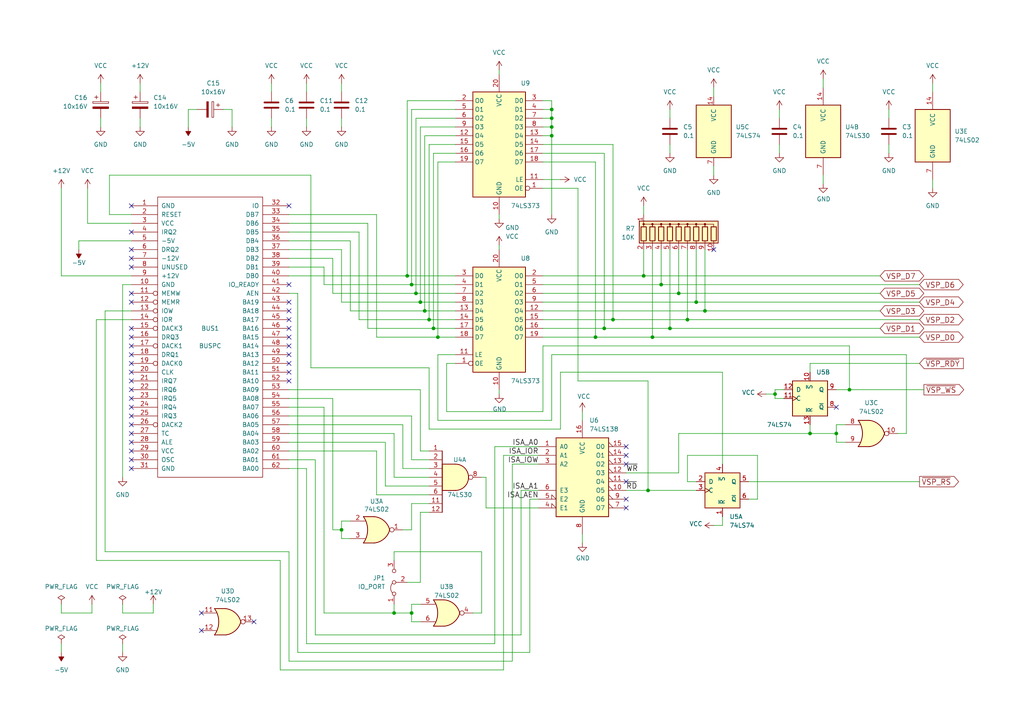
<source format=kicad_sch>
(kicad_sch (version 20211123) (generator eeschema)

  (uuid 7af002d9-7309-477d-9115-bcd2d96f4274)

  (paper "A4")

  (lib_symbols
    (symbol "74xx:74LS02" (pin_names (offset 1.016)) (in_bom yes) (on_board yes)
      (property "Reference" "U" (id 0) (at 0 1.27 0)
        (effects (font (size 1.27 1.27)))
      )
      (property "Value" "74LS02" (id 1) (at 0 -1.27 0)
        (effects (font (size 1.27 1.27)))
      )
      (property "Footprint" "" (id 2) (at 0 0 0)
        (effects (font (size 1.27 1.27)) hide)
      )
      (property "Datasheet" "http://www.ti.com/lit/gpn/sn74ls02" (id 3) (at 0 0 0)
        (effects (font (size 1.27 1.27)) hide)
      )
      (property "ki_locked" "" (id 4) (at 0 0 0)
        (effects (font (size 1.27 1.27)))
      )
      (property "ki_keywords" "TTL Nor2" (id 5) (at 0 0 0)
        (effects (font (size 1.27 1.27)) hide)
      )
      (property "ki_description" "quad 2-input NOR gate" (id 6) (at 0 0 0)
        (effects (font (size 1.27 1.27)) hide)
      )
      (property "ki_fp_filters" "SO14* DIP*W7.62mm*" (id 7) (at 0 0 0)
        (effects (font (size 1.27 1.27)) hide)
      )
      (symbol "74LS02_1_1"
        (arc (start -3.81 -3.81) (mid -2.589 0) (end -3.81 3.81)
          (stroke (width 0.254) (type default) (color 0 0 0 0))
          (fill (type none))
        )
        (arc (start -0.6096 -3.81) (mid 2.1842 -2.5851) (end 3.81 0)
          (stroke (width 0.254) (type default) (color 0 0 0 0))
          (fill (type background))
        )
        (polyline
          (pts
            (xy -3.81 -3.81)
            (xy -0.635 -3.81)
          )
          (stroke (width 0.254) (type default) (color 0 0 0 0))
          (fill (type background))
        )
        (polyline
          (pts
            (xy -3.81 3.81)
            (xy -0.635 3.81)
          )
          (stroke (width 0.254) (type default) (color 0 0 0 0))
          (fill (type background))
        )
        (polyline
          (pts
            (xy -0.635 3.81)
            (xy -3.81 3.81)
            (xy -3.81 3.81)
            (xy -3.556 3.4036)
            (xy -3.0226 2.2606)
            (xy -2.6924 1.0414)
            (xy -2.6162 -0.254)
            (xy -2.7686 -1.4986)
            (xy -3.175 -2.7178)
            (xy -3.81 -3.81)
            (xy -3.81 -3.81)
            (xy -0.635 -3.81)
          )
          (stroke (width -25.4) (type default) (color 0 0 0 0))
          (fill (type background))
        )
        (arc (start 3.81 0) (mid 2.1915 2.5936) (end -0.6096 3.81)
          (stroke (width 0.254) (type default) (color 0 0 0 0))
          (fill (type background))
        )
        (pin output inverted (at 7.62 0 180) (length 3.81)
          (name "~" (effects (font (size 1.27 1.27))))
          (number "1" (effects (font (size 1.27 1.27))))
        )
        (pin input line (at -7.62 2.54 0) (length 4.318)
          (name "~" (effects (font (size 1.27 1.27))))
          (number "2" (effects (font (size 1.27 1.27))))
        )
        (pin input line (at -7.62 -2.54 0) (length 4.318)
          (name "~" (effects (font (size 1.27 1.27))))
          (number "3" (effects (font (size 1.27 1.27))))
        )
      )
      (symbol "74LS02_1_2"
        (arc (start 0 -3.81) (mid 3.81 0) (end 0 3.81)
          (stroke (width 0.254) (type default) (color 0 0 0 0))
          (fill (type background))
        )
        (polyline
          (pts
            (xy 0 3.81)
            (xy -3.81 3.81)
            (xy -3.81 -3.81)
            (xy 0 -3.81)
          )
          (stroke (width 0.254) (type default) (color 0 0 0 0))
          (fill (type background))
        )
        (pin output line (at 7.62 0 180) (length 3.81)
          (name "~" (effects (font (size 1.27 1.27))))
          (number "1" (effects (font (size 1.27 1.27))))
        )
        (pin input inverted (at -7.62 2.54 0) (length 3.81)
          (name "~" (effects (font (size 1.27 1.27))))
          (number "2" (effects (font (size 1.27 1.27))))
        )
        (pin input inverted (at -7.62 -2.54 0) (length 3.81)
          (name "~" (effects (font (size 1.27 1.27))))
          (number "3" (effects (font (size 1.27 1.27))))
        )
      )
      (symbol "74LS02_2_1"
        (arc (start -3.81 -3.81) (mid -2.589 0) (end -3.81 3.81)
          (stroke (width 0.254) (type default) (color 0 0 0 0))
          (fill (type none))
        )
        (arc (start -0.6096 -3.81) (mid 2.1842 -2.5851) (end 3.81 0)
          (stroke (width 0.254) (type default) (color 0 0 0 0))
          (fill (type background))
        )
        (polyline
          (pts
            (xy -3.81 -3.81)
            (xy -0.635 -3.81)
          )
          (stroke (width 0.254) (type default) (color 0 0 0 0))
          (fill (type background))
        )
        (polyline
          (pts
            (xy -3.81 3.81)
            (xy -0.635 3.81)
          )
          (stroke (width 0.254) (type default) (color 0 0 0 0))
          (fill (type background))
        )
        (polyline
          (pts
            (xy -0.635 3.81)
            (xy -3.81 3.81)
            (xy -3.81 3.81)
            (xy -3.556 3.4036)
            (xy -3.0226 2.2606)
            (xy -2.6924 1.0414)
            (xy -2.6162 -0.254)
            (xy -2.7686 -1.4986)
            (xy -3.175 -2.7178)
            (xy -3.81 -3.81)
            (xy -3.81 -3.81)
            (xy -0.635 -3.81)
          )
          (stroke (width -25.4) (type default) (color 0 0 0 0))
          (fill (type background))
        )
        (arc (start 3.81 0) (mid 2.1915 2.5936) (end -0.6096 3.81)
          (stroke (width 0.254) (type default) (color 0 0 0 0))
          (fill (type background))
        )
        (pin output inverted (at 7.62 0 180) (length 3.81)
          (name "~" (effects (font (size 1.27 1.27))))
          (number "4" (effects (font (size 1.27 1.27))))
        )
        (pin input line (at -7.62 2.54 0) (length 4.318)
          (name "~" (effects (font (size 1.27 1.27))))
          (number "5" (effects (font (size 1.27 1.27))))
        )
        (pin input line (at -7.62 -2.54 0) (length 4.318)
          (name "~" (effects (font (size 1.27 1.27))))
          (number "6" (effects (font (size 1.27 1.27))))
        )
      )
      (symbol "74LS02_2_2"
        (arc (start 0 -3.81) (mid 3.81 0) (end 0 3.81)
          (stroke (width 0.254) (type default) (color 0 0 0 0))
          (fill (type background))
        )
        (polyline
          (pts
            (xy 0 3.81)
            (xy -3.81 3.81)
            (xy -3.81 -3.81)
            (xy 0 -3.81)
          )
          (stroke (width 0.254) (type default) (color 0 0 0 0))
          (fill (type background))
        )
        (pin output line (at 7.62 0 180) (length 3.81)
          (name "~" (effects (font (size 1.27 1.27))))
          (number "4" (effects (font (size 1.27 1.27))))
        )
        (pin input inverted (at -7.62 2.54 0) (length 3.81)
          (name "~" (effects (font (size 1.27 1.27))))
          (number "5" (effects (font (size 1.27 1.27))))
        )
        (pin input inverted (at -7.62 -2.54 0) (length 3.81)
          (name "~" (effects (font (size 1.27 1.27))))
          (number "6" (effects (font (size 1.27 1.27))))
        )
      )
      (symbol "74LS02_3_1"
        (arc (start -3.81 -3.81) (mid -2.589 0) (end -3.81 3.81)
          (stroke (width 0.254) (type default) (color 0 0 0 0))
          (fill (type none))
        )
        (arc (start -0.6096 -3.81) (mid 2.1842 -2.5851) (end 3.81 0)
          (stroke (width 0.254) (type default) (color 0 0 0 0))
          (fill (type background))
        )
        (polyline
          (pts
            (xy -3.81 -3.81)
            (xy -0.635 -3.81)
          )
          (stroke (width 0.254) (type default) (color 0 0 0 0))
          (fill (type background))
        )
        (polyline
          (pts
            (xy -3.81 3.81)
            (xy -0.635 3.81)
          )
          (stroke (width 0.254) (type default) (color 0 0 0 0))
          (fill (type background))
        )
        (polyline
          (pts
            (xy -0.635 3.81)
            (xy -3.81 3.81)
            (xy -3.81 3.81)
            (xy -3.556 3.4036)
            (xy -3.0226 2.2606)
            (xy -2.6924 1.0414)
            (xy -2.6162 -0.254)
            (xy -2.7686 -1.4986)
            (xy -3.175 -2.7178)
            (xy -3.81 -3.81)
            (xy -3.81 -3.81)
            (xy -0.635 -3.81)
          )
          (stroke (width -25.4) (type default) (color 0 0 0 0))
          (fill (type background))
        )
        (arc (start 3.81 0) (mid 2.1915 2.5936) (end -0.6096 3.81)
          (stroke (width 0.254) (type default) (color 0 0 0 0))
          (fill (type background))
        )
        (pin output inverted (at 7.62 0 180) (length 3.81)
          (name "~" (effects (font (size 1.27 1.27))))
          (number "10" (effects (font (size 1.27 1.27))))
        )
        (pin input line (at -7.62 2.54 0) (length 4.318)
          (name "~" (effects (font (size 1.27 1.27))))
          (number "8" (effects (font (size 1.27 1.27))))
        )
        (pin input line (at -7.62 -2.54 0) (length 4.318)
          (name "~" (effects (font (size 1.27 1.27))))
          (number "9" (effects (font (size 1.27 1.27))))
        )
      )
      (symbol "74LS02_3_2"
        (arc (start 0 -3.81) (mid 3.81 0) (end 0 3.81)
          (stroke (width 0.254) (type default) (color 0 0 0 0))
          (fill (type background))
        )
        (polyline
          (pts
            (xy 0 3.81)
            (xy -3.81 3.81)
            (xy -3.81 -3.81)
            (xy 0 -3.81)
          )
          (stroke (width 0.254) (type default) (color 0 0 0 0))
          (fill (type background))
        )
        (pin output line (at 7.62 0 180) (length 3.81)
          (name "~" (effects (font (size 1.27 1.27))))
          (number "10" (effects (font (size 1.27 1.27))))
        )
        (pin input inverted (at -7.62 2.54 0) (length 3.81)
          (name "~" (effects (font (size 1.27 1.27))))
          (number "8" (effects (font (size 1.27 1.27))))
        )
        (pin input inverted (at -7.62 -2.54 0) (length 3.81)
          (name "~" (effects (font (size 1.27 1.27))))
          (number "9" (effects (font (size 1.27 1.27))))
        )
      )
      (symbol "74LS02_4_1"
        (arc (start -3.81 -3.81) (mid -2.589 0) (end -3.81 3.81)
          (stroke (width 0.254) (type default) (color 0 0 0 0))
          (fill (type none))
        )
        (arc (start -0.6096 -3.81) (mid 2.1842 -2.5851) (end 3.81 0)
          (stroke (width 0.254) (type default) (color 0 0 0 0))
          (fill (type background))
        )
        (polyline
          (pts
            (xy -3.81 -3.81)
            (xy -0.635 -3.81)
          )
          (stroke (width 0.254) (type default) (color 0 0 0 0))
          (fill (type background))
        )
        (polyline
          (pts
            (xy -3.81 3.81)
            (xy -0.635 3.81)
          )
          (stroke (width 0.254) (type default) (color 0 0 0 0))
          (fill (type background))
        )
        (polyline
          (pts
            (xy -0.635 3.81)
            (xy -3.81 3.81)
            (xy -3.81 3.81)
            (xy -3.556 3.4036)
            (xy -3.0226 2.2606)
            (xy -2.6924 1.0414)
            (xy -2.6162 -0.254)
            (xy -2.7686 -1.4986)
            (xy -3.175 -2.7178)
            (xy -3.81 -3.81)
            (xy -3.81 -3.81)
            (xy -0.635 -3.81)
          )
          (stroke (width -25.4) (type default) (color 0 0 0 0))
          (fill (type background))
        )
        (arc (start 3.81 0) (mid 2.1915 2.5936) (end -0.6096 3.81)
          (stroke (width 0.254) (type default) (color 0 0 0 0))
          (fill (type background))
        )
        (pin input line (at -7.62 2.54 0) (length 4.318)
          (name "~" (effects (font (size 1.27 1.27))))
          (number "11" (effects (font (size 1.27 1.27))))
        )
        (pin input line (at -7.62 -2.54 0) (length 4.318)
          (name "~" (effects (font (size 1.27 1.27))))
          (number "12" (effects (font (size 1.27 1.27))))
        )
        (pin output inverted (at 7.62 0 180) (length 3.81)
          (name "~" (effects (font (size 1.27 1.27))))
          (number "13" (effects (font (size 1.27 1.27))))
        )
      )
      (symbol "74LS02_4_2"
        (arc (start 0 -3.81) (mid 3.81 0) (end 0 3.81)
          (stroke (width 0.254) (type default) (color 0 0 0 0))
          (fill (type background))
        )
        (polyline
          (pts
            (xy 0 3.81)
            (xy -3.81 3.81)
            (xy -3.81 -3.81)
            (xy 0 -3.81)
          )
          (stroke (width 0.254) (type default) (color 0 0 0 0))
          (fill (type background))
        )
        (pin input inverted (at -7.62 2.54 0) (length 3.81)
          (name "~" (effects (font (size 1.27 1.27))))
          (number "11" (effects (font (size 1.27 1.27))))
        )
        (pin input inverted (at -7.62 -2.54 0) (length 3.81)
          (name "~" (effects (font (size 1.27 1.27))))
          (number "12" (effects (font (size 1.27 1.27))))
        )
        (pin output line (at 7.62 0 180) (length 3.81)
          (name "~" (effects (font (size 1.27 1.27))))
          (number "13" (effects (font (size 1.27 1.27))))
        )
      )
      (symbol "74LS02_5_0"
        (pin power_in line (at 0 12.7 270) (length 5.08)
          (name "VCC" (effects (font (size 1.27 1.27))))
          (number "14" (effects (font (size 1.27 1.27))))
        )
        (pin power_in line (at 0 -12.7 90) (length 5.08)
          (name "GND" (effects (font (size 1.27 1.27))))
          (number "7" (effects (font (size 1.27 1.27))))
        )
      )
      (symbol "74LS02_5_1"
        (rectangle (start -5.08 7.62) (end 5.08 -7.62)
          (stroke (width 0.254) (type default) (color 0 0 0 0))
          (fill (type background))
        )
      )
    )
    (symbol "74xx:74LS138" (pin_names (offset 1.016)) (in_bom yes) (on_board yes)
      (property "Reference" "U" (id 0) (at -7.62 11.43 0)
        (effects (font (size 1.27 1.27)))
      )
      (property "Value" "74LS138" (id 1) (at -7.62 -13.97 0)
        (effects (font (size 1.27 1.27)))
      )
      (property "Footprint" "" (id 2) (at 0 0 0)
        (effects (font (size 1.27 1.27)) hide)
      )
      (property "Datasheet" "http://www.ti.com/lit/gpn/sn74LS138" (id 3) (at 0 0 0)
        (effects (font (size 1.27 1.27)) hide)
      )
      (property "ki_locked" "" (id 4) (at 0 0 0)
        (effects (font (size 1.27 1.27)))
      )
      (property "ki_keywords" "TTL DECOD DECOD8" (id 5) (at 0 0 0)
        (effects (font (size 1.27 1.27)) hide)
      )
      (property "ki_description" "Decoder 3 to 8 active low outputs" (id 6) (at 0 0 0)
        (effects (font (size 1.27 1.27)) hide)
      )
      (property "ki_fp_filters" "DIP?16*" (id 7) (at 0 0 0)
        (effects (font (size 1.27 1.27)) hide)
      )
      (symbol "74LS138_1_0"
        (pin input line (at -12.7 7.62 0) (length 5.08)
          (name "A0" (effects (font (size 1.27 1.27))))
          (number "1" (effects (font (size 1.27 1.27))))
        )
        (pin output output_low (at 12.7 -5.08 180) (length 5.08)
          (name "O5" (effects (font (size 1.27 1.27))))
          (number "10" (effects (font (size 1.27 1.27))))
        )
        (pin output output_low (at 12.7 -2.54 180) (length 5.08)
          (name "O4" (effects (font (size 1.27 1.27))))
          (number "11" (effects (font (size 1.27 1.27))))
        )
        (pin output output_low (at 12.7 0 180) (length 5.08)
          (name "O3" (effects (font (size 1.27 1.27))))
          (number "12" (effects (font (size 1.27 1.27))))
        )
        (pin output output_low (at 12.7 2.54 180) (length 5.08)
          (name "O2" (effects (font (size 1.27 1.27))))
          (number "13" (effects (font (size 1.27 1.27))))
        )
        (pin output output_low (at 12.7 5.08 180) (length 5.08)
          (name "O1" (effects (font (size 1.27 1.27))))
          (number "14" (effects (font (size 1.27 1.27))))
        )
        (pin output output_low (at 12.7 7.62 180) (length 5.08)
          (name "O0" (effects (font (size 1.27 1.27))))
          (number "15" (effects (font (size 1.27 1.27))))
        )
        (pin power_in line (at 0 15.24 270) (length 5.08)
          (name "VCC" (effects (font (size 1.27 1.27))))
          (number "16" (effects (font (size 1.27 1.27))))
        )
        (pin input line (at -12.7 5.08 0) (length 5.08)
          (name "A1" (effects (font (size 1.27 1.27))))
          (number "2" (effects (font (size 1.27 1.27))))
        )
        (pin input line (at -12.7 2.54 0) (length 5.08)
          (name "A2" (effects (font (size 1.27 1.27))))
          (number "3" (effects (font (size 1.27 1.27))))
        )
        (pin input input_low (at -12.7 -10.16 0) (length 5.08)
          (name "E1" (effects (font (size 1.27 1.27))))
          (number "4" (effects (font (size 1.27 1.27))))
        )
        (pin input input_low (at -12.7 -7.62 0) (length 5.08)
          (name "E2" (effects (font (size 1.27 1.27))))
          (number "5" (effects (font (size 1.27 1.27))))
        )
        (pin input line (at -12.7 -5.08 0) (length 5.08)
          (name "E3" (effects (font (size 1.27 1.27))))
          (number "6" (effects (font (size 1.27 1.27))))
        )
        (pin output output_low (at 12.7 -10.16 180) (length 5.08)
          (name "O7" (effects (font (size 1.27 1.27))))
          (number "7" (effects (font (size 1.27 1.27))))
        )
        (pin power_in line (at 0 -17.78 90) (length 5.08)
          (name "GND" (effects (font (size 1.27 1.27))))
          (number "8" (effects (font (size 1.27 1.27))))
        )
        (pin output output_low (at 12.7 -7.62 180) (length 5.08)
          (name "O6" (effects (font (size 1.27 1.27))))
          (number "9" (effects (font (size 1.27 1.27))))
        )
      )
      (symbol "74LS138_1_1"
        (rectangle (start -7.62 10.16) (end 7.62 -12.7)
          (stroke (width 0.254) (type default) (color 0 0 0 0))
          (fill (type background))
        )
      )
    )
    (symbol "74xx:74LS30" (pin_names (offset 1.016)) (in_bom yes) (on_board yes)
      (property "Reference" "U" (id 0) (at 0 1.27 0)
        (effects (font (size 1.27 1.27)))
      )
      (property "Value" "74LS30" (id 1) (at 0 -1.27 0)
        (effects (font (size 1.27 1.27)))
      )
      (property "Footprint" "" (id 2) (at 0 0 0)
        (effects (font (size 1.27 1.27)) hide)
      )
      (property "Datasheet" "http://www.ti.com/lit/gpn/sn74LS30" (id 3) (at 0 0 0)
        (effects (font (size 1.27 1.27)) hide)
      )
      (property "ki_locked" "" (id 4) (at 0 0 0)
        (effects (font (size 1.27 1.27)))
      )
      (property "ki_keywords" "TTL Nand8" (id 5) (at 0 0 0)
        (effects (font (size 1.27 1.27)) hide)
      )
      (property "ki_description" "8-input NAND" (id 6) (at 0 0 0)
        (effects (font (size 1.27 1.27)) hide)
      )
      (property "ki_fp_filters" "DIP*W7.62mm*" (id 7) (at 0 0 0)
        (effects (font (size 1.27 1.27)) hide)
      )
      (symbol "74LS30_1_1"
        (arc (start 0 -3.81) (mid 3.81 0) (end 0 3.81)
          (stroke (width 0.254) (type default) (color 0 0 0 0))
          (fill (type background))
        )
        (polyline
          (pts
            (xy -3.81 7.62)
            (xy -3.81 -10.16)
          )
          (stroke (width 0.254) (type default) (color 0 0 0 0))
          (fill (type none))
        )
        (polyline
          (pts
            (xy 0 3.81)
            (xy -3.81 3.81)
            (xy -3.81 -3.81)
            (xy 0 -3.81)
          )
          (stroke (width 0.254) (type default) (color 0 0 0 0))
          (fill (type background))
        )
        (pin input line (at -7.62 7.62 0) (length 3.81)
          (name "~" (effects (font (size 1.27 1.27))))
          (number "1" (effects (font (size 1.27 1.27))))
        )
        (pin input line (at -7.62 -7.62 0) (length 3.81)
          (name "~" (effects (font (size 1.27 1.27))))
          (number "11" (effects (font (size 1.27 1.27))))
        )
        (pin input line (at -7.62 -10.16 0) (length 3.81)
          (name "~" (effects (font (size 1.27 1.27))))
          (number "12" (effects (font (size 1.27 1.27))))
        )
        (pin input line (at -7.62 5.08 0) (length 3.81)
          (name "~" (effects (font (size 1.27 1.27))))
          (number "2" (effects (font (size 1.27 1.27))))
        )
        (pin input line (at -7.62 2.54 0) (length 3.81)
          (name "~" (effects (font (size 1.27 1.27))))
          (number "3" (effects (font (size 1.27 1.27))))
        )
        (pin input line (at -7.62 0 0) (length 3.81)
          (name "~" (effects (font (size 1.27 1.27))))
          (number "4" (effects (font (size 1.27 1.27))))
        )
        (pin input line (at -7.62 -2.54 0) (length 3.81)
          (name "~" (effects (font (size 1.27 1.27))))
          (number "5" (effects (font (size 1.27 1.27))))
        )
        (pin input line (at -7.62 -5.08 0) (length 3.81)
          (name "~" (effects (font (size 1.27 1.27))))
          (number "6" (effects (font (size 1.27 1.27))))
        )
        (pin output inverted (at 7.62 0 180) (length 3.81)
          (name "~" (effects (font (size 1.27 1.27))))
          (number "8" (effects (font (size 1.27 1.27))))
        )
      )
      (symbol "74LS30_1_2"
        (arc (start -3.81 -3.81) (mid -2.589 0) (end -3.81 3.81)
          (stroke (width 0.254) (type default) (color 0 0 0 0))
          (fill (type none))
        )
        (arc (start -0.6096 -3.81) (mid 2.1842 -2.5851) (end 3.81 0)
          (stroke (width 0.254) (type default) (color 0 0 0 0))
          (fill (type background))
        )
        (polyline
          (pts
            (xy -3.81 -3.81)
            (xy -3.81 -10.16)
          )
          (stroke (width 0.254) (type default) (color 0 0 0 0))
          (fill (type none))
        )
        (polyline
          (pts
            (xy -3.81 -3.81)
            (xy -0.635 -3.81)
          )
          (stroke (width 0.254) (type default) (color 0 0 0 0))
          (fill (type background))
        )
        (polyline
          (pts
            (xy -3.81 3.81)
            (xy -0.635 3.81)
          )
          (stroke (width 0.254) (type default) (color 0 0 0 0))
          (fill (type background))
        )
        (polyline
          (pts
            (xy -3.81 7.62)
            (xy -3.81 3.81)
          )
          (stroke (width 0.254) (type default) (color 0 0 0 0))
          (fill (type none))
        )
        (polyline
          (pts
            (xy -0.635 3.81)
            (xy -3.81 3.81)
            (xy -3.81 3.81)
            (xy -3.556 3.4036)
            (xy -3.0226 2.2606)
            (xy -2.6924 1.0414)
            (xy -2.6162 -0.254)
            (xy -2.7686 -1.4986)
            (xy -3.175 -2.7178)
            (xy -3.81 -3.81)
            (xy -3.81 -3.81)
            (xy -0.635 -3.81)
          )
          (stroke (width -25.4) (type default) (color 0 0 0 0))
          (fill (type background))
        )
        (arc (start 3.81 0) (mid 2.1915 2.5936) (end -0.6096 3.81)
          (stroke (width 0.254) (type default) (color 0 0 0 0))
          (fill (type background))
        )
        (pin input inverted (at -7.62 7.62 0) (length 3.81)
          (name "~" (effects (font (size 1.27 1.27))))
          (number "1" (effects (font (size 1.27 1.27))))
        )
        (pin input inverted (at -7.62 -7.62 0) (length 3.81)
          (name "~" (effects (font (size 1.27 1.27))))
          (number "11" (effects (font (size 1.27 1.27))))
        )
        (pin input inverted (at -7.62 -10.16 0) (length 3.81)
          (name "~" (effects (font (size 1.27 1.27))))
          (number "12" (effects (font (size 1.27 1.27))))
        )
        (pin input inverted (at -7.62 5.08 0) (length 3.81)
          (name "~" (effects (font (size 1.27 1.27))))
          (number "2" (effects (font (size 1.27 1.27))))
        )
        (pin input inverted (at -7.62 2.54 0) (length 4.5466)
          (name "~" (effects (font (size 1.27 1.27))))
          (number "3" (effects (font (size 1.27 1.27))))
        )
        (pin input inverted (at -7.62 0 0) (length 5.08)
          (name "~" (effects (font (size 1.27 1.27))))
          (number "4" (effects (font (size 1.27 1.27))))
        )
        (pin input inverted (at -7.62 -2.54 0) (length 4.5466)
          (name "~" (effects (font (size 1.27 1.27))))
          (number "5" (effects (font (size 1.27 1.27))))
        )
        (pin input inverted (at -7.62 -5.08 0) (length 3.81)
          (name "~" (effects (font (size 1.27 1.27))))
          (number "6" (effects (font (size 1.27 1.27))))
        )
        (pin output line (at 7.62 0 180) (length 3.81)
          (name "~" (effects (font (size 1.27 1.27))))
          (number "8" (effects (font (size 1.27 1.27))))
        )
      )
      (symbol "74LS30_2_0"
        (pin power_in line (at 0 12.7 270) (length 5.08)
          (name "VCC" (effects (font (size 1.27 1.27))))
          (number "14" (effects (font (size 1.27 1.27))))
        )
        (pin power_in line (at 0 -12.7 90) (length 5.08)
          (name "GND" (effects (font (size 1.27 1.27))))
          (number "7" (effects (font (size 1.27 1.27))))
        )
      )
      (symbol "74LS30_2_1"
        (rectangle (start -5.08 7.62) (end 5.08 -7.62)
          (stroke (width 0.254) (type default) (color 0 0 0 0))
          (fill (type background))
        )
      )
    )
    (symbol "74xx:74LS373" (in_bom yes) (on_board yes)
      (property "Reference" "U" (id 0) (at -7.62 16.51 0)
        (effects (font (size 1.27 1.27)))
      )
      (property "Value" "74LS373" (id 1) (at -7.62 -16.51 0)
        (effects (font (size 1.27 1.27)))
      )
      (property "Footprint" "" (id 2) (at 0 0 0)
        (effects (font (size 1.27 1.27)) hide)
      )
      (property "Datasheet" "http://www.ti.com/lit/gpn/sn74LS373" (id 3) (at 0 0 0)
        (effects (font (size 1.27 1.27)) hide)
      )
      (property "ki_keywords" "TTL REG DFF DFF8 LATCH" (id 4) (at 0 0 0)
        (effects (font (size 1.27 1.27)) hide)
      )
      (property "ki_description" "8-bit Latch, 3-state outputs" (id 5) (at 0 0 0)
        (effects (font (size 1.27 1.27)) hide)
      )
      (property "ki_fp_filters" "DIP?20* SOIC?20* SO?20* SSOP?20* TSSOP?20*" (id 6) (at 0 0 0)
        (effects (font (size 1.27 1.27)) hide)
      )
      (symbol "74LS373_1_0"
        (pin input inverted (at -12.7 -12.7 0) (length 5.08)
          (name "OE" (effects (font (size 1.27 1.27))))
          (number "1" (effects (font (size 1.27 1.27))))
        )
        (pin power_in line (at 0 -20.32 90) (length 5.08)
          (name "GND" (effects (font (size 1.27 1.27))))
          (number "10" (effects (font (size 1.27 1.27))))
        )
        (pin input line (at -12.7 -10.16 0) (length 5.08)
          (name "LE" (effects (font (size 1.27 1.27))))
          (number "11" (effects (font (size 1.27 1.27))))
        )
        (pin tri_state line (at 12.7 2.54 180) (length 5.08)
          (name "O4" (effects (font (size 1.27 1.27))))
          (number "12" (effects (font (size 1.27 1.27))))
        )
        (pin input line (at -12.7 2.54 0) (length 5.08)
          (name "D4" (effects (font (size 1.27 1.27))))
          (number "13" (effects (font (size 1.27 1.27))))
        )
        (pin input line (at -12.7 0 0) (length 5.08)
          (name "D5" (effects (font (size 1.27 1.27))))
          (number "14" (effects (font (size 1.27 1.27))))
        )
        (pin tri_state line (at 12.7 0 180) (length 5.08)
          (name "O5" (effects (font (size 1.27 1.27))))
          (number "15" (effects (font (size 1.27 1.27))))
        )
        (pin tri_state line (at 12.7 -2.54 180) (length 5.08)
          (name "O6" (effects (font (size 1.27 1.27))))
          (number "16" (effects (font (size 1.27 1.27))))
        )
        (pin input line (at -12.7 -2.54 0) (length 5.08)
          (name "D6" (effects (font (size 1.27 1.27))))
          (number "17" (effects (font (size 1.27 1.27))))
        )
        (pin input line (at -12.7 -5.08 0) (length 5.08)
          (name "D7" (effects (font (size 1.27 1.27))))
          (number "18" (effects (font (size 1.27 1.27))))
        )
        (pin tri_state line (at 12.7 -5.08 180) (length 5.08)
          (name "O7" (effects (font (size 1.27 1.27))))
          (number "19" (effects (font (size 1.27 1.27))))
        )
        (pin tri_state line (at 12.7 12.7 180) (length 5.08)
          (name "O0" (effects (font (size 1.27 1.27))))
          (number "2" (effects (font (size 1.27 1.27))))
        )
        (pin power_in line (at 0 20.32 270) (length 5.08)
          (name "VCC" (effects (font (size 1.27 1.27))))
          (number "20" (effects (font (size 1.27 1.27))))
        )
        (pin input line (at -12.7 12.7 0) (length 5.08)
          (name "D0" (effects (font (size 1.27 1.27))))
          (number "3" (effects (font (size 1.27 1.27))))
        )
        (pin input line (at -12.7 10.16 0) (length 5.08)
          (name "D1" (effects (font (size 1.27 1.27))))
          (number "4" (effects (font (size 1.27 1.27))))
        )
        (pin tri_state line (at 12.7 10.16 180) (length 5.08)
          (name "O1" (effects (font (size 1.27 1.27))))
          (number "5" (effects (font (size 1.27 1.27))))
        )
        (pin tri_state line (at 12.7 7.62 180) (length 5.08)
          (name "O2" (effects (font (size 1.27 1.27))))
          (number "6" (effects (font (size 1.27 1.27))))
        )
        (pin input line (at -12.7 7.62 0) (length 5.08)
          (name "D2" (effects (font (size 1.27 1.27))))
          (number "7" (effects (font (size 1.27 1.27))))
        )
        (pin input line (at -12.7 5.08 0) (length 5.08)
          (name "D3" (effects (font (size 1.27 1.27))))
          (number "8" (effects (font (size 1.27 1.27))))
        )
        (pin tri_state line (at 12.7 5.08 180) (length 5.08)
          (name "O3" (effects (font (size 1.27 1.27))))
          (number "9" (effects (font (size 1.27 1.27))))
        )
      )
      (symbol "74LS373_1_1"
        (rectangle (start -7.62 15.24) (end 7.62 -15.24)
          (stroke (width 0.254) (type default) (color 0 0 0 0))
          (fill (type background))
        )
      )
    )
    (symbol "74xx:74LS74" (pin_names (offset 1.016)) (in_bom yes) (on_board yes)
      (property "Reference" "U" (id 0) (at -7.62 8.89 0)
        (effects (font (size 1.27 1.27)))
      )
      (property "Value" "74LS74" (id 1) (at -7.62 -8.89 0)
        (effects (font (size 1.27 1.27)))
      )
      (property "Footprint" "" (id 2) (at 0 0 0)
        (effects (font (size 1.27 1.27)) hide)
      )
      (property "Datasheet" "74xx/74hc_hct74.pdf" (id 3) (at 0 0 0)
        (effects (font (size 1.27 1.27)) hide)
      )
      (property "ki_locked" "" (id 4) (at 0 0 0)
        (effects (font (size 1.27 1.27)))
      )
      (property "ki_keywords" "TTL DFF" (id 5) (at 0 0 0)
        (effects (font (size 1.27 1.27)) hide)
      )
      (property "ki_description" "Dual D Flip-flop, Set & Reset" (id 6) (at 0 0 0)
        (effects (font (size 1.27 1.27)) hide)
      )
      (property "ki_fp_filters" "DIP*W7.62mm*" (id 7) (at 0 0 0)
        (effects (font (size 1.27 1.27)) hide)
      )
      (symbol "74LS74_1_0"
        (pin input line (at 0 -7.62 90) (length 2.54)
          (name "~{R}" (effects (font (size 1.27 1.27))))
          (number "1" (effects (font (size 1.27 1.27))))
        )
        (pin input line (at -7.62 2.54 0) (length 2.54)
          (name "D" (effects (font (size 1.27 1.27))))
          (number "2" (effects (font (size 1.27 1.27))))
        )
        (pin input clock (at -7.62 0 0) (length 2.54)
          (name "C" (effects (font (size 1.27 1.27))))
          (number "3" (effects (font (size 1.27 1.27))))
        )
        (pin input line (at 0 7.62 270) (length 2.54)
          (name "~{S}" (effects (font (size 1.27 1.27))))
          (number "4" (effects (font (size 1.27 1.27))))
        )
        (pin output line (at 7.62 2.54 180) (length 2.54)
          (name "Q" (effects (font (size 1.27 1.27))))
          (number "5" (effects (font (size 1.27 1.27))))
        )
        (pin output line (at 7.62 -2.54 180) (length 2.54)
          (name "~{Q}" (effects (font (size 1.27 1.27))))
          (number "6" (effects (font (size 1.27 1.27))))
        )
      )
      (symbol "74LS74_1_1"
        (rectangle (start -5.08 5.08) (end 5.08 -5.08)
          (stroke (width 0.254) (type default) (color 0 0 0 0))
          (fill (type background))
        )
      )
      (symbol "74LS74_2_0"
        (pin input line (at 0 7.62 270) (length 2.54)
          (name "~{S}" (effects (font (size 1.27 1.27))))
          (number "10" (effects (font (size 1.27 1.27))))
        )
        (pin input clock (at -7.62 0 0) (length 2.54)
          (name "C" (effects (font (size 1.27 1.27))))
          (number "11" (effects (font (size 1.27 1.27))))
        )
        (pin input line (at -7.62 2.54 0) (length 2.54)
          (name "D" (effects (font (size 1.27 1.27))))
          (number "12" (effects (font (size 1.27 1.27))))
        )
        (pin input line (at 0 -7.62 90) (length 2.54)
          (name "~{R}" (effects (font (size 1.27 1.27))))
          (number "13" (effects (font (size 1.27 1.27))))
        )
        (pin output line (at 7.62 -2.54 180) (length 2.54)
          (name "~{Q}" (effects (font (size 1.27 1.27))))
          (number "8" (effects (font (size 1.27 1.27))))
        )
        (pin output line (at 7.62 2.54 180) (length 2.54)
          (name "Q" (effects (font (size 1.27 1.27))))
          (number "9" (effects (font (size 1.27 1.27))))
        )
      )
      (symbol "74LS74_2_1"
        (rectangle (start -5.08 5.08) (end 5.08 -5.08)
          (stroke (width 0.254) (type default) (color 0 0 0 0))
          (fill (type background))
        )
      )
      (symbol "74LS74_3_0"
        (pin power_in line (at 0 10.16 270) (length 2.54)
          (name "VCC" (effects (font (size 1.27 1.27))))
          (number "14" (effects (font (size 1.27 1.27))))
        )
        (pin power_in line (at 0 -10.16 90) (length 2.54)
          (name "GND" (effects (font (size 1.27 1.27))))
          (number "7" (effects (font (size 1.27 1.27))))
        )
      )
      (symbol "74LS74_3_1"
        (rectangle (start -5.08 7.62) (end 5.08 -7.62)
          (stroke (width 0.254) (type default) (color 0 0 0 0))
          (fill (type background))
        )
      )
    )
    (symbol "Device:C" (pin_numbers hide) (pin_names (offset 0.254)) (in_bom yes) (on_board yes)
      (property "Reference" "C" (id 0) (at 0.635 2.54 0)
        (effects (font (size 1.27 1.27)) (justify left))
      )
      (property "Value" "C" (id 1) (at 0.635 -2.54 0)
        (effects (font (size 1.27 1.27)) (justify left))
      )
      (property "Footprint" "" (id 2) (at 0.9652 -3.81 0)
        (effects (font (size 1.27 1.27)) hide)
      )
      (property "Datasheet" "~" (id 3) (at 0 0 0)
        (effects (font (size 1.27 1.27)) hide)
      )
      (property "ki_keywords" "cap capacitor" (id 4) (at 0 0 0)
        (effects (font (size 1.27 1.27)) hide)
      )
      (property "ki_description" "Unpolarized capacitor" (id 5) (at 0 0 0)
        (effects (font (size 1.27 1.27)) hide)
      )
      (property "ki_fp_filters" "C_*" (id 6) (at 0 0 0)
        (effects (font (size 1.27 1.27)) hide)
      )
      (symbol "C_0_1"
        (polyline
          (pts
            (xy -2.032 -0.762)
            (xy 2.032 -0.762)
          )
          (stroke (width 0.508) (type default) (color 0 0 0 0))
          (fill (type none))
        )
        (polyline
          (pts
            (xy -2.032 0.762)
            (xy 2.032 0.762)
          )
          (stroke (width 0.508) (type default) (color 0 0 0 0))
          (fill (type none))
        )
      )
      (symbol "C_1_1"
        (pin passive line (at 0 3.81 270) (length 2.794)
          (name "~" (effects (font (size 1.27 1.27))))
          (number "1" (effects (font (size 1.27 1.27))))
        )
        (pin passive line (at 0 -3.81 90) (length 2.794)
          (name "~" (effects (font (size 1.27 1.27))))
          (number "2" (effects (font (size 1.27 1.27))))
        )
      )
    )
    (symbol "Device:C_Polarized" (pin_numbers hide) (pin_names (offset 0.254)) (in_bom yes) (on_board yes)
      (property "Reference" "C" (id 0) (at 0.635 2.54 0)
        (effects (font (size 1.27 1.27)) (justify left))
      )
      (property "Value" "C_Polarized" (id 1) (at 0.635 -2.54 0)
        (effects (font (size 1.27 1.27)) (justify left))
      )
      (property "Footprint" "" (id 2) (at 0.9652 -3.81 0)
        (effects (font (size 1.27 1.27)) hide)
      )
      (property "Datasheet" "~" (id 3) (at 0 0 0)
        (effects (font (size 1.27 1.27)) hide)
      )
      (property "ki_keywords" "cap capacitor" (id 4) (at 0 0 0)
        (effects (font (size 1.27 1.27)) hide)
      )
      (property "ki_description" "Polarized capacitor" (id 5) (at 0 0 0)
        (effects (font (size 1.27 1.27)) hide)
      )
      (property "ki_fp_filters" "CP_*" (id 6) (at 0 0 0)
        (effects (font (size 1.27 1.27)) hide)
      )
      (symbol "C_Polarized_0_1"
        (rectangle (start -2.286 0.508) (end 2.286 1.016)
          (stroke (width 0) (type default) (color 0 0 0 0))
          (fill (type none))
        )
        (polyline
          (pts
            (xy -1.778 2.286)
            (xy -0.762 2.286)
          )
          (stroke (width 0) (type default) (color 0 0 0 0))
          (fill (type none))
        )
        (polyline
          (pts
            (xy -1.27 2.794)
            (xy -1.27 1.778)
          )
          (stroke (width 0) (type default) (color 0 0 0 0))
          (fill (type none))
        )
        (rectangle (start 2.286 -0.508) (end -2.286 -1.016)
          (stroke (width 0) (type default) (color 0 0 0 0))
          (fill (type outline))
        )
      )
      (symbol "C_Polarized_1_1"
        (pin passive line (at 0 3.81 270) (length 2.794)
          (name "~" (effects (font (size 1.27 1.27))))
          (number "1" (effects (font (size 1.27 1.27))))
        )
        (pin passive line (at 0 -3.81 90) (length 2.794)
          (name "~" (effects (font (size 1.27 1.27))))
          (number "2" (effects (font (size 1.27 1.27))))
        )
      )
    )
    (symbol "Device:R_Network09" (pin_names (offset 0) hide) (in_bom yes) (on_board yes)
      (property "Reference" "RN" (id 0) (at -12.7 0 90)
        (effects (font (size 1.27 1.27)))
      )
      (property "Value" "R_Network09" (id 1) (at 12.7 0 90)
        (effects (font (size 1.27 1.27)))
      )
      (property "Footprint" "Resistor_THT:R_Array_SIP10" (id 2) (at 14.605 0 90)
        (effects (font (size 1.27 1.27)) hide)
      )
      (property "Datasheet" "http://www.vishay.com/docs/31509/csc.pdf" (id 3) (at 0 0 0)
        (effects (font (size 1.27 1.27)) hide)
      )
      (property "ki_keywords" "R network star-topology" (id 4) (at 0 0 0)
        (effects (font (size 1.27 1.27)) hide)
      )
      (property "ki_description" "9 resistor network, star topology, bussed resistors, small symbol" (id 5) (at 0 0 0)
        (effects (font (size 1.27 1.27)) hide)
      )
      (property "ki_fp_filters" "R?Array?SIP*" (id 6) (at 0 0 0)
        (effects (font (size 1.27 1.27)) hide)
      )
      (symbol "R_Network09_0_1"
        (rectangle (start -11.43 -3.175) (end 11.43 3.175)
          (stroke (width 0.254) (type default) (color 0 0 0 0))
          (fill (type background))
        )
        (rectangle (start -10.922 1.524) (end -9.398 -2.54)
          (stroke (width 0.254) (type default) (color 0 0 0 0))
          (fill (type none))
        )
        (circle (center -10.16 2.286) (radius 0.254)
          (stroke (width 0) (type default) (color 0 0 0 0))
          (fill (type outline))
        )
        (rectangle (start -8.382 1.524) (end -6.858 -2.54)
          (stroke (width 0.254) (type default) (color 0 0 0 0))
          (fill (type none))
        )
        (circle (center -7.62 2.286) (radius 0.254)
          (stroke (width 0) (type default) (color 0 0 0 0))
          (fill (type outline))
        )
        (rectangle (start -5.842 1.524) (end -4.318 -2.54)
          (stroke (width 0.254) (type default) (color 0 0 0 0))
          (fill (type none))
        )
        (circle (center -5.08 2.286) (radius 0.254)
          (stroke (width 0) (type default) (color 0 0 0 0))
          (fill (type outline))
        )
        (rectangle (start -3.302 1.524) (end -1.778 -2.54)
          (stroke (width 0.254) (type default) (color 0 0 0 0))
          (fill (type none))
        )
        (circle (center -2.54 2.286) (radius 0.254)
          (stroke (width 0) (type default) (color 0 0 0 0))
          (fill (type outline))
        )
        (rectangle (start -0.762 1.524) (end 0.762 -2.54)
          (stroke (width 0.254) (type default) (color 0 0 0 0))
          (fill (type none))
        )
        (polyline
          (pts
            (xy -10.16 -2.54)
            (xy -10.16 -3.81)
          )
          (stroke (width 0) (type default) (color 0 0 0 0))
          (fill (type none))
        )
        (polyline
          (pts
            (xy -7.62 -2.54)
            (xy -7.62 -3.81)
          )
          (stroke (width 0) (type default) (color 0 0 0 0))
          (fill (type none))
        )
        (polyline
          (pts
            (xy -5.08 -2.54)
            (xy -5.08 -3.81)
          )
          (stroke (width 0) (type default) (color 0 0 0 0))
          (fill (type none))
        )
        (polyline
          (pts
            (xy -2.54 -2.54)
            (xy -2.54 -3.81)
          )
          (stroke (width 0) (type default) (color 0 0 0 0))
          (fill (type none))
        )
        (polyline
          (pts
            (xy 0 -2.54)
            (xy 0 -3.81)
          )
          (stroke (width 0) (type default) (color 0 0 0 0))
          (fill (type none))
        )
        (polyline
          (pts
            (xy 2.54 -2.54)
            (xy 2.54 -3.81)
          )
          (stroke (width 0) (type default) (color 0 0 0 0))
          (fill (type none))
        )
        (polyline
          (pts
            (xy 5.08 -2.54)
            (xy 5.08 -3.81)
          )
          (stroke (width 0) (type default) (color 0 0 0 0))
          (fill (type none))
        )
        (polyline
          (pts
            (xy 7.62 -2.54)
            (xy 7.62 -3.81)
          )
          (stroke (width 0) (type default) (color 0 0 0 0))
          (fill (type none))
        )
        (polyline
          (pts
            (xy 10.16 -2.54)
            (xy 10.16 -3.81)
          )
          (stroke (width 0) (type default) (color 0 0 0 0))
          (fill (type none))
        )
        (polyline
          (pts
            (xy -10.16 1.524)
            (xy -10.16 2.286)
            (xy -7.62 2.286)
            (xy -7.62 1.524)
          )
          (stroke (width 0) (type default) (color 0 0 0 0))
          (fill (type none))
        )
        (polyline
          (pts
            (xy -7.62 1.524)
            (xy -7.62 2.286)
            (xy -5.08 2.286)
            (xy -5.08 1.524)
          )
          (stroke (width 0) (type default) (color 0 0 0 0))
          (fill (type none))
        )
        (polyline
          (pts
            (xy -5.08 1.524)
            (xy -5.08 2.286)
            (xy -2.54 2.286)
            (xy -2.54 1.524)
          )
          (stroke (width 0) (type default) (color 0 0 0 0))
          (fill (type none))
        )
        (polyline
          (pts
            (xy -2.54 1.524)
            (xy -2.54 2.286)
            (xy 0 2.286)
            (xy 0 1.524)
          )
          (stroke (width 0) (type default) (color 0 0 0 0))
          (fill (type none))
        )
        (polyline
          (pts
            (xy 0 1.524)
            (xy 0 2.286)
            (xy 2.54 2.286)
            (xy 2.54 1.524)
          )
          (stroke (width 0) (type default) (color 0 0 0 0))
          (fill (type none))
        )
        (polyline
          (pts
            (xy 2.54 1.524)
            (xy 2.54 2.286)
            (xy 5.08 2.286)
            (xy 5.08 1.524)
          )
          (stroke (width 0) (type default) (color 0 0 0 0))
          (fill (type none))
        )
        (polyline
          (pts
            (xy 5.08 1.524)
            (xy 5.08 2.286)
            (xy 7.62 2.286)
            (xy 7.62 1.524)
          )
          (stroke (width 0) (type default) (color 0 0 0 0))
          (fill (type none))
        )
        (polyline
          (pts
            (xy 7.62 1.524)
            (xy 7.62 2.286)
            (xy 10.16 2.286)
            (xy 10.16 1.524)
          )
          (stroke (width 0) (type default) (color 0 0 0 0))
          (fill (type none))
        )
        (circle (center 0 2.286) (radius 0.254)
          (stroke (width 0) (type default) (color 0 0 0 0))
          (fill (type outline))
        )
        (rectangle (start 1.778 1.524) (end 3.302 -2.54)
          (stroke (width 0.254) (type default) (color 0 0 0 0))
          (fill (type none))
        )
        (circle (center 2.54 2.286) (radius 0.254)
          (stroke (width 0) (type default) (color 0 0 0 0))
          (fill (type outline))
        )
        (rectangle (start 4.318 1.524) (end 5.842 -2.54)
          (stroke (width 0.254) (type default) (color 0 0 0 0))
          (fill (type none))
        )
        (circle (center 5.08 2.286) (radius 0.254)
          (stroke (width 0) (type default) (color 0 0 0 0))
          (fill (type outline))
        )
        (rectangle (start 6.858 1.524) (end 8.382 -2.54)
          (stroke (width 0.254) (type default) (color 0 0 0 0))
          (fill (type none))
        )
        (circle (center 7.62 2.286) (radius 0.254)
          (stroke (width 0) (type default) (color 0 0 0 0))
          (fill (type outline))
        )
        (rectangle (start 9.398 1.524) (end 10.922 -2.54)
          (stroke (width 0.254) (type default) (color 0 0 0 0))
          (fill (type none))
        )
      )
      (symbol "R_Network09_1_1"
        (pin passive line (at -10.16 5.08 270) (length 2.54)
          (name "common" (effects (font (size 1.27 1.27))))
          (number "1" (effects (font (size 1.27 1.27))))
        )
        (pin passive line (at 10.16 -5.08 90) (length 1.27)
          (name "R9" (effects (font (size 1.27 1.27))))
          (number "10" (effects (font (size 1.27 1.27))))
        )
        (pin passive line (at -10.16 -5.08 90) (length 1.27)
          (name "R1" (effects (font (size 1.27 1.27))))
          (number "2" (effects (font (size 1.27 1.27))))
        )
        (pin passive line (at -7.62 -5.08 90) (length 1.27)
          (name "R2" (effects (font (size 1.27 1.27))))
          (number "3" (effects (font (size 1.27 1.27))))
        )
        (pin passive line (at -5.08 -5.08 90) (length 1.27)
          (name "R3" (effects (font (size 1.27 1.27))))
          (number "4" (effects (font (size 1.27 1.27))))
        )
        (pin passive line (at -2.54 -5.08 90) (length 1.27)
          (name "R4" (effects (font (size 1.27 1.27))))
          (number "5" (effects (font (size 1.27 1.27))))
        )
        (pin passive line (at 0 -5.08 90) (length 1.27)
          (name "R5" (effects (font (size 1.27 1.27))))
          (number "6" (effects (font (size 1.27 1.27))))
        )
        (pin passive line (at 2.54 -5.08 90) (length 1.27)
          (name "R6" (effects (font (size 1.27 1.27))))
          (number "7" (effects (font (size 1.27 1.27))))
        )
        (pin passive line (at 5.08 -5.08 90) (length 1.27)
          (name "R7" (effects (font (size 1.27 1.27))))
          (number "8" (effects (font (size 1.27 1.27))))
        )
        (pin passive line (at 7.62 -5.08 90) (length 1.27)
          (name "R8" (effects (font (size 1.27 1.27))))
          (number "9" (effects (font (size 1.27 1.27))))
        )
      )
    )
    (symbol "Jumper:Jumper_3_Bridged12" (pin_names (offset 0) hide) (in_bom yes) (on_board yes)
      (property "Reference" "JP" (id 0) (at -2.54 -2.54 0)
        (effects (font (size 1.27 1.27)))
      )
      (property "Value" "Jumper_3_Bridged12" (id 1) (at 0 2.794 0)
        (effects (font (size 1.27 1.27)))
      )
      (property "Footprint" "" (id 2) (at 0 0 0)
        (effects (font (size 1.27 1.27)) hide)
      )
      (property "Datasheet" "~" (id 3) (at 0 0 0)
        (effects (font (size 1.27 1.27)) hide)
      )
      (property "ki_keywords" "Jumper SPDT" (id 4) (at 0 0 0)
        (effects (font (size 1.27 1.27)) hide)
      )
      (property "ki_description" "Jumper, 3-pole, pins 1+2 closed/bridged" (id 5) (at 0 0 0)
        (effects (font (size 1.27 1.27)) hide)
      )
      (property "ki_fp_filters" "Jumper* TestPoint*3Pads* TestPoint*Bridge*" (id 6) (at 0 0 0)
        (effects (font (size 1.27 1.27)) hide)
      )
      (symbol "Jumper_3_Bridged12_0_0"
        (circle (center -3.302 0) (radius 0.508)
          (stroke (width 0) (type default) (color 0 0 0 0))
          (fill (type none))
        )
        (circle (center 0 0) (radius 0.508)
          (stroke (width 0) (type default) (color 0 0 0 0))
          (fill (type none))
        )
        (circle (center 3.302 0) (radius 0.508)
          (stroke (width 0) (type default) (color 0 0 0 0))
          (fill (type none))
        )
      )
      (symbol "Jumper_3_Bridged12_0_1"
        (arc (start -0.254 0.508) (mid -1.651 0.9912) (end -3.048 0.508)
          (stroke (width 0) (type default) (color 0 0 0 0))
          (fill (type none))
        )
        (polyline
          (pts
            (xy 0 -1.27)
            (xy 0 -0.508)
          )
          (stroke (width 0) (type default) (color 0 0 0 0))
          (fill (type none))
        )
      )
      (symbol "Jumper_3_Bridged12_1_1"
        (pin passive line (at -6.35 0 0) (length 2.54)
          (name "A" (effects (font (size 1.27 1.27))))
          (number "1" (effects (font (size 1.27 1.27))))
        )
        (pin passive line (at 0 -3.81 90) (length 2.54)
          (name "C" (effects (font (size 1.27 1.27))))
          (number "2" (effects (font (size 1.27 1.27))))
        )
        (pin passive line (at 6.35 0 180) (length 2.54)
          (name "B" (effects (font (size 1.27 1.27))))
          (number "3" (effects (font (size 1.27 1.27))))
        )
      )
    )
    (symbol "echo_pc2:BUSPC" (pin_names (offset 1.016)) (in_bom yes) (on_board yes)
      (property "Reference" "BUS" (id 0) (at 0 2.54 0)
        (effects (font (size 1.27 1.27)))
      )
      (property "Value" "BUSPC" (id 1) (at 0 -2.54 0)
        (effects (font (size 1.27 1.27)))
      )
      (property "Footprint" "" (id 2) (at 0 0 0)
        (effects (font (size 1.27 1.27)))
      )
      (property "Datasheet" "" (id 3) (at 0 0 0)
        (effects (font (size 1.27 1.27)))
      )
      (property "ki_keywords" "ISA" (id 4) (at 0 0 0)
        (effects (font (size 1.27 1.27)) hide)
      )
      (property "ki_description" "Connecteur BUS ISA 8 Bits" (id 5) (at 0 0 0)
        (effects (font (size 1.27 1.27)) hide)
      )
      (symbol "BUSPC_0_1"
        (rectangle (start -15.24 -40.64) (end 15.24 40.64)
          (stroke (width 0) (type default) (color 0 0 0 0))
          (fill (type none))
        )
      )
      (symbol "BUSPC_1_1"
        (pin passive line (at -22.86 38.1 0) (length 7.62)
          (name "GND" (effects (font (size 1.27 1.27))))
          (number "1" (effects (font (size 1.27 1.27))))
        )
        (pin passive line (at -22.86 15.24 0) (length 7.62)
          (name "GND" (effects (font (size 1.27 1.27))))
          (number "10" (effects (font (size 1.27 1.27))))
        )
        (pin output inverted (at -22.86 12.7 0) (length 7.62)
          (name "MEMW" (effects (font (size 1.27 1.27))))
          (number "11" (effects (font (size 1.27 1.27))))
        )
        (pin output inverted (at -22.86 10.16 0) (length 7.62)
          (name "MEMR" (effects (font (size 1.27 1.27))))
          (number "12" (effects (font (size 1.27 1.27))))
        )
        (pin output inverted (at -22.86 7.62 0) (length 7.62)
          (name "IOW" (effects (font (size 1.27 1.27))))
          (number "13" (effects (font (size 1.27 1.27))))
        )
        (pin output inverted (at -22.86 5.08 0) (length 7.62)
          (name "IOR" (effects (font (size 1.27 1.27))))
          (number "14" (effects (font (size 1.27 1.27))))
        )
        (pin passive inverted (at -22.86 2.54 0) (length 7.62)
          (name "DACK3" (effects (font (size 1.27 1.27))))
          (number "15" (effects (font (size 1.27 1.27))))
        )
        (pin passive line (at -22.86 0 0) (length 7.62)
          (name "DRQ3" (effects (font (size 1.27 1.27))))
          (number "16" (effects (font (size 1.27 1.27))))
        )
        (pin passive inverted (at -22.86 -2.54 0) (length 7.62)
          (name "DACK1" (effects (font (size 1.27 1.27))))
          (number "17" (effects (font (size 1.27 1.27))))
        )
        (pin passive line (at -22.86 -5.08 0) (length 7.62)
          (name "DRQ1" (effects (font (size 1.27 1.27))))
          (number "18" (effects (font (size 1.27 1.27))))
        )
        (pin passive inverted (at -22.86 -7.62 0) (length 7.62)
          (name "DACK0" (effects (font (size 1.27 1.27))))
          (number "19" (effects (font (size 1.27 1.27))))
        )
        (pin output line (at -22.86 35.56 0) (length 7.62)
          (name "RESET" (effects (font (size 1.27 1.27))))
          (number "2" (effects (font (size 1.27 1.27))))
        )
        (pin output line (at -22.86 -10.16 0) (length 7.62)
          (name "CLK" (effects (font (size 1.27 1.27))))
          (number "20" (effects (font (size 1.27 1.27))))
        )
        (pin passive line (at -22.86 -12.7 0) (length 7.62)
          (name "IRQ7" (effects (font (size 1.27 1.27))))
          (number "21" (effects (font (size 1.27 1.27))))
        )
        (pin passive line (at -22.86 -15.24 0) (length 7.62)
          (name "IRQ6" (effects (font (size 1.27 1.27))))
          (number "22" (effects (font (size 1.27 1.27))))
        )
        (pin passive line (at -22.86 -17.78 0) (length 7.62)
          (name "IRQ5" (effects (font (size 1.27 1.27))))
          (number "23" (effects (font (size 1.27 1.27))))
        )
        (pin passive line (at -22.86 -20.32 0) (length 7.62)
          (name "IRQ4" (effects (font (size 1.27 1.27))))
          (number "24" (effects (font (size 1.27 1.27))))
        )
        (pin passive line (at -22.86 -22.86 0) (length 7.62)
          (name "IRQ3" (effects (font (size 1.27 1.27))))
          (number "25" (effects (font (size 1.27 1.27))))
        )
        (pin passive inverted (at -22.86 -25.4 0) (length 7.62)
          (name "DACK2" (effects (font (size 1.27 1.27))))
          (number "26" (effects (font (size 1.27 1.27))))
        )
        (pin passive line (at -22.86 -27.94 0) (length 7.62)
          (name "TC" (effects (font (size 1.27 1.27))))
          (number "27" (effects (font (size 1.27 1.27))))
        )
        (pin output line (at -22.86 -30.48 0) (length 7.62)
          (name "ALE" (effects (font (size 1.27 1.27))))
          (number "28" (effects (font (size 1.27 1.27))))
        )
        (pin passive line (at -22.86 -33.02 0) (length 7.62)
          (name "VCC" (effects (font (size 1.27 1.27))))
          (number "29" (effects (font (size 1.27 1.27))))
        )
        (pin passive line (at -22.86 33.02 0) (length 7.62)
          (name "VCC" (effects (font (size 1.27 1.27))))
          (number "3" (effects (font (size 1.27 1.27))))
        )
        (pin output line (at -22.86 -35.56 0) (length 7.62)
          (name "OSC" (effects (font (size 1.27 1.27))))
          (number "30" (effects (font (size 1.27 1.27))))
        )
        (pin passive line (at -22.86 -38.1 0) (length 7.62)
          (name "GND" (effects (font (size 1.27 1.27))))
          (number "31" (effects (font (size 1.27 1.27))))
        )
        (pin passive line (at 22.86 38.1 180) (length 7.62)
          (name "IO" (effects (font (size 1.27 1.27))))
          (number "32" (effects (font (size 1.27 1.27))))
        )
        (pin tri_state line (at 22.86 35.56 180) (length 7.62)
          (name "DB7" (effects (font (size 1.27 1.27))))
          (number "33" (effects (font (size 1.27 1.27))))
        )
        (pin tri_state line (at 22.86 33.02 180) (length 7.62)
          (name "DB6" (effects (font (size 1.27 1.27))))
          (number "34" (effects (font (size 1.27 1.27))))
        )
        (pin tri_state line (at 22.86 30.48 180) (length 7.62)
          (name "DB5" (effects (font (size 1.27 1.27))))
          (number "35" (effects (font (size 1.27 1.27))))
        )
        (pin tri_state line (at 22.86 27.94 180) (length 7.62)
          (name "DB4" (effects (font (size 1.27 1.27))))
          (number "36" (effects (font (size 1.27 1.27))))
        )
        (pin tri_state line (at 22.86 25.4 180) (length 7.62)
          (name "DB3" (effects (font (size 1.27 1.27))))
          (number "37" (effects (font (size 1.27 1.27))))
        )
        (pin tri_state line (at 22.86 22.86 180) (length 7.62)
          (name "DB2" (effects (font (size 1.27 1.27))))
          (number "38" (effects (font (size 1.27 1.27))))
        )
        (pin tri_state line (at 22.86 20.32 180) (length 7.62)
          (name "DB1" (effects (font (size 1.27 1.27))))
          (number "39" (effects (font (size 1.27 1.27))))
        )
        (pin passive line (at -22.86 30.48 0) (length 7.62)
          (name "IRQ2" (effects (font (size 1.27 1.27))))
          (number "4" (effects (font (size 1.27 1.27))))
        )
        (pin tri_state line (at 22.86 17.78 180) (length 7.62)
          (name "DB0" (effects (font (size 1.27 1.27))))
          (number "40" (effects (font (size 1.27 1.27))))
        )
        (pin passive line (at 22.86 15.24 180) (length 7.62)
          (name "IO_READY" (effects (font (size 1.27 1.27))))
          (number "41" (effects (font (size 1.27 1.27))))
        )
        (pin output line (at 22.86 12.7 180) (length 7.62)
          (name "AEN" (effects (font (size 1.27 1.27))))
          (number "42" (effects (font (size 1.27 1.27))))
        )
        (pin tri_state line (at 22.86 10.16 180) (length 7.62)
          (name "BA19" (effects (font (size 1.27 1.27))))
          (number "43" (effects (font (size 1.27 1.27))))
        )
        (pin tri_state line (at 22.86 7.62 180) (length 7.62)
          (name "BA18" (effects (font (size 1.27 1.27))))
          (number "44" (effects (font (size 1.27 1.27))))
        )
        (pin tri_state line (at 22.86 5.08 180) (length 7.62)
          (name "BA17" (effects (font (size 1.27 1.27))))
          (number "45" (effects (font (size 1.27 1.27))))
        )
        (pin tri_state line (at 22.86 2.54 180) (length 7.62)
          (name "BA16" (effects (font (size 1.27 1.27))))
          (number "46" (effects (font (size 1.27 1.27))))
        )
        (pin tri_state line (at 22.86 0 180) (length 7.62)
          (name "BA15" (effects (font (size 1.27 1.27))))
          (number "47" (effects (font (size 1.27 1.27))))
        )
        (pin tri_state line (at 22.86 -2.54 180) (length 7.62)
          (name "BA14" (effects (font (size 1.27 1.27))))
          (number "48" (effects (font (size 1.27 1.27))))
        )
        (pin tri_state line (at 22.86 -5.08 180) (length 7.62)
          (name "BA13" (effects (font (size 1.27 1.27))))
          (number "49" (effects (font (size 1.27 1.27))))
        )
        (pin passive line (at -22.86 27.94 0) (length 7.62)
          (name "-5V" (effects (font (size 1.27 1.27))))
          (number "5" (effects (font (size 1.27 1.27))))
        )
        (pin tri_state line (at 22.86 -7.62 180) (length 7.62)
          (name "BA12" (effects (font (size 1.27 1.27))))
          (number "50" (effects (font (size 1.27 1.27))))
        )
        (pin tri_state line (at 22.86 -10.16 180) (length 7.62)
          (name "BA11" (effects (font (size 1.27 1.27))))
          (number "51" (effects (font (size 1.27 1.27))))
        )
        (pin tri_state line (at 22.86 -12.7 180) (length 7.62)
          (name "BA10" (effects (font (size 1.27 1.27))))
          (number "52" (effects (font (size 1.27 1.27))))
        )
        (pin tri_state line (at 22.86 -15.24 180) (length 7.62)
          (name "BA09" (effects (font (size 1.27 1.27))))
          (number "53" (effects (font (size 1.27 1.27))))
        )
        (pin tri_state line (at 22.86 -17.78 180) (length 7.62)
          (name "BA08" (effects (font (size 1.27 1.27))))
          (number "54" (effects (font (size 1.27 1.27))))
        )
        (pin tri_state line (at 22.86 -20.32 180) (length 7.62)
          (name "BA07" (effects (font (size 1.27 1.27))))
          (number "55" (effects (font (size 1.27 1.27))))
        )
        (pin tri_state line (at 22.86 -22.86 180) (length 7.62)
          (name "BA06" (effects (font (size 1.27 1.27))))
          (number "56" (effects (font (size 1.27 1.27))))
        )
        (pin tri_state line (at 22.86 -25.4 180) (length 7.62)
          (name "BA05" (effects (font (size 1.27 1.27))))
          (number "57" (effects (font (size 1.27 1.27))))
        )
        (pin tri_state line (at 22.86 -27.94 180) (length 7.62)
          (name "BA04" (effects (font (size 1.27 1.27))))
          (number "58" (effects (font (size 1.27 1.27))))
        )
        (pin tri_state line (at 22.86 -30.48 180) (length 7.62)
          (name "BA03" (effects (font (size 1.27 1.27))))
          (number "59" (effects (font (size 1.27 1.27))))
        )
        (pin passive line (at -22.86 25.4 0) (length 7.62)
          (name "DRQ2" (effects (font (size 1.27 1.27))))
          (number "6" (effects (font (size 1.27 1.27))))
        )
        (pin tri_state line (at 22.86 -33.02 180) (length 7.62)
          (name "BA02" (effects (font (size 1.27 1.27))))
          (number "60" (effects (font (size 1.27 1.27))))
        )
        (pin tri_state line (at 22.86 -35.56 180) (length 7.62)
          (name "BA01" (effects (font (size 1.27 1.27))))
          (number "61" (effects (font (size 1.27 1.27))))
        )
        (pin tri_state line (at 22.86 -38.1 180) (length 7.62)
          (name "BA00" (effects (font (size 1.27 1.27))))
          (number "62" (effects (font (size 1.27 1.27))))
        )
        (pin passive line (at -22.86 22.86 0) (length 7.62)
          (name "-12V" (effects (font (size 1.27 1.27))))
          (number "7" (effects (font (size 1.27 1.27))))
        )
        (pin passive line (at -22.86 20.32 0) (length 7.62)
          (name "UNUSED" (effects (font (size 1.27 1.27))))
          (number "8" (effects (font (size 1.27 1.27))))
        )
        (pin passive line (at -22.86 17.78 0) (length 7.62)
          (name "+12V" (effects (font (size 1.27 1.27))))
          (number "9" (effects (font (size 1.27 1.27))))
        )
      )
    )
    (symbol "power:+12V" (power) (pin_names (offset 0)) (in_bom yes) (on_board yes)
      (property "Reference" "#PWR" (id 0) (at 0 -3.81 0)
        (effects (font (size 1.27 1.27)) hide)
      )
      (property "Value" "+12V" (id 1) (at 0 3.556 0)
        (effects (font (size 1.27 1.27)))
      )
      (property "Footprint" "" (id 2) (at 0 0 0)
        (effects (font (size 1.27 1.27)) hide)
      )
      (property "Datasheet" "" (id 3) (at 0 0 0)
        (effects (font (size 1.27 1.27)) hide)
      )
      (property "ki_keywords" "power-flag" (id 4) (at 0 0 0)
        (effects (font (size 1.27 1.27)) hide)
      )
      (property "ki_description" "Power symbol creates a global label with name \"+12V\"" (id 5) (at 0 0 0)
        (effects (font (size 1.27 1.27)) hide)
      )
      (symbol "+12V_0_1"
        (polyline
          (pts
            (xy -0.762 1.27)
            (xy 0 2.54)
          )
          (stroke (width 0) (type default) (color 0 0 0 0))
          (fill (type none))
        )
        (polyline
          (pts
            (xy 0 0)
            (xy 0 2.54)
          )
          (stroke (width 0) (type default) (color 0 0 0 0))
          (fill (type none))
        )
        (polyline
          (pts
            (xy 0 2.54)
            (xy 0.762 1.27)
          )
          (stroke (width 0) (type default) (color 0 0 0 0))
          (fill (type none))
        )
      )
      (symbol "+12V_1_1"
        (pin power_in line (at 0 0 90) (length 0) hide
          (name "+12V" (effects (font (size 1.27 1.27))))
          (number "1" (effects (font (size 1.27 1.27))))
        )
      )
    )
    (symbol "power:-5V" (power) (pin_names (offset 0)) (in_bom yes) (on_board yes)
      (property "Reference" "#PWR" (id 0) (at 0 2.54 0)
        (effects (font (size 1.27 1.27)) hide)
      )
      (property "Value" "-5V" (id 1) (at 0 3.81 0)
        (effects (font (size 1.27 1.27)))
      )
      (property "Footprint" "" (id 2) (at 0 0 0)
        (effects (font (size 1.27 1.27)) hide)
      )
      (property "Datasheet" "" (id 3) (at 0 0 0)
        (effects (font (size 1.27 1.27)) hide)
      )
      (property "ki_keywords" "power-flag" (id 4) (at 0 0 0)
        (effects (font (size 1.27 1.27)) hide)
      )
      (property "ki_description" "Power symbol creates a global label with name \"-5V\"" (id 5) (at 0 0 0)
        (effects (font (size 1.27 1.27)) hide)
      )
      (symbol "-5V_0_0"
        (pin power_in line (at 0 0 90) (length 0) hide
          (name "-5V" (effects (font (size 1.27 1.27))))
          (number "1" (effects (font (size 1.27 1.27))))
        )
      )
      (symbol "-5V_0_1"
        (polyline
          (pts
            (xy 0 0)
            (xy 0 1.27)
            (xy 0.762 1.27)
            (xy 0 2.54)
            (xy -0.762 1.27)
            (xy 0 1.27)
          )
          (stroke (width 0) (type default) (color 0 0 0 0))
          (fill (type outline))
        )
      )
    )
    (symbol "power:GND" (power) (pin_names (offset 0)) (in_bom yes) (on_board yes)
      (property "Reference" "#PWR" (id 0) (at 0 -6.35 0)
        (effects (font (size 1.27 1.27)) hide)
      )
      (property "Value" "GND" (id 1) (at 0 -3.81 0)
        (effects (font (size 1.27 1.27)))
      )
      (property "Footprint" "" (id 2) (at 0 0 0)
        (effects (font (size 1.27 1.27)) hide)
      )
      (property "Datasheet" "" (id 3) (at 0 0 0)
        (effects (font (size 1.27 1.27)) hide)
      )
      (property "ki_keywords" "power-flag" (id 4) (at 0 0 0)
        (effects (font (size 1.27 1.27)) hide)
      )
      (property "ki_description" "Power symbol creates a global label with name \"GND\" , ground" (id 5) (at 0 0 0)
        (effects (font (size 1.27 1.27)) hide)
      )
      (symbol "GND_0_1"
        (polyline
          (pts
            (xy 0 0)
            (xy 0 -1.27)
            (xy 1.27 -1.27)
            (xy 0 -2.54)
            (xy -1.27 -1.27)
            (xy 0 -1.27)
          )
          (stroke (width 0) (type default) (color 0 0 0 0))
          (fill (type none))
        )
      )
      (symbol "GND_1_1"
        (pin power_in line (at 0 0 270) (length 0) hide
          (name "GND" (effects (font (size 1.27 1.27))))
          (number "1" (effects (font (size 1.27 1.27))))
        )
      )
    )
    (symbol "power:PWR_FLAG" (power) (pin_numbers hide) (pin_names (offset 0) hide) (in_bom yes) (on_board yes)
      (property "Reference" "#FLG" (id 0) (at 0 1.905 0)
        (effects (font (size 1.27 1.27)) hide)
      )
      (property "Value" "PWR_FLAG" (id 1) (at 0 3.81 0)
        (effects (font (size 1.27 1.27)))
      )
      (property "Footprint" "" (id 2) (at 0 0 0)
        (effects (font (size 1.27 1.27)) hide)
      )
      (property "Datasheet" "~" (id 3) (at 0 0 0)
        (effects (font (size 1.27 1.27)) hide)
      )
      (property "ki_keywords" "power-flag" (id 4) (at 0 0 0)
        (effects (font (size 1.27 1.27)) hide)
      )
      (property "ki_description" "Special symbol for telling ERC where power comes from" (id 5) (at 0 0 0)
        (effects (font (size 1.27 1.27)) hide)
      )
      (symbol "PWR_FLAG_0_0"
        (pin power_out line (at 0 0 90) (length 0)
          (name "pwr" (effects (font (size 1.27 1.27))))
          (number "1" (effects (font (size 1.27 1.27))))
        )
      )
      (symbol "PWR_FLAG_0_1"
        (polyline
          (pts
            (xy 0 0)
            (xy 0 1.27)
            (xy -1.016 1.905)
            (xy 0 2.54)
            (xy 1.016 1.905)
            (xy 0 1.27)
          )
          (stroke (width 0) (type default) (color 0 0 0 0))
          (fill (type none))
        )
      )
    )
    (symbol "power:VCC" (power) (pin_names (offset 0)) (in_bom yes) (on_board yes)
      (property "Reference" "#PWR" (id 0) (at 0 -3.81 0)
        (effects (font (size 1.27 1.27)) hide)
      )
      (property "Value" "VCC" (id 1) (at 0 3.81 0)
        (effects (font (size 1.27 1.27)))
      )
      (property "Footprint" "" (id 2) (at 0 0 0)
        (effects (font (size 1.27 1.27)) hide)
      )
      (property "Datasheet" "" (id 3) (at 0 0 0)
        (effects (font (size 1.27 1.27)) hide)
      )
      (property "ki_keywords" "power-flag" (id 4) (at 0 0 0)
        (effects (font (size 1.27 1.27)) hide)
      )
      (property "ki_description" "Power symbol creates a global label with name \"VCC\"" (id 5) (at 0 0 0)
        (effects (font (size 1.27 1.27)) hide)
      )
      (symbol "VCC_0_1"
        (polyline
          (pts
            (xy -0.762 1.27)
            (xy 0 2.54)
          )
          (stroke (width 0) (type default) (color 0 0 0 0))
          (fill (type none))
        )
        (polyline
          (pts
            (xy 0 0)
            (xy 0 2.54)
          )
          (stroke (width 0) (type default) (color 0 0 0 0))
          (fill (type none))
        )
        (polyline
          (pts
            (xy 0 2.54)
            (xy 0.762 1.27)
          )
          (stroke (width 0) (type default) (color 0 0 0 0))
          (fill (type none))
        )
      )
      (symbol "VCC_1_1"
        (pin power_in line (at 0 0 90) (length 0) hide
          (name "VCC" (effects (font (size 1.27 1.27))))
          (number "1" (effects (font (size 1.27 1.27))))
        )
      )
    )
  )

  (junction (at 119.38 177.8) (diameter 0) (color 0 0 0 0)
    (uuid 0236be32-6c88-478f-bcfd-eae02ebd777e)
  )
  (junction (at 160.02 31.75) (diameter 0) (color 0 0 0 0)
    (uuid 058ab0a1-d282-4785-aa1d-e65d256f3715)
  )
  (junction (at 121.92 87.63) (diameter 0) (color 0 0 0 0)
    (uuid 09841c55-4de5-43e3-ac30-2a96eaeccf94)
  )
  (junction (at 175.26 95.25) (diameter 0) (color 0 0 0 0)
    (uuid 18724350-b1e8-458d-8394-6344519c996f)
  )
  (junction (at 201.93 87.63) (diameter 0) (color 0 0 0 0)
    (uuid 1a9ac7b3-9ed4-4f33-a9fa-5fa487b0b4c2)
  )
  (junction (at 160.02 39.37) (diameter 0) (color 0 0 0 0)
    (uuid 1c44c3a0-4818-45c0-8774-83c30a1c5f58)
  )
  (junction (at 224.79 114.3) (diameter 0) (color 0 0 0 0)
    (uuid 2239fa16-1f55-4abb-a95d-a2dc1625a876)
  )
  (junction (at 123.19 90.17) (diameter 0) (color 0 0 0 0)
    (uuid 227d9614-e496-4db1-a992-24dc63c2a41b)
  )
  (junction (at 172.72 97.79) (diameter 0) (color 0 0 0 0)
    (uuid 284d0bbe-8708-46e4-bd0c-ba4b83bcd8f3)
  )
  (junction (at 120.65 85.09) (diameter 0) (color 0 0 0 0)
    (uuid 290e91d0-76b5-481d-8f42-5dc114510064)
  )
  (junction (at 242.57 125.73) (diameter 0) (color 0 0 0 0)
    (uuid 3edd6e38-bb13-4546-846e-92501d8a5440)
  )
  (junction (at 191.77 82.55) (diameter 0) (color 0 0 0 0)
    (uuid 4333c811-2f22-4681-a72d-1afcfa6be287)
  )
  (junction (at 124.46 92.71) (diameter 0) (color 0 0 0 0)
    (uuid 43747fe2-e4a1-4b75-9a34-5ce0f743fad3)
  )
  (junction (at 160.02 36.83) (diameter 0) (color 0 0 0 0)
    (uuid 46ee6317-f013-4e0c-a9be-9426e00ff45c)
  )
  (junction (at 99.06 153.67) (diameter 0) (color 0 0 0 0)
    (uuid 52a45034-c0d2-431a-a545-aad1e24b0e21)
  )
  (junction (at 194.31 95.25) (diameter 0) (color 0 0 0 0)
    (uuid 5843647e-d327-478b-a64b-f3db754b3ef3)
  )
  (junction (at 196.85 85.09) (diameter 0) (color 0 0 0 0)
    (uuid 598a598b-4134-458b-bdff-a0fe22cfd470)
  )
  (junction (at 119.38 82.55) (diameter 0) (color 0 0 0 0)
    (uuid 5ec45c70-3a48-48b3-80d0-b29549aa01cc)
  )
  (junction (at 204.47 90.17) (diameter 0) (color 0 0 0 0)
    (uuid 619ce74e-0a7d-435f-a11c-8c643246b4ca)
  )
  (junction (at 125.73 95.25) (diameter 0) (color 0 0 0 0)
    (uuid 66903583-7848-43b3-aa13-f0abc18cc21d)
  )
  (junction (at 187.96 142.24) (diameter 0) (color 0 0 0 0)
    (uuid 673a38d9-049a-494b-8712-7b1b166f0930)
  )
  (junction (at 118.11 80.01) (diameter 0) (color 0 0 0 0)
    (uuid 790cfc76-aa55-4688-86d7-01329f5359c6)
  )
  (junction (at 234.95 125.73) (diameter 0) (color 0 0 0 0)
    (uuid 7a46c578-d512-4d76-b1bb-353adbdc210b)
  )
  (junction (at 186.69 80.01) (diameter 0) (color 0 0 0 0)
    (uuid 7db1447c-9b36-424f-bd7d-814db29e3a7d)
  )
  (junction (at 114.3 177.8) (diameter 0) (color 0 0 0 0)
    (uuid 86a289dd-5969-4123-8197-2f08a54b8e36)
  )
  (junction (at 127 97.79) (diameter 0) (color 0 0 0 0)
    (uuid 899dd0b5-5336-4a0a-93b9-9e31fa4ede9b)
  )
  (junction (at 199.39 92.71) (diameter 0) (color 0 0 0 0)
    (uuid 9d3ccd54-aeb5-45e6-b37d-82a641bfcd65)
  )
  (junction (at 189.23 97.79) (diameter 0) (color 0 0 0 0)
    (uuid a800043a-c1c7-4de9-9863-b9ff3001a946)
  )
  (junction (at 177.8 92.71) (diameter 0) (color 0 0 0 0)
    (uuid d13a4bf8-8866-4108-a8e5-0445bdba945a)
  )
  (junction (at 246.38 113.03) (diameter 0) (color 0 0 0 0)
    (uuid d795ac1c-c574-4319-a656-450a777016f9)
  )
  (junction (at 160.02 34.29) (diameter 0) (color 0 0 0 0)
    (uuid e6c28b2e-9613-40fa-90a5-f73fbf780d3a)
  )

  (no_connect (at 38.1 113.03) (uuid 005ac0fa-de96-40d2-a8f3-7b17c7095c7f))
  (no_connect (at 181.61 129.54) (uuid 04740ef0-68c5-42e3-8a4e-916ab4a17731))
  (no_connect (at 83.82 107.95) (uuid 0d5413f9-934b-4e9a-b94c-8e02633ed9af))
  (no_connect (at 38.1 85.09) (uuid 182b503d-e79f-48cd-912c-c04cf4a8047c))
  (no_connect (at 38.1 118.11) (uuid 1d6ab477-bdc0-4871-83f9-932abbcce3f0))
  (no_connect (at 38.1 67.31) (uuid 2dd31e5e-3adb-4fc7-bf23-5e6bf9674a97))
  (no_connect (at 38.1 120.65) (uuid 375b1e40-1c1e-4f74-8f43-d810985bd396))
  (no_connect (at 181.61 139.7) (uuid 39228472-6f06-4a3b-a752-5549e41aa2db))
  (no_connect (at 83.82 92.71) (uuid 47ac966b-f151-4301-b865-3c1caf6099a7))
  (no_connect (at 38.1 135.89) (uuid 4b3b4705-5378-40f3-8a0c-365dffd04f96))
  (no_connect (at 207.01 72.39) (uuid 4ba047ef-4e41-4f44-be07-cc45298a3841))
  (no_connect (at 38.1 105.41) (uuid 4f7d77fe-3e51-4947-9626-70c526c2a7a5))
  (no_connect (at 38.1 77.47) (uuid 51679eb7-1343-4edf-9aa5-5cd483e2fe08))
  (no_connect (at 38.1 102.87) (uuid 539fd981-8a1a-466c-91d6-ea39b36d04f1))
  (no_connect (at 181.61 144.78) (uuid 6caaef43-552a-44ef-8bd0-310f44989b21))
  (no_connect (at 38.1 74.93) (uuid 6ce9f363-586d-499f-a80d-6a2eafc2ff5e))
  (no_connect (at 181.61 132.08) (uuid 729ce8b7-f0ca-46cc-8d79-73211b431aa3))
  (no_connect (at 73.66 180.34) (uuid 7840f208-ed2e-43b6-908f-6f2196211723))
  (no_connect (at 242.57 118.11) (uuid 7faba5b7-6045-4504-969b-65ec2a25861d))
  (no_connect (at 38.1 133.35) (uuid 873ad3d5-ce4a-4d07-a3b7-488cfcd0f0e8))
  (no_connect (at 38.1 123.19) (uuid 87f56160-7af0-41a7-bb90-7bf7daa3965e))
  (no_connect (at 83.82 97.79) (uuid 8962042f-fa69-4bd9-8f9b-956a7fcb5b50))
  (no_connect (at 58.42 182.88) (uuid 8a86ec50-c4ac-42df-a483-cb1d6e094d8c))
  (no_connect (at 83.82 95.25) (uuid 8ccb9cca-4256-4715-9fb7-2f3f7cac4260))
  (no_connect (at 38.1 128.27) (uuid 99f17d41-0069-4d87-8df3-d7e60ada0502))
  (no_connect (at 181.61 134.62) (uuid 99f447ba-b0ed-4bc0-bc02-5399b8a4b1ec))
  (no_connect (at 83.82 59.69) (uuid 9a4111b4-19dd-4723-8c23-3ef9680b516f))
  (no_connect (at 38.1 115.57) (uuid af848ff7-ee7e-421f-a14b-f32d15b48f55))
  (no_connect (at 38.1 110.49) (uuid b329dc90-1bb4-44a5-8859-708ea83b01c3))
  (no_connect (at 58.42 177.8) (uuid b3cc021a-f2a0-41b9-855b-85199b868d90))
  (no_connect (at 38.1 100.33) (uuid b641895d-cb7f-468a-8dc1-b57855d318ea))
  (no_connect (at 38.1 97.79) (uuid b6a0bb55-2257-4839-a071-655174d57d6c))
  (no_connect (at 181.61 147.32) (uuid c0ade64e-8ab9-4c81-a6f0-454aa75d0ada))
  (no_connect (at 83.82 100.33) (uuid c3437cc4-32d5-4480-bc4d-e0bed8c5e9fd))
  (no_connect (at 38.1 95.25) (uuid d2064835-edee-4a60-a8e8-2830bbe6d939))
  (no_connect (at 38.1 87.63) (uuid dea6aa88-776a-4605-bea3-3f929800db82))
  (no_connect (at 38.1 125.73) (uuid e2276484-e0c0-4631-b6c7-618f669af570))
  (no_connect (at 83.82 105.41) (uuid e2f70176-e625-45e9-8902-b61ac8ec0f4a))
  (no_connect (at 38.1 72.39) (uuid e869f25f-39a0-43e9-beff-a8cfb89887a7))
  (no_connect (at 83.82 102.87) (uuid e8ffd115-9164-41cd-83e7-95e13c42a519))
  (no_connect (at 83.82 82.55) (uuid eb1a24b0-032c-4afb-9d48-8dd3f33587be))
  (no_connect (at 38.1 130.81) (uuid eecbef28-7195-4610-a73f-68e4570b4cc3))
  (no_connect (at 38.1 107.95) (uuid f406730c-b310-48c1-be03-26370e064575))
  (no_connect (at 83.82 90.17) (uuid f5e45358-5c62-4a85-a1ef-04c0a83d9fea))
  (no_connect (at 83.82 87.63) (uuid f6fd4700-c095-448a-af42-648269e54b7c))
  (no_connect (at 83.82 110.49) (uuid fc43933c-61e9-4f8c-8bb6-8a7dfa36ce9d))
  (no_connect (at 38.1 59.69) (uuid ffe3ce09-b2cb-4d16-a3ae-2001fcec12d1))

  (wire (pts (xy 64.77 31.75) (xy 67.31 31.75))
    (stroke (width 0) (type default) (color 0 0 0 0))
    (uuid 01ae4264-da8e-46ed-a380-12cb942366ea)
  )
  (wire (pts (xy 119.38 31.75) (xy 119.38 82.55))
    (stroke (width 0) (type default) (color 0 0 0 0))
    (uuid 0366870f-c866-447c-a06a-81db801160ee)
  )
  (wire (pts (xy 29.21 24.13) (xy 29.21 26.67))
    (stroke (width 0) (type default) (color 0 0 0 0))
    (uuid 05062532-83e6-4248-96d5-fdc8ac0623e8)
  )
  (wire (pts (xy 119.38 133.35) (xy 124.46 133.35))
    (stroke (width 0) (type default) (color 0 0 0 0))
    (uuid 05772acf-c8b2-4c37-9ae9-965613bc2f57)
  )
  (wire (pts (xy 83.82 128.27) (xy 111.76 128.27))
    (stroke (width 0) (type default) (color 0 0 0 0))
    (uuid 077d7923-fa75-4ed2-9061-0ceedbfeee81)
  )
  (wire (pts (xy 104.14 92.71) (xy 124.46 92.71))
    (stroke (width 0) (type default) (color 0 0 0 0))
    (uuid 084db346-583d-4c5d-afcb-9d30a5d9bbfe)
  )
  (wire (pts (xy 196.85 72.39) (xy 196.85 85.09))
    (stroke (width 0) (type default) (color 0 0 0 0))
    (uuid 0a323c47-f5b1-4742-9c19-dcc4c0b26ab5)
  )
  (wire (pts (xy 209.55 152.4) (xy 209.55 149.86))
    (stroke (width 0) (type default) (color 0 0 0 0))
    (uuid 0cd07ed5-8e29-48fa-bd1e-f44cc3220873)
  )
  (wire (pts (xy 121.92 175.26) (xy 119.38 175.26))
    (stroke (width 0) (type default) (color 0 0 0 0))
    (uuid 0e9645b2-f81f-4027-b151-a452d1117dc7)
  )
  (wire (pts (xy 132.08 102.87) (xy 127 102.87))
    (stroke (width 0) (type default) (color 0 0 0 0))
    (uuid 0f3b8930-6643-46c2-a1f9-c2c0210d12ef)
  )
  (wire (pts (xy 157.48 119.38) (xy 157.48 100.33))
    (stroke (width 0) (type default) (color 0 0 0 0))
    (uuid 0fce7bdc-6a13-41f2-ae1c-045f3821dcc2)
  )
  (wire (pts (xy 83.82 85.09) (xy 86.36 85.09))
    (stroke (width 0) (type default) (color 0 0 0 0))
    (uuid 101ce5a1-f190-4b5c-a9a3-3060c1c44c8e)
  )
  (wire (pts (xy 132.08 36.83) (xy 121.92 36.83))
    (stroke (width 0) (type default) (color 0 0 0 0))
    (uuid 10fd73e2-7455-4d17-a122-691a047eca96)
  )
  (wire (pts (xy 40.64 24.13) (xy 40.64 26.67))
    (stroke (width 0) (type default) (color 0 0 0 0))
    (uuid 1108adef-f6b7-473f-9b0a-9801febb6dee)
  )
  (wire (pts (xy 157.48 41.91) (xy 177.8 41.91))
    (stroke (width 0) (type default) (color 0 0 0 0))
    (uuid 11e3563a-3667-4117-a3dd-bbc7d2bfdded)
  )
  (wire (pts (xy 224.79 113.03) (xy 224.79 114.3))
    (stroke (width 0) (type default) (color 0 0 0 0))
    (uuid 12ba92b7-54d1-47ac-9de6-bb6649406968)
  )
  (wire (pts (xy 120.65 85.09) (xy 120.65 34.29))
    (stroke (width 0) (type default) (color 0 0 0 0))
    (uuid 12cf4062-1247-4f2f-8981-3ad6e689730a)
  )
  (wire (pts (xy 132.08 31.75) (xy 119.38 31.75))
    (stroke (width 0) (type default) (color 0 0 0 0))
    (uuid 13fd6690-8727-45ab-96a0-e612e32f6441)
  )
  (wire (pts (xy 234.95 107.95) (xy 234.95 105.41))
    (stroke (width 0) (type default) (color 0 0 0 0))
    (uuid 14acfabb-f1c9-4bd1-919a-bdc3008a530d)
  )
  (wire (pts (xy 143.51 186.69) (xy 143.51 129.54))
    (stroke (width 0) (type default) (color 0 0 0 0))
    (uuid 1803640d-3e66-4eee-9f6a-b462d002038a)
  )
  (wire (pts (xy 199.39 139.7) (xy 201.93 139.7))
    (stroke (width 0) (type default) (color 0 0 0 0))
    (uuid 1830ee8c-23ca-4fe6-b78c-8cd38cdd2998)
  )
  (wire (pts (xy 167.64 110.49) (xy 167.64 54.61))
    (stroke (width 0) (type default) (color 0 0 0 0))
    (uuid 19b4767a-bce4-419d-a91e-c546215c48af)
  )
  (wire (pts (xy 35.56 186.69) (xy 35.56 189.23))
    (stroke (width 0) (type default) (color 0 0 0 0))
    (uuid 1a60984a-988b-43b2-977e-79d33a7fa671)
  )
  (wire (pts (xy 124.46 92.71) (xy 132.08 92.71))
    (stroke (width 0) (type default) (color 0 0 0 0))
    (uuid 1bf8edac-489d-4e9b-82ab-84762c488594)
  )
  (wire (pts (xy 187.96 142.24) (xy 201.93 142.24))
    (stroke (width 0) (type default) (color 0 0 0 0))
    (uuid 1cfcbed5-8f8c-47f9-bbce-cee0643d7599)
  )
  (wire (pts (xy 17.78 80.01) (xy 38.1 80.01))
    (stroke (width 0) (type default) (color 0 0 0 0))
    (uuid 1d0f0cb0-9d1d-4203-bd25-2e2eec43842c)
  )
  (wire (pts (xy 132.08 46.99) (xy 127 46.99))
    (stroke (width 0) (type default) (color 0 0 0 0))
    (uuid 1d5ce666-e5f9-43e9-927d-8be2ebcf6687)
  )
  (wire (pts (xy 144.78 62.23) (xy 144.78 63.5))
    (stroke (width 0) (type default) (color 0 0 0 0))
    (uuid 1dce72ef-7334-41ae-8e0f-886dd61917aa)
  )
  (wire (pts (xy 99.06 151.13) (xy 99.06 153.67))
    (stroke (width 0) (type default) (color 0 0 0 0))
    (uuid 1ef393ab-46b4-4c78-9a6f-b562087cfb48)
  )
  (wire (pts (xy 234.95 125.73) (xy 234.95 123.19))
    (stroke (width 0) (type default) (color 0 0 0 0))
    (uuid 1f11716c-9f42-4b8c-897e-a6c4a669d487)
  )
  (wire (pts (xy 209.55 107.95) (xy 209.55 134.62))
    (stroke (width 0) (type default) (color 0 0 0 0))
    (uuid 1fe52f72-2fbb-4aa4-b3e6-71a40198b2e9)
  )
  (wire (pts (xy 106.68 64.77) (xy 106.68 95.25))
    (stroke (width 0) (type default) (color 0 0 0 0))
    (uuid 2175693b-988b-40f3-b06b-d3244de83fab)
  )
  (wire (pts (xy 99.06 156.21) (xy 101.6 156.21))
    (stroke (width 0) (type default) (color 0 0 0 0))
    (uuid 237fad17-dc39-45b2-8557-f9e5f7e42041)
  )
  (wire (pts (xy 224.79 115.57) (xy 227.33 115.57))
    (stroke (width 0) (type default) (color 0 0 0 0))
    (uuid 23e624b1-989e-4a1c-b478-1908b5df611c)
  )
  (wire (pts (xy 96.52 85.09) (xy 120.65 85.09))
    (stroke (width 0) (type default) (color 0 0 0 0))
    (uuid 240eb17c-7edf-4e37-bc6e-a47b908b9caa)
  )
  (wire (pts (xy 83.82 72.39) (xy 99.06 72.39))
    (stroke (width 0) (type default) (color 0 0 0 0))
    (uuid 2410c3ad-b20c-4b6e-8e8b-0ffa101d2d44)
  )
  (wire (pts (xy 168.91 154.94) (xy 168.91 157.48))
    (stroke (width 0) (type default) (color 0 0 0 0))
    (uuid 2412af6d-0cce-4a6f-b375-75da75eb2505)
  )
  (wire (pts (xy 116.84 123.19) (xy 116.84 135.89))
    (stroke (width 0) (type default) (color 0 0 0 0))
    (uuid 2468fdd8-4738-4e3e-af56-72a447815b19)
  )
  (wire (pts (xy 121.92 36.83) (xy 121.92 87.63))
    (stroke (width 0) (type default) (color 0 0 0 0))
    (uuid 248927f4-8c84-4522-a100-0e316d93c867)
  )
  (wire (pts (xy 78.74 34.29) (xy 78.74 36.83))
    (stroke (width 0) (type default) (color 0 0 0 0))
    (uuid 24d4defd-630e-4990-9e79-c3828d277737)
  )
  (wire (pts (xy 99.06 34.29) (xy 99.06 36.83))
    (stroke (width 0) (type default) (color 0 0 0 0))
    (uuid 27848f6c-5161-4d4a-a6e4-8d02cc9ef8e6)
  )
  (wire (pts (xy 219.71 132.08) (xy 219.71 144.78))
    (stroke (width 0) (type default) (color 0 0 0 0))
    (uuid 2796b6fe-0536-4283-8a2e-8de9f9a71432)
  )
  (wire (pts (xy 157.48 44.45) (xy 175.26 44.45))
    (stroke (width 0) (type default) (color 0 0 0 0))
    (uuid 28e463d6-9e66-478f-959c-80a3b07a8eb9)
  )
  (wire (pts (xy 157.48 90.17) (xy 204.47 90.17))
    (stroke (width 0) (type default) (color 0 0 0 0))
    (uuid 2a33531d-b32c-4bb5-b873-c44300f8d7a6)
  )
  (wire (pts (xy 101.6 69.85) (xy 101.6 90.17))
    (stroke (width 0) (type default) (color 0 0 0 0))
    (uuid 2afa067b-03ae-4417-9378-5ddad3119262)
  )
  (wire (pts (xy 38.1 92.71) (xy 27.94 92.71))
    (stroke (width 0) (type default) (color 0 0 0 0))
    (uuid 2d768889-07fc-4f96-bb13-ae43f7c78a7d)
  )
  (wire (pts (xy 219.71 144.78) (xy 217.17 144.78))
    (stroke (width 0) (type default) (color 0 0 0 0))
    (uuid 2ecbd313-a168-4867-b2cf-1943a63a11c6)
  )
  (wire (pts (xy 123.19 39.37) (xy 123.19 90.17))
    (stroke (width 0) (type default) (color 0 0 0 0))
    (uuid 2fe8ef36-2d53-41b5-a70c-57ef72ad0628)
  )
  (wire (pts (xy 132.08 44.45) (xy 125.73 44.45))
    (stroke (width 0) (type default) (color 0 0 0 0))
    (uuid 31e2a2df-0ce7-4002-974f-d64290a89465)
  )
  (wire (pts (xy 83.82 69.85) (xy 101.6 69.85))
    (stroke (width 0) (type default) (color 0 0 0 0))
    (uuid 3235d1e9-020b-42e4-9a2c-35416e293c64)
  )
  (wire (pts (xy 121.92 87.63) (xy 132.08 87.63))
    (stroke (width 0) (type default) (color 0 0 0 0))
    (uuid 32fdadae-aad7-4397-ac77-9739e3fbd5fa)
  )
  (wire (pts (xy 123.19 90.17) (xy 132.08 90.17))
    (stroke (width 0) (type default) (color 0 0 0 0))
    (uuid 3358558a-5822-41e1-9c7f-39a9c3777907)
  )
  (wire (pts (xy 157.48 82.55) (xy 191.77 82.55))
    (stroke (width 0) (type default) (color 0 0 0 0))
    (uuid 337a2ec0-b3d9-4c79-bf62-67bca902a253)
  )
  (wire (pts (xy 148.59 134.62) (xy 148.59 191.77))
    (stroke (width 0) (type default) (color 0 0 0 0))
    (uuid 3398a9a1-5a19-49ec-857b-8dd6a0e33b70)
  )
  (wire (pts (xy 38.1 69.85) (xy 22.86 69.85))
    (stroke (width 0) (type default) (color 0 0 0 0))
    (uuid 34390cac-892e-4187-9485-c93728625818)
  )
  (wire (pts (xy 160.02 39.37) (xy 160.02 62.23))
    (stroke (width 0) (type default) (color 0 0 0 0))
    (uuid 34e7b174-b9a6-462c-b80c-35bdc7144055)
  )
  (wire (pts (xy 83.82 133.35) (xy 91.44 133.35))
    (stroke (width 0) (type default) (color 0 0 0 0))
    (uuid 3596641e-4d24-48e3-87f1-d31e05e4a118)
  )
  (wire (pts (xy 116.84 135.89) (xy 124.46 135.89))
    (stroke (width 0) (type default) (color 0 0 0 0))
    (uuid 381fa318-d4d7-4c23-aadf-7db065fb0b2f)
  )
  (wire (pts (xy 132.08 29.21) (xy 118.11 29.21))
    (stroke (width 0) (type default) (color 0 0 0 0))
    (uuid 3a235b0c-6980-4e20-aed4-e5d16711e1ae)
  )
  (wire (pts (xy 175.26 95.25) (xy 194.31 95.25))
    (stroke (width 0) (type default) (color 0 0 0 0))
    (uuid 3aa5e619-43b0-4480-a714-8e2cb890ae6c)
  )
  (wire (pts (xy 139.7 177.8) (xy 137.16 177.8))
    (stroke (width 0) (type default) (color 0 0 0 0))
    (uuid 3b03b5ec-d68e-4d22-abd2-2937634a0c5e)
  )
  (wire (pts (xy 234.95 125.73) (xy 242.57 125.73))
    (stroke (width 0) (type default) (color 0 0 0 0))
    (uuid 3bb6a0dc-54de-45f4-ba1e-a17311e1ad37)
  )
  (wire (pts (xy 35.56 82.55) (xy 35.56 138.43))
    (stroke (width 0) (type default) (color 0 0 0 0))
    (uuid 3c00ce7c-be86-411d-99ef-11c3a8932d3d)
  )
  (wire (pts (xy 106.68 95.25) (xy 125.73 95.25))
    (stroke (width 0) (type default) (color 0 0 0 0))
    (uuid 3dd0cc5d-ea59-4cd1-afc8-b63a79f1e17c)
  )
  (wire (pts (xy 194.31 95.25) (xy 255.27 95.25))
    (stroke (width 0) (type default) (color 0 0 0 0))
    (uuid 3f2062fa-c66f-4bc7-8045-2f2263917cad)
  )
  (wire (pts (xy 109.22 130.81) (xy 109.22 143.51))
    (stroke (width 0) (type default) (color 0 0 0 0))
    (uuid 3f32c814-730f-4438-bfee-58d47e01dbef)
  )
  (wire (pts (xy 83.82 77.47) (xy 93.98 77.47))
    (stroke (width 0) (type default) (color 0 0 0 0))
    (uuid 4072b806-364b-4b7d-b4a3-cfb6932214ef)
  )
  (wire (pts (xy 196.85 125.73) (xy 234.95 125.73))
    (stroke (width 0) (type default) (color 0 0 0 0))
    (uuid 40ce1b97-1b8c-4a6b-9e1b-bddaec2234e4)
  )
  (wire (pts (xy 25.4 64.77) (xy 38.1 64.77))
    (stroke (width 0) (type default) (color 0 0 0 0))
    (uuid 44e2444d-9ae6-424c-a977-9e41a22a649e)
  )
  (wire (pts (xy 88.9 34.29) (xy 88.9 36.83))
    (stroke (width 0) (type default) (color 0 0 0 0))
    (uuid 44ef2f8f-7ca1-4e71-b721-f1182d0dd80f)
  )
  (wire (pts (xy 227.33 113.03) (xy 224.79 113.03))
    (stroke (width 0) (type default) (color 0 0 0 0))
    (uuid 458ad899-57b6-4c20-ac60-7989af7cbd96)
  )
  (wire (pts (xy 187.96 110.49) (xy 167.64 110.49))
    (stroke (width 0) (type default) (color 0 0 0 0))
    (uuid 468f66cc-4876-4974-a768-08d867ebb38b)
  )
  (wire (pts (xy 31.75 50.8) (xy 90.17 50.8))
    (stroke (width 0) (type default) (color 0 0 0 0))
    (uuid 48034cec-4c54-47b4-9089-c378ca934165)
  )
  (wire (pts (xy 139.7 160.02) (xy 139.7 177.8))
    (stroke (width 0) (type default) (color 0 0 0 0))
    (uuid 49a60d45-573e-478b-8126-30fce3defd53)
  )
  (wire (pts (xy 160.02 31.75) (xy 160.02 34.29))
    (stroke (width 0) (type default) (color 0 0 0 0))
    (uuid 4a984ed3-214b-414b-a615-df3bb41de87c)
  )
  (wire (pts (xy 93.98 177.8) (xy 114.3 177.8))
    (stroke (width 0) (type default) (color 0 0 0 0))
    (uuid 4b25fbce-4eab-4c89-ba78-cca5e8a8d5b4)
  )
  (wire (pts (xy 222.25 114.3) (xy 224.79 114.3))
    (stroke (width 0) (type default) (color 0 0 0 0))
    (uuid 4b7f6423-3c40-45e1-ba0a-035208dc49d9)
  )
  (wire (pts (xy 30.48 160.02) (xy 83.82 160.02))
    (stroke (width 0) (type default) (color 0 0 0 0))
    (uuid 4be6829a-e7c0-49d8-ae60-d94a8f0aff1f)
  )
  (wire (pts (xy 207.01 25.4) (xy 207.01 27.94))
    (stroke (width 0) (type default) (color 0 0 0 0))
    (uuid 4c6f50c5-2ab1-4b9d-b1a4-b7e6d71cfed8)
  )
  (wire (pts (xy 99.06 153.67) (xy 96.52 153.67))
    (stroke (width 0) (type default) (color 0 0 0 0))
    (uuid 4db99ba4-5230-4fd1-b633-7fec0f1926bd)
  )
  (wire (pts (xy 114.3 160.02) (xy 139.7 160.02))
    (stroke (width 0) (type default) (color 0 0 0 0))
    (uuid 4df19469-3efe-47d0-bc0b-ff664aa644f9)
  )
  (wire (pts (xy 44.45 177.8) (xy 44.45 175.26))
    (stroke (width 0) (type default) (color 0 0 0 0))
    (uuid 4fc2f10c-ccf2-46b6-830b-cfe3f6d490d2)
  )
  (wire (pts (xy 238.76 22.86) (xy 238.76 25.4))
    (stroke (width 0) (type default) (color 0 0 0 0))
    (uuid 50172348-3c70-4c65-b7c7-54547dcd7e78)
  )
  (wire (pts (xy 99.06 72.39) (xy 99.06 87.63))
    (stroke (width 0) (type default) (color 0 0 0 0))
    (uuid 506a3c6b-14b3-47ae-a35f-8252adb5993d)
  )
  (wire (pts (xy 83.82 191.77) (xy 148.59 191.77))
    (stroke (width 0) (type default) (color 0 0 0 0))
    (uuid 54599837-bce4-4002-961e-71fbb6320f6b)
  )
  (wire (pts (xy 27.94 162.56) (xy 81.28 162.56))
    (stroke (width 0) (type default) (color 0 0 0 0))
    (uuid 55292a87-e5dc-4c28-ab65-2e4e936b716d)
  )
  (wire (pts (xy 194.31 31.75) (xy 194.31 34.29))
    (stroke (width 0) (type default) (color 0 0 0 0))
    (uuid 56810635-1585-43b2-a446-fc24ea0953f9)
  )
  (wire (pts (xy 99.06 87.63) (xy 121.92 87.63))
    (stroke (width 0) (type default) (color 0 0 0 0))
    (uuid 56d06841-faf2-45c5-8681-3a2a8befa84c)
  )
  (wire (pts (xy 104.14 67.31) (xy 104.14 92.71))
    (stroke (width 0) (type default) (color 0 0 0 0))
    (uuid 57849ac9-46d1-4dd7-9f63-c9a474a567d9)
  )
  (wire (pts (xy 119.38 146.05) (xy 124.46 146.05))
    (stroke (width 0) (type default) (color 0 0 0 0))
    (uuid 58a14a3e-0bef-4379-b3c7-18ef147455d7)
  )
  (wire (pts (xy 157.48 92.71) (xy 177.8 92.71))
    (stroke (width 0) (type default) (color 0 0 0 0))
    (uuid 58cbb739-e0e1-4644-b915-943d82ab7395)
  )
  (wire (pts (xy 17.78 175.26) (xy 17.78 177.8))
    (stroke (width 0) (type default) (color 0 0 0 0))
    (uuid 5c6ba21e-94fb-400f-9b76-7e32ae392565)
  )
  (wire (pts (xy 186.69 62.23) (xy 186.69 59.69))
    (stroke (width 0) (type default) (color 0 0 0 0))
    (uuid 5df53864-a949-4012-8e09-c2862bb38d01)
  )
  (wire (pts (xy 81.28 162.56) (xy 81.28 194.31))
    (stroke (width 0) (type default) (color 0 0 0 0))
    (uuid 5edd0c7f-bf17-4025-ac36-c2db9684856c)
  )
  (wire (pts (xy 81.28 194.31) (xy 146.05 194.31))
    (stroke (width 0) (type default) (color 0 0 0 0))
    (uuid 616e93d2-2459-4844-aaf7-cf2b1074f191)
  )
  (wire (pts (xy 116.84 153.67) (xy 119.38 153.67))
    (stroke (width 0) (type default) (color 0 0 0 0))
    (uuid 62335af9-1a14-426e-bfeb-fde2c2550369)
  )
  (wire (pts (xy 86.36 85.09) (xy 86.36 189.23))
    (stroke (width 0) (type default) (color 0 0 0 0))
    (uuid 65306b9b-78a1-404f-a18f-e3dcba21b492)
  )
  (wire (pts (xy 151.13 142.24) (xy 156.21 142.24))
    (stroke (width 0) (type default) (color 0 0 0 0))
    (uuid 65884f1b-4e21-490e-aa4c-53d79cec06e8)
  )
  (wire (pts (xy 187.96 142.24) (xy 187.96 110.49))
    (stroke (width 0) (type default) (color 0 0 0 0))
    (uuid 65e0300c-9894-4de9-a616-856cc0819504)
  )
  (wire (pts (xy 127 102.87) (xy 127 121.92))
    (stroke (width 0) (type default) (color 0 0 0 0))
    (uuid 68aaf95c-3548-40ef-8784-9db5d7c337fb)
  )
  (wire (pts (xy 201.93 72.39) (xy 201.93 87.63))
    (stroke (width 0) (type default) (color 0 0 0 0))
    (uuid 68baf2f8-0fb3-42e3-877e-16d23099785d)
  )
  (wire (pts (xy 119.38 146.05) (xy 119.38 153.67))
    (stroke (width 0) (type default) (color 0 0 0 0))
    (uuid 68e20be1-98d0-4470-90d8-37e006f500c0)
  )
  (wire (pts (xy 262.89 102.87) (xy 262.89 125.73))
    (stroke (width 0) (type default) (color 0 0 0 0))
    (uuid 69f59ef0-1ceb-4dfb-b14c-ad5324da1040)
  )
  (wire (pts (xy 119.38 177.8) (xy 119.38 180.34))
    (stroke (width 0) (type default) (color 0 0 0 0))
    (uuid 6afe0604-9a13-4474-bb80-c66ee9f7e1a4)
  )
  (wire (pts (xy 177.8 92.71) (xy 177.8 41.91))
    (stroke (width 0) (type default) (color 0 0 0 0))
    (uuid 6c6195d2-c130-4d00-9261-f9523495a4c4)
  )
  (wire (pts (xy 160.02 34.29) (xy 160.02 36.83))
    (stroke (width 0) (type default) (color 0 0 0 0))
    (uuid 6f5732dc-0e0a-4bb8-a0ad-1dd1177e6e05)
  )
  (wire (pts (xy 199.39 132.08) (xy 199.39 139.7))
    (stroke (width 0) (type default) (color 0 0 0 0))
    (uuid 70beb3b6-f71e-4795-b630-e8774c3ab9d3)
  )
  (wire (pts (xy 242.57 128.27) (xy 245.11 128.27))
    (stroke (width 0) (type default) (color 0 0 0 0))
    (uuid 71124ea9-8c0a-469d-81bb-94c5673fbc8f)
  )
  (wire (pts (xy 168.91 119.38) (xy 168.91 121.92))
    (stroke (width 0) (type default) (color 0 0 0 0))
    (uuid 71d04dde-3bd1-4af3-8e44-457e6655cc4e)
  )
  (wire (pts (xy 93.98 82.55) (xy 119.38 82.55))
    (stroke (width 0) (type default) (color 0 0 0 0))
    (uuid 72f6d443-276f-4fe0-bee7-5e86a14ccd67)
  )
  (wire (pts (xy 96.52 115.57) (xy 96.52 153.67))
    (stroke (width 0) (type default) (color 0 0 0 0))
    (uuid 73c0f304-d51b-4e3e-83f7-66b82e668631)
  )
  (wire (pts (xy 30.48 90.17) (xy 30.48 160.02))
    (stroke (width 0) (type default) (color 0 0 0 0))
    (uuid 7438c0e9-cae7-48b7-a19b-2770a122d1b2)
  )
  (wire (pts (xy 157.48 80.01) (xy 186.69 80.01))
    (stroke (width 0) (type default) (color 0 0 0 0))
    (uuid 74cfe0b9-0593-436f-b1bd-6f1446f858b3)
  )
  (wire (pts (xy 114.3 138.43) (xy 124.46 138.43))
    (stroke (width 0) (type default) (color 0 0 0 0))
    (uuid 74cfe2c4-c163-4d83-aa83-cf53f9949f11)
  )
  (wire (pts (xy 143.51 129.54) (xy 156.21 129.54))
    (stroke (width 0) (type default) (color 0 0 0 0))
    (uuid 7515c428-013f-402d-aab6-0f35eb08fcb6)
  )
  (wire (pts (xy 88.9 24.13) (xy 88.9 26.67))
    (stroke (width 0) (type default) (color 0 0 0 0))
    (uuid 753690a9-9183-4db6-8ec1-d05c5986f95c)
  )
  (wire (pts (xy 91.44 184.15) (xy 151.13 184.15))
    (stroke (width 0) (type default) (color 0 0 0 0))
    (uuid 75bd7671-744c-4788-9630-078ba1071eea)
  )
  (wire (pts (xy 83.82 130.81) (xy 109.22 130.81))
    (stroke (width 0) (type default) (color 0 0 0 0))
    (uuid 76755ecd-097c-45b3-85d8-87a47c5baf24)
  )
  (wire (pts (xy 175.26 44.45) (xy 175.26 95.25))
    (stroke (width 0) (type default) (color 0 0 0 0))
    (uuid 770794c1-9acf-4982-952d-185fd3caca1f)
  )
  (wire (pts (xy 160.02 36.83) (xy 157.48 36.83))
    (stroke (width 0) (type default) (color 0 0 0 0))
    (uuid 782de579-8d0e-491a-aec7-c8ef2af1f170)
  )
  (wire (pts (xy 157.48 46.99) (xy 172.72 46.99))
    (stroke (width 0) (type default) (color 0 0 0 0))
    (uuid 784681f7-0da1-41cd-906d-53dd115c288d)
  )
  (wire (pts (xy 109.22 62.23) (xy 109.22 97.79))
    (stroke (width 0) (type default) (color 0 0 0 0))
    (uuid 78ba0e46-28ca-4f56-91be-ba329038d5e9)
  )
  (wire (pts (xy 257.81 41.91) (xy 257.81 44.45))
    (stroke (width 0) (type default) (color 0 0 0 0))
    (uuid 79cd8894-7dc5-4ded-89c2-589668702a23)
  )
  (wire (pts (xy 111.76 128.27) (xy 111.76 140.97))
    (stroke (width 0) (type default) (color 0 0 0 0))
    (uuid 7dafccb8-282a-4b84-940a-24f836489dd7)
  )
  (wire (pts (xy 245.11 123.19) (xy 242.57 123.19))
    (stroke (width 0) (type default) (color 0 0 0 0))
    (uuid 7e1e3625-ca9a-47ab-8d57-b306ef7d315c)
  )
  (wire (pts (xy 114.3 177.8) (xy 119.38 177.8))
    (stroke (width 0) (type default) (color 0 0 0 0))
    (uuid 7e7577f3-6592-42f8-b212-03ed41aa2dc1)
  )
  (wire (pts (xy 132.08 41.91) (xy 124.46 41.91))
    (stroke (width 0) (type default) (color 0 0 0 0))
    (uuid 7ec4b5ca-571a-4cc7-9841-7f75a8042072)
  )
  (wire (pts (xy 146.05 132.08) (xy 156.21 132.08))
    (stroke (width 0) (type default) (color 0 0 0 0))
    (uuid 80475116-26c2-4df1-9d6a-b7fd9a9d0ad5)
  )
  (wire (pts (xy 242.57 123.19) (xy 242.57 125.73))
    (stroke (width 0) (type default) (color 0 0 0 0))
    (uuid 80975f09-bdd2-464b-bfb7-77d57e5c3bd6)
  )
  (wire (pts (xy 246.38 113.03) (xy 267.97 113.03))
    (stroke (width 0) (type default) (color 0 0 0 0))
    (uuid 80c46809-6830-4503-bda1-8046a22892b9)
  )
  (wire (pts (xy 160.02 34.29) (xy 157.48 34.29))
    (stroke (width 0) (type default) (color 0 0 0 0))
    (uuid 83e0bff5-c596-47cc-bdd6-3d3e6e01b1b5)
  )
  (wire (pts (xy 54.61 31.75) (xy 57.15 31.75))
    (stroke (width 0) (type default) (color 0 0 0 0))
    (uuid 88d187f9-84ab-467e-bf50-6c0a473ba6c2)
  )
  (wire (pts (xy 83.82 115.57) (xy 96.52 115.57))
    (stroke (width 0) (type default) (color 0 0 0 0))
    (uuid 8944f4f6-32d7-46ca-9306-cecdb45f1d57)
  )
  (wire (pts (xy 124.46 106.68) (xy 124.46 124.46))
    (stroke (width 0) (type default) (color 0 0 0 0))
    (uuid 89bb58b6-5959-4155-a312-fceb5f694ce3)
  )
  (wire (pts (xy 162.56 107.95) (xy 209.55 107.95))
    (stroke (width 0) (type default) (color 0 0 0 0))
    (uuid 89db61ea-5c0e-4145-904c-7c9516d5003b)
  )
  (wire (pts (xy 88.9 135.89) (xy 88.9 186.69))
    (stroke (width 0) (type default) (color 0 0 0 0))
    (uuid 8a038580-1e96-4c71-91f8-c95c517de63d)
  )
  (wire (pts (xy 181.61 137.16) (xy 196.85 137.16))
    (stroke (width 0) (type default) (color 0 0 0 0))
    (uuid 8aa74f14-7d18-434a-960e-2b8f089af321)
  )
  (wire (pts (xy 151.13 184.15) (xy 151.13 142.24))
    (stroke (width 0) (type default) (color 0 0 0 0))
    (uuid 8ab937dd-813c-434c-8b23-cb3a0b2d727d)
  )
  (wire (pts (xy 38.1 62.23) (xy 31.75 62.23))
    (stroke (width 0) (type default) (color 0 0 0 0))
    (uuid 8aec8ba2-1130-478d-b0c9-481db04a7c00)
  )
  (wire (pts (xy 144.78 113.03) (xy 144.78 114.3))
    (stroke (width 0) (type default) (color 0 0 0 0))
    (uuid 8b687c1e-78ae-4dfe-9803-f209976484aa)
  )
  (wire (pts (xy 121.92 113.03) (xy 121.92 130.81))
    (stroke (width 0) (type default) (color 0 0 0 0))
    (uuid 8ba66bf8-8aa4-4235-87bc-fbb895e578da)
  )
  (wire (pts (xy 162.56 124.46) (xy 162.56 107.95))
    (stroke (width 0) (type default) (color 0 0 0 0))
    (uuid 8cd23ccb-4af3-44e7-9a2d-7adda1c60758)
  )
  (wire (pts (xy 157.48 87.63) (xy 201.93 87.63))
    (stroke (width 0) (type default) (color 0 0 0 0))
    (uuid 8de8583e-ca49-4a3c-b84a-76b4a4a40b32)
  )
  (wire (pts (xy 204.47 72.39) (xy 204.47 90.17))
    (stroke (width 0) (type default) (color 0 0 0 0))
    (uuid 8e96a0d1-694b-40e4-b147-148c80779b90)
  )
  (wire (pts (xy 157.48 100.33) (xy 246.38 100.33))
    (stroke (width 0) (type default) (color 0 0 0 0))
    (uuid 8ea3e20b-5f30-4871-9deb-56cea72a721a)
  )
  (wire (pts (xy 226.06 31.75) (xy 226.06 34.29))
    (stroke (width 0) (type default) (color 0 0 0 0))
    (uuid 8ef0c522-339d-4623-94a6-49aaf7edf0a3)
  )
  (wire (pts (xy 160.02 36.83) (xy 160.02 39.37))
    (stroke (width 0) (type default) (color 0 0 0 0))
    (uuid 9335ee6e-42dd-4f2f-b51d-4a5bb569d688)
  )
  (wire (pts (xy 157.48 85.09) (xy 196.85 85.09))
    (stroke (width 0) (type default) (color 0 0 0 0))
    (uuid 935b82b5-52aa-4571-ba1c-2c362bd3e41d)
  )
  (wire (pts (xy 172.72 46.99) (xy 172.72 97.79))
    (stroke (width 0) (type default) (color 0 0 0 0))
    (uuid 9552686f-1218-43d2-9d81-92c4368bc471)
  )
  (wire (pts (xy 207.01 152.4) (xy 209.55 152.4))
    (stroke (width 0) (type default) (color 0 0 0 0))
    (uuid 95a2e08a-c385-47c7-988a-337b8f0ed220)
  )
  (wire (pts (xy 189.23 72.39) (xy 189.23 97.79))
    (stroke (width 0) (type default) (color 0 0 0 0))
    (uuid 96a61075-7fc8-4b98-8f2b-79504fa6ec34)
  )
  (wire (pts (xy 109.22 143.51) (xy 124.46 143.51))
    (stroke (width 0) (type default) (color 0 0 0 0))
    (uuid 96b5efe7-262b-41e9-ba95-0a71a953fbe9)
  )
  (wire (pts (xy 238.76 50.8) (xy 238.76 53.34))
    (stroke (width 0) (type default) (color 0 0 0 0))
    (uuid 979bbcb1-0e50-4a21-8ff0-09a2bb76e45b)
  )
  (wire (pts (xy 118.11 80.01) (xy 132.08 80.01))
    (stroke (width 0) (type default) (color 0 0 0 0))
    (uuid 993aefcd-0001-48f9-84c5-b2884f6c3f59)
  )
  (wire (pts (xy 129.54 119.38) (xy 157.48 119.38))
    (stroke (width 0) (type default) (color 0 0 0 0))
    (uuid 9987fb14-2346-4894-8434-16636fa3d39c)
  )
  (wire (pts (xy 226.06 41.91) (xy 226.06 44.45))
    (stroke (width 0) (type default) (color 0 0 0 0))
    (uuid 99c5eea1-e9c0-4e3e-948e-a03fc9cce8e1)
  )
  (wire (pts (xy 17.78 177.8) (xy 26.67 177.8))
    (stroke (width 0) (type default) (color 0 0 0 0))
    (uuid 99fae821-a797-4745-8492-b0972d227f5d)
  )
  (wire (pts (xy 88.9 186.69) (xy 143.51 186.69))
    (stroke (width 0) (type default) (color 0 0 0 0))
    (uuid 9af56fae-4f25-4b0d-a363-80427a0bdbd6)
  )
  (wire (pts (xy 40.64 34.29) (xy 40.64 36.83))
    (stroke (width 0) (type default) (color 0 0 0 0))
    (uuid 9c81b661-f78c-454e-b240-d0b57878fe20)
  )
  (wire (pts (xy 99.06 153.67) (xy 99.06 156.21))
    (stroke (width 0) (type default) (color 0 0 0 0))
    (uuid 9e0afe94-a591-4256-8633-2110b32cc8e7)
  )
  (wire (pts (xy 26.67 177.8) (xy 26.67 175.26))
    (stroke (width 0) (type default) (color 0 0 0 0))
    (uuid 9e18ac66-e39c-46da-9490-a4daee1ca6aa)
  )
  (wire (pts (xy 140.97 147.32) (xy 156.21 147.32))
    (stroke (width 0) (type default) (color 0 0 0 0))
    (uuid 9e500196-8eb6-4459-90b8-d72d5723f1a9)
  )
  (wire (pts (xy 90.17 50.8) (xy 90.17 106.68))
    (stroke (width 0) (type default) (color 0 0 0 0))
    (uuid 9ec92e9a-2cd9-4b08-abe8-f1d35ef9b891)
  )
  (wire (pts (xy 189.23 97.79) (xy 266.7 97.79))
    (stroke (width 0) (type default) (color 0 0 0 0))
    (uuid 9ee32f86-24d8-4209-8111-40db72250b89)
  )
  (wire (pts (xy 118.11 29.21) (xy 118.11 80.01))
    (stroke (width 0) (type default) (color 0 0 0 0))
    (uuid 9efbb104-116a-42ff-982c-251eeb24b3bf)
  )
  (wire (pts (xy 146.05 194.31) (xy 146.05 132.08))
    (stroke (width 0) (type default) (color 0 0 0 0))
    (uuid 9f1ca58b-b5b6-44f4-ad1b-0321c2fd39f6)
  )
  (wire (pts (xy 17.78 186.69) (xy 17.78 189.23))
    (stroke (width 0) (type default) (color 0 0 0 0))
    (uuid a0357aad-2891-4a96-8f7e-93cdaba48a2d)
  )
  (wire (pts (xy 186.69 72.39) (xy 186.69 80.01))
    (stroke (width 0) (type default) (color 0 0 0 0))
    (uuid a0692b33-890d-4595-b8f8-4e4a9db0a54e)
  )
  (wire (pts (xy 144.78 20.32) (xy 144.78 21.59))
    (stroke (width 0) (type default) (color 0 0 0 0))
    (uuid a10336eb-61f3-4956-8bb9-2811aacb1ef5)
  )
  (wire (pts (xy 199.39 72.39) (xy 199.39 92.71))
    (stroke (width 0) (type default) (color 0 0 0 0))
    (uuid a3e04b4e-1370-40c5-b140-05b60ef808ee)
  )
  (wire (pts (xy 199.39 92.71) (xy 266.7 92.71))
    (stroke (width 0) (type default) (color 0 0 0 0))
    (uuid a4047112-c4f4-4690-ad9c-e3408476ab87)
  )
  (wire (pts (xy 191.77 82.55) (xy 266.7 82.55))
    (stroke (width 0) (type default) (color 0 0 0 0))
    (uuid a4486619-1617-4dfa-96fb-fd05e92651a4)
  )
  (wire (pts (xy 119.38 175.26) (xy 119.38 177.8))
    (stroke (width 0) (type default) (color 0 0 0 0))
    (uuid a58b78a8-bb27-449d-ab31-e9bbbf6612c0)
  )
  (wire (pts (xy 207.01 48.26) (xy 207.01 50.8))
    (stroke (width 0) (type default) (color 0 0 0 0))
    (uuid a592f579-83b1-4497-a9d8-c1cc151a300b)
  )
  (wire (pts (xy 157.48 97.79) (xy 172.72 97.79))
    (stroke (width 0) (type default) (color 0 0 0 0))
    (uuid a6a74272-9777-43b1-8af2-eafb9fd532a7)
  )
  (wire (pts (xy 35.56 175.26) (xy 35.56 177.8))
    (stroke (width 0) (type default) (color 0 0 0 0))
    (uuid a93166a0-8a71-4c00-b495-2af3c59c5b69)
  )
  (wire (pts (xy 132.08 105.41) (xy 129.54 105.41))
    (stroke (width 0) (type default) (color 0 0 0 0))
    (uuid a93bf051-38e5-4966-9cfc-b6dc9b88dce5)
  )
  (wire (pts (xy 257.81 31.75) (xy 257.81 34.29))
    (stroke (width 0) (type default) (color 0 0 0 0))
    (uuid a9e2fcdc-1038-4551-a494-d510dc7f3240)
  )
  (wire (pts (xy 199.39 132.08) (xy 219.71 132.08))
    (stroke (width 0) (type default) (color 0 0 0 0))
    (uuid aadb8e98-17d5-4270-9200-3b1ebfa2093f)
  )
  (wire (pts (xy 148.59 134.62) (xy 156.21 134.62))
    (stroke (width 0) (type default) (color 0 0 0 0))
    (uuid ab2dc868-17b1-4424-a76b-087fd5f78ff0)
  )
  (wire (pts (xy 83.82 160.02) (xy 83.82 191.77))
    (stroke (width 0) (type default) (color 0 0 0 0))
    (uuid ab9f4243-4de4-4bcd-8978-1bec3999203f)
  )
  (wire (pts (xy 83.82 74.93) (xy 96.52 74.93))
    (stroke (width 0) (type default) (color 0 0 0 0))
    (uuid ac6a5a4f-ad3e-4ce8-afb1-48dfb2a95f47)
  )
  (wire (pts (xy 83.82 118.11) (xy 93.98 118.11))
    (stroke (width 0) (type default) (color 0 0 0 0))
    (uuid acc55944-d6d9-4d45-a8ee-9ccd15c144dc)
  )
  (wire (pts (xy 91.44 133.35) (xy 91.44 184.15))
    (stroke (width 0) (type default) (color 0 0 0 0))
    (uuid acd0c70e-240c-456d-86ad-9b2e7e5ecb72)
  )
  (wire (pts (xy 160.02 102.87) (xy 262.89 102.87))
    (stroke (width 0) (type default) (color 0 0 0 0))
    (uuid ad29dc53-7ac6-4c5a-8443-02eca8c3bb4b)
  )
  (wire (pts (xy 93.98 77.47) (xy 93.98 82.55))
    (stroke (width 0) (type default) (color 0 0 0 0))
    (uuid ad598e88-b96c-4008-9048-4b0ee3aa9ea0)
  )
  (wire (pts (xy 177.8 92.71) (xy 199.39 92.71))
    (stroke (width 0) (type default) (color 0 0 0 0))
    (uuid ad9c701e-159a-40e1-9376-99c4a877981d)
  )
  (wire (pts (xy 217.17 139.7) (xy 266.7 139.7))
    (stroke (width 0) (type default) (color 0 0 0 0))
    (uuid ae9745ee-a607-495e-9f42-f310d68464da)
  )
  (wire (pts (xy 194.31 72.39) (xy 194.31 95.25))
    (stroke (width 0) (type default) (color 0 0 0 0))
    (uuid aecf454c-15e1-448d-a6ef-012434b594ce)
  )
  (wire (pts (xy 25.4 54.61) (xy 25.4 64.77))
    (stroke (width 0) (type default) (color 0 0 0 0))
    (uuid b0026bd3-0bca-4139-a68f-626a6b0151d6)
  )
  (wire (pts (xy 224.79 114.3) (xy 224.79 115.57))
    (stroke (width 0) (type default) (color 0 0 0 0))
    (uuid b177070b-f85b-4a58-9d55-04182dbd5e3c)
  )
  (wire (pts (xy 83.82 80.01) (xy 118.11 80.01))
    (stroke (width 0) (type default) (color 0 0 0 0))
    (uuid b1d7f523-1b09-4873-a434-08319975d2c9)
  )
  (wire (pts (xy 121.92 148.59) (xy 121.92 168.91))
    (stroke (width 0) (type default) (color 0 0 0 0))
    (uuid b248f44f-d3e5-46dc-ab01-c8bd1b0cf444)
  )
  (wire (pts (xy 114.3 175.26) (xy 114.3 177.8))
    (stroke (width 0) (type default) (color 0 0 0 0))
    (uuid b35cb160-b1ed-4822-8424-8f3d4b034bd8)
  )
  (wire (pts (xy 144.78 71.12) (xy 144.78 72.39))
    (stroke (width 0) (type default) (color 0 0 0 0))
    (uuid b43f9ed6-5157-4f14-b7b0-2a2a9a3eb410)
  )
  (wire (pts (xy 153.67 144.78) (xy 153.67 189.23))
    (stroke (width 0) (type default) (color 0 0 0 0))
    (uuid b473cb90-a7b2-449c-9308-805384eea250)
  )
  (wire (pts (xy 167.64 54.61) (xy 157.48 54.61))
    (stroke (width 0) (type default) (color 0 0 0 0))
    (uuid b5d34e0a-e48d-4df3-8ace-4d9122007425)
  )
  (wire (pts (xy 22.86 69.85) (xy 22.86 72.39))
    (stroke (width 0) (type default) (color 0 0 0 0))
    (uuid b965c128-1dad-456a-a264-e897d4107207)
  )
  (wire (pts (xy 157.48 29.21) (xy 160.02 29.21))
    (stroke (width 0) (type default) (color 0 0 0 0))
    (uuid b9e8966d-1d02-425f-a735-83876a1afeb5)
  )
  (wire (pts (xy 119.38 120.65) (xy 119.38 133.35))
    (stroke (width 0) (type default) (color 0 0 0 0))
    (uuid ba4a7e44-c52b-4396-b289-f9363716db28)
  )
  (wire (pts (xy 153.67 144.78) (xy 156.21 144.78))
    (stroke (width 0) (type default) (color 0 0 0 0))
    (uuid ba83fff1-d491-4738-85ed-4ff0d5da8663)
  )
  (wire (pts (xy 121.92 168.91) (xy 118.11 168.91))
    (stroke (width 0) (type default) (color 0 0 0 0))
    (uuid bbb9d0bd-87e7-4a5d-b341-6249869857b0)
  )
  (wire (pts (xy 38.1 90.17) (xy 30.48 90.17))
    (stroke (width 0) (type default) (color 0 0 0 0))
    (uuid bc5e4d3c-3342-4e3e-958f-07984343ba0e)
  )
  (wire (pts (xy 246.38 100.33) (xy 246.38 113.03))
    (stroke (width 0) (type default) (color 0 0 0 0))
    (uuid bc9f938e-d4e4-4d89-9337-5a916bb50d1c)
  )
  (wire (pts (xy 124.46 92.71) (xy 124.46 41.91))
    (stroke (width 0) (type default) (color 0 0 0 0))
    (uuid bceb2b11-f93a-47bb-9e9e-a976c93ea243)
  )
  (wire (pts (xy 83.82 113.03) (xy 121.92 113.03))
    (stroke (width 0) (type default) (color 0 0 0 0))
    (uuid bf37e219-aa0c-4cc0-958b-cc568cdf910b)
  )
  (wire (pts (xy 125.73 44.45) (xy 125.73 95.25))
    (stroke (width 0) (type default) (color 0 0 0 0))
    (uuid bf43cd9b-3fd9-46a4-a9e9-082c2ba35d93)
  )
  (wire (pts (xy 127 121.92) (xy 160.02 121.92))
    (stroke (width 0) (type default) (color 0 0 0 0))
    (uuid bfdacaaf-f2ad-4d5c-be22-6d6d0d32c14b)
  )
  (wire (pts (xy 204.47 90.17) (xy 255.27 90.17))
    (stroke (width 0) (type default) (color 0 0 0 0))
    (uuid bfe8f285-d577-46e8-8720-86668f292984)
  )
  (wire (pts (xy 140.97 138.43) (xy 140.97 147.32))
    (stroke (width 0) (type default) (color 0 0 0 0))
    (uuid c08f3f91-ffae-43bd-8476-ecfa7125e2a3)
  )
  (wire (pts (xy 129.54 105.41) (xy 129.54 119.38))
    (stroke (width 0) (type default) (color 0 0 0 0))
    (uuid c20addb7-cb92-4817-bb28-28f5f8fb4978)
  )
  (wire (pts (xy 119.38 180.34) (xy 121.92 180.34))
    (stroke (width 0) (type default) (color 0 0 0 0))
    (uuid c4ef518b-bab8-4f75-9ca2-9d70dc2004d5)
  )
  (wire (pts (xy 132.08 39.37) (xy 123.19 39.37))
    (stroke (width 0) (type default) (color 0 0 0 0))
    (uuid c60eab2d-7dfd-437f-9456-4898cf72c74b)
  )
  (wire (pts (xy 125.73 95.25) (xy 132.08 95.25))
    (stroke (width 0) (type default) (color 0 0 0 0))
    (uuid c7fec371-eae0-4609-90e0-71ab720f61ed)
  )
  (wire (pts (xy 160.02 39.37) (xy 157.48 39.37))
    (stroke (width 0) (type default) (color 0 0 0 0))
    (uuid c8b34e50-fe54-46d0-9acf-5ffa2e7295ee)
  )
  (wire (pts (xy 127 97.79) (xy 132.08 97.79))
    (stroke (width 0) (type default) (color 0 0 0 0))
    (uuid c9825f92-b50f-42d2-93d2-370bde7df126)
  )
  (wire (pts (xy 101.6 151.13) (xy 99.06 151.13))
    (stroke (width 0) (type default) (color 0 0 0 0))
    (uuid ca32239d-ebfa-43ef-b7dc-4ec12a69c3ec)
  )
  (wire (pts (xy 196.85 85.09) (xy 255.27 85.09))
    (stroke (width 0) (type default) (color 0 0 0 0))
    (uuid ca435f36-2c74-49b7-b433-4ed1126a6ec0)
  )
  (wire (pts (xy 38.1 82.55) (xy 35.56 82.55))
    (stroke (width 0) (type default) (color 0 0 0 0))
    (uuid cb7a7226-050a-47c6-b1fd-a942b9d02730)
  )
  (wire (pts (xy 101.6 90.17) (xy 123.19 90.17))
    (stroke (width 0) (type default) (color 0 0 0 0))
    (uuid cea7197c-6d9a-48bf-b5dd-11764151d6f8)
  )
  (wire (pts (xy 93.98 118.11) (xy 93.98 177.8))
    (stroke (width 0) (type default) (color 0 0 0 0))
    (uuid cf190434-354c-40bf-b21e-6050310d07b8)
  )
  (wire (pts (xy 172.72 97.79) (xy 189.23 97.79))
    (stroke (width 0) (type default) (color 0 0 0 0))
    (uuid cfe46043-43c1-475f-a7e1-484cc827fd92)
  )
  (wire (pts (xy 119.38 82.55) (xy 132.08 82.55))
    (stroke (width 0) (type default) (color 0 0 0 0))
    (uuid d1e7895b-a1e0-46e4-800a-0780db9df2af)
  )
  (wire (pts (xy 234.95 105.41) (xy 266.7 105.41))
    (stroke (width 0) (type default) (color 0 0 0 0))
    (uuid d48d2fe1-c210-4b9f-8023-b27f6750bb3b)
  )
  (wire (pts (xy 86.36 189.23) (xy 153.67 189.23))
    (stroke (width 0) (type default) (color 0 0 0 0))
    (uuid d607b970-6467-47a9-990e-998561d308ae)
  )
  (wire (pts (xy 109.22 97.79) (xy 127 97.79))
    (stroke (width 0) (type default) (color 0 0 0 0))
    (uuid d6fb9bf1-25f4-4dbe-a06b-8ba493de68b1)
  )
  (wire (pts (xy 27.94 92.71) (xy 27.94 162.56))
    (stroke (width 0) (type default) (color 0 0 0 0))
    (uuid d77bd47a-01d4-43ce-99fd-b0afd752b2fe)
  )
  (wire (pts (xy 121.92 148.59) (xy 124.46 148.59))
    (stroke (width 0) (type default) (color 0 0 0 0))
    (uuid d9df6d8e-e8a9-4d18-8403-3627e1c0ddbf)
  )
  (wire (pts (xy 124.46 124.46) (xy 162.56 124.46))
    (stroke (width 0) (type default) (color 0 0 0 0))
    (uuid db121a05-e3d4-4c0e-b1fd-6a86cb321be8)
  )
  (wire (pts (xy 242.57 125.73) (xy 242.57 128.27))
    (stroke (width 0) (type default) (color 0 0 0 0))
    (uuid dba3b56f-b503-466e-a7e1-0a95efe93ae1)
  )
  (wire (pts (xy 186.69 80.01) (xy 255.27 80.01))
    (stroke (width 0) (type default) (color 0 0 0 0))
    (uuid dbd3dd92-0060-4f37-aca2-439786f9eefb)
  )
  (wire (pts (xy 111.76 140.97) (xy 124.46 140.97))
    (stroke (width 0) (type default) (color 0 0 0 0))
    (uuid dc7d4c91-5270-445c-aac5-1d83a1a1a49c)
  )
  (wire (pts (xy 29.21 34.29) (xy 29.21 36.83))
    (stroke (width 0) (type default) (color 0 0 0 0))
    (uuid dce6592f-8526-4eea-879a-63152851b45d)
  )
  (wire (pts (xy 83.82 135.89) (xy 88.9 135.89))
    (stroke (width 0) (type default) (color 0 0 0 0))
    (uuid dcf85265-1894-43dc-a6c0-1628e649cffc)
  )
  (wire (pts (xy 99.06 24.13) (xy 99.06 26.67))
    (stroke (width 0) (type default) (color 0 0 0 0))
    (uuid dee2004d-906f-44f3-9809-c24342208a79)
  )
  (wire (pts (xy 127 97.79) (xy 127 46.99))
    (stroke (width 0) (type default) (color 0 0 0 0))
    (uuid df14f8a7-687f-4b0d-9aeb-b8976e1b92a3)
  )
  (wire (pts (xy 201.93 87.63) (xy 266.7 87.63))
    (stroke (width 0) (type default) (color 0 0 0 0))
    (uuid df696bd5-3053-4c4f-9b93-dc0cb5dfaa29)
  )
  (wire (pts (xy 83.82 62.23) (xy 109.22 62.23))
    (stroke (width 0) (type default) (color 0 0 0 0))
    (uuid df8064c6-9e79-4943-b585-9f2303788a50)
  )
  (wire (pts (xy 96.52 74.93) (xy 96.52 85.09))
    (stroke (width 0) (type default) (color 0 0 0 0))
    (uuid e10a1912-c094-4e15-aec7-19d5df7fcbd9)
  )
  (wire (pts (xy 83.82 125.73) (xy 114.3 125.73))
    (stroke (width 0) (type default) (color 0 0 0 0))
    (uuid e2ff59ca-0889-4b56-9ffe-2c5116f44ca0)
  )
  (wire (pts (xy 120.65 85.09) (xy 132.08 85.09))
    (stroke (width 0) (type default) (color 0 0 0 0))
    (uuid e59b6962-d898-4fcf-9628-e4084d485574)
  )
  (wire (pts (xy 83.82 64.77) (xy 106.68 64.77))
    (stroke (width 0) (type default) (color 0 0 0 0))
    (uuid e68bef9c-4fb1-497a-aaf9-59ae07ac88f7)
  )
  (wire (pts (xy 83.82 67.31) (xy 104.14 67.31))
    (stroke (width 0) (type default) (color 0 0 0 0))
    (uuid e6e6b406-61bb-49ef-9582-6e18a644bba6)
  )
  (wire (pts (xy 132.08 34.29) (xy 120.65 34.29))
    (stroke (width 0) (type default) (color 0 0 0 0))
    (uuid e848c6ae-6c8b-4310-a02b-a6392258f1f0)
  )
  (wire (pts (xy 54.61 36.83) (xy 54.61 31.75))
    (stroke (width 0) (type default) (color 0 0 0 0))
    (uuid ea7d6f39-fe39-4cfd-98e4-8393f57e62b3)
  )
  (wire (pts (xy 17.78 54.61) (xy 17.78 80.01))
    (stroke (width 0) (type default) (color 0 0 0 0))
    (uuid ebaf71a7-3889-4d0a-ac34-9e7e4c6368f3)
  )
  (wire (pts (xy 262.89 125.73) (xy 260.35 125.73))
    (stroke (width 0) (type default) (color 0 0 0 0))
    (uuid ece40116-8d5a-43a4-80fd-6330f6bc7e07)
  )
  (wire (pts (xy 270.51 24.13) (xy 270.51 26.67))
    (stroke (width 0) (type default) (color 0 0 0 0))
    (uuid ed378a8f-c414-4d78-8b85-41f429a03ab4)
  )
  (wire (pts (xy 31.75 62.23) (xy 31.75 50.8))
    (stroke (width 0) (type default) (color 0 0 0 0))
    (uuid ed3ce92e-3737-4518-ae32-3952a5f54822)
  )
  (wire (pts (xy 270.51 52.07) (xy 270.51 54.61))
    (stroke (width 0) (type default) (color 0 0 0 0))
    (uuid ed4976cc-13c2-465f-bde5-5afa677aeee8)
  )
  (wire (pts (xy 160.02 121.92) (xy 160.02 102.87))
    (stroke (width 0) (type default) (color 0 0 0 0))
    (uuid ee31201a-cdea-4993-a1c1-602e7a96d0bd)
  )
  (wire (pts (xy 90.17 106.68) (xy 124.46 106.68))
    (stroke (width 0) (type default) (color 0 0 0 0))
    (uuid ee7f4e81-325d-412f-9fb7-a153ea301b05)
  )
  (wire (pts (xy 194.31 41.91) (xy 194.31 44.45))
    (stroke (width 0) (type default) (color 0 0 0 0))
    (uuid eee8921a-cf98-476a-8ff3-00c93d216920)
  )
  (wire (pts (xy 78.74 24.13) (xy 78.74 26.67))
    (stroke (width 0) (type default) (color 0 0 0 0))
    (uuid efbd683a-43c4-41fe-a6c9-909b95066e75)
  )
  (wire (pts (xy 114.3 162.56) (xy 114.3 160.02))
    (stroke (width 0) (type default) (color 0 0 0 0))
    (uuid f01fafa9-c507-4e17-8e1f-ffa97b319736)
  )
  (wire (pts (xy 191.77 72.39) (xy 191.77 82.55))
    (stroke (width 0) (type default) (color 0 0 0 0))
    (uuid f04bf029-c943-417a-84f3-efb293ecec7f)
  )
  (wire (pts (xy 160.02 31.75) (xy 157.48 31.75))
    (stroke (width 0) (type default) (color 0 0 0 0))
    (uuid f08f6c80-6ac1-45e8-83c6-754f0e2ff9a6)
  )
  (wire (pts (xy 139.7 138.43) (xy 140.97 138.43))
    (stroke (width 0) (type default) (color 0 0 0 0))
    (uuid f13f75ae-a4b1-43e8-9b44-8ad4cc3335a1)
  )
  (wire (pts (xy 160.02 29.21) (xy 160.02 31.75))
    (stroke (width 0) (type default) (color 0 0 0 0))
    (uuid f465a6ff-d4bf-4f60-bf9e-8f938e9bf85d)
  )
  (wire (pts (xy 242.57 113.03) (xy 246.38 113.03))
    (stroke (width 0) (type default) (color 0 0 0 0))
    (uuid f4a4061c-fe05-4327-ae4c-48b5f64d672b)
  )
  (wire (pts (xy 67.31 31.75) (xy 67.31 36.83))
    (stroke (width 0) (type default) (color 0 0 0 0))
    (uuid f56263a3-85e1-41d5-9a2e-42b503067f03)
  )
  (wire (pts (xy 83.82 123.19) (xy 116.84 123.19))
    (stroke (width 0) (type default) (color 0 0 0 0))
    (uuid f56e152d-2049-4ffc-820d-2c187fc5b835)
  )
  (wire (pts (xy 114.3 125.73) (xy 114.3 138.43))
    (stroke (width 0) (type default) (color 0 0 0 0))
    (uuid f62de722-4583-406f-b01c-776734f9e818)
  )
  (wire (pts (xy 157.48 95.25) (xy 175.26 95.25))
    (stroke (width 0) (type default) (color 0 0 0 0))
    (uuid f7ce6613-216e-4b61-8a4f-7d8245e9b3a7)
  )
  (wire (pts (xy 121.92 130.81) (xy 124.46 130.81))
    (stroke (width 0) (type default) (color 0 0 0 0))
    (uuid f7e5d24d-a151-45b2-b142-a7e0ddffaf6a)
  )
  (wire (pts (xy 196.85 137.16) (xy 196.85 125.73))
    (stroke (width 0) (type default) (color 0 0 0 0))
    (uuid f99496ea-5210-421b-9b98-3b6796e8fb65)
  )
  (wire (pts (xy 157.48 52.07) (xy 162.56 52.07))
    (stroke (width 0) (type default) (color 0 0 0 0))
    (uuid f9cbcf3b-ff6e-4c39-ac30-3c36037678fa)
  )
  (wire (pts (xy 83.82 120.65) (xy 119.38 120.65))
    (stroke (width 0) (type default) (color 0 0 0 0))
    (uuid fcdcde4b-9fd6-492e-9f8b-99fb85bc7121)
  )
  (wire (pts (xy 181.61 142.24) (xy 187.96 142.24))
    (stroke (width 0) (type default) (color 0 0 0 0))
    (uuid fe4927a6-b112-4c1a-8fce-ef42e4896a78)
  )
  (wire (pts (xy 35.56 177.8) (xy 44.45 177.8))
    (stroke (width 0) (type default) (color 0 0 0 0))
    (uuid fee5ef52-b8ca-4bee-b16d-936d5aecba4b)
  )

  (label "ISA_AEN" (at 156.21 144.78 180)
    (effects (font (size 1.524 1.524)) (justify right bottom))
    (uuid 292424d0-43c6-401b-a9c3-67a539935a12)
  )
  (label "~{WR}" (at 181.61 137.16 0)
    (effects (font (size 1.524 1.524)) (justify left bottom))
    (uuid 5d463e61-becd-4c32-a200-340fa7e93d0d)
  )
  (label "ISA_A0" (at 156.21 129.54 180)
    (effects (font (size 1.524 1.524)) (justify right bottom))
    (uuid 84f9165e-53fe-432e-aac7-39ea28b59f33)
  )
  (label "~{RD}" (at 181.61 142.24 0)
    (effects (font (size 1.524 1.524)) (justify left bottom))
    (uuid 942947ab-29fd-40b1-89e3-80e82ece7ba3)
  )
  (label "ISA_A1" (at 156.21 142.24 180)
    (effects (font (size 1.524 1.524)) (justify right bottom))
    (uuid b5929cd3-0c4f-4737-8f55-53e4dbb6b3bb)
  )
  (label "ISA_IOW" (at 156.21 134.62 180)
    (effects (font (size 1.524 1.524)) (justify right bottom))
    (uuid c6c09bc6-0070-4651-8ee4-f2ba384b056e)
  )
  (label "ISA_IOR" (at 156.21 132.08 180)
    (effects (font (size 1.524 1.524)) (justify right bottom))
    (uuid e943db2d-fa84-425b-b123-e5e05c95e933)
  )

  (global_label "~{VSP_WS}" (shape output) (at 267.97 113.03 0) (fields_autoplaced)
    (effects (font (size 1.524 1.524)) (justify left))
    (uuid 31af0204-51ab-4364-8d95-ceed5403d8d4)
    (property "Intersheet References" "${INTERSHEET_REFS}" (id 0) (at 0 0 0)
      (effects (font (size 1.27 1.27)) hide)
    )
  )
  (global_label "VSP_D1" (shape bidirectional) (at 255.27 95.25 0) (fields_autoplaced)
    (effects (font (size 1.524 1.524)) (justify left))
    (uuid 45b73517-5b67-40e6-bedc-3c1e214a03bf)
    (property "Intersheet References" "${INTERSHEET_REFS}" (id 0) (at 0 0 0)
      (effects (font (size 1.27 1.27)) hide)
    )
  )
  (global_label "VSP_D0" (shape bidirectional) (at 266.7 97.79 0) (fields_autoplaced)
    (effects (font (size 1.524 1.524)) (justify left))
    (uuid 590c2b71-2fe4-4dd5-a281-5c6523bac22c)
    (property "Intersheet References" "${INTERSHEET_REFS}" (id 0) (at 0 0 0)
      (effects (font (size 1.27 1.27)) hide)
    )
  )
  (global_label "VSP_D4" (shape bidirectional) (at 266.7 87.63 0) (fields_autoplaced)
    (effects (font (size 1.524 1.524)) (justify left))
    (uuid 6c90742f-9f0c-4ec7-85e8-5f817225962e)
    (property "Intersheet References" "${INTERSHEET_REFS}" (id 0) (at 0 0 0)
      (effects (font (size 1.27 1.27)) hide)
    )
  )
  (global_label "VSP_D2" (shape bidirectional) (at 266.7 92.71 0) (fields_autoplaced)
    (effects (font (size 1.524 1.524)) (justify left))
    (uuid aa18d1fb-d1fd-4d27-b94e-15d685f45fe2)
    (property "Intersheet References" "${INTERSHEET_REFS}" (id 0) (at 0 0 0)
      (effects (font (size 1.27 1.27)) hide)
    )
  )
  (global_label "VSP_D6" (shape bidirectional) (at 266.7 82.55 0) (fields_autoplaced)
    (effects (font (size 1.524 1.524)) (justify left))
    (uuid c5cfc5ec-2a8c-45c6-8202-cd51a1117d4b)
    (property "Intersheet References" "${INTERSHEET_REFS}" (id 0) (at 0 0 0)
      (effects (font (size 1.27 1.27)) hide)
    )
  )
  (global_label "~{VSP_RDY}" (shape input) (at 266.7 105.41 0) (fields_autoplaced)
    (effects (font (size 1.524 1.524)) (justify left))
    (uuid c724f2f1-6729-4567-8620-17866d52cd59)
    (property "Intersheet References" "${INTERSHEET_REFS}" (id 0) (at 0 0 0)
      (effects (font (size 1.27 1.27)) hide)
    )
  )
  (global_label "VSP_D5" (shape bidirectional) (at 255.27 85.09 0) (fields_autoplaced)
    (effects (font (size 1.524 1.524)) (justify left))
    (uuid ca8c1c36-98cc-47f4-8912-189c9a72d0f1)
    (property "Intersheet References" "${INTERSHEET_REFS}" (id 0) (at 0 0 0)
      (effects (font (size 1.27 1.27)) hide)
    )
  )
  (global_label "VSP_D7" (shape bidirectional) (at 255.27 80.01 0) (fields_autoplaced)
    (effects (font (size 1.524 1.524)) (justify left))
    (uuid d77abb62-d04c-4fee-9dde-bc43f54a89b7)
    (property "Intersheet References" "${INTERSHEET_REFS}" (id 0) (at 0 0 0)
      (effects (font (size 1.27 1.27)) hide)
    )
  )
  (global_label "VSP_D3" (shape bidirectional) (at 255.27 90.17 0) (fields_autoplaced)
    (effects (font (size 1.524 1.524)) (justify left))
    (uuid e454c611-d83d-4300-9671-80fd47b302df)
    (property "Intersheet References" "${INTERSHEET_REFS}" (id 0) (at 0 0 0)
      (effects (font (size 1.27 1.27)) hide)
    )
  )
  (global_label "~{VSP_RS}" (shape output) (at 266.7 139.7 0) (fields_autoplaced)
    (effects (font (size 1.524 1.524)) (justify left))
    (uuid f2c7f4cc-8a98-492f-bb58-d1b35e80a5cc)
    (property "Intersheet References" "${INTERSHEET_REFS}" (id 0) (at 0 0 0)
      (effects (font (size 1.27 1.27)) hide)
    )
  )

  (symbol (lib_id "echo_pc2:BUSPC") (at 60.96 97.79 0) (unit 1)
    (in_bom yes) (on_board yes)
    (uuid 00000000-0000-0000-0000-00005c528644)
    (property "Reference" "BUS1" (id 0) (at 60.96 95.25 0))
    (property "Value" "BUSPC" (id 1) (at 60.96 100.33 0))
    (property "Footprint" "Echo PC2:BUS_PC" (id 2) (at 60.96 97.79 0)
      (effects (font (size 1.27 1.27)) hide)
    )
    (property "Datasheet" "" (id 3) (at 60.96 97.79 0))
    (pin "1" (uuid 08824e01-cb31-4b30-9783-34b11feea888))
    (pin "10" (uuid 902354ca-458b-4ee1-bf59-556ef4bf153c))
    (pin "11" (uuid 37aaf1b6-0f40-40ff-ba34-6cc711ba4337))
    (pin "12" (uuid 63dd72fd-0b11-498c-9d78-038171f5315c))
    (pin "13" (uuid 35faa29e-3cb7-476d-808a-635f503e5906))
    (pin "14" (uuid 49132b2b-b71f-4050-8ad4-c6da7760c81a))
    (pin "15" (uuid 95d6372b-aa55-435e-b99e-0231153b9854))
    (pin "16" (uuid 4451676f-3861-4f58-ab88-28908fb052f4))
    (pin "17" (uuid e0d5e724-ff4c-4c43-ba4a-a1d990869482))
    (pin "18" (uuid 18d0d9a3-1238-4051-99b7-48641e1ee8d0))
    (pin "19" (uuid c9ce3e52-2c3e-4096-a8e5-93bc86aedcc3))
    (pin "2" (uuid 0fa646d5-cc7b-487c-863f-995935abf48c))
    (pin "20" (uuid 756a3ad7-8835-40a4-a424-0ab6d154f16e))
    (pin "21" (uuid 5ac48183-a981-4628-8900-5c5267a112df))
    (pin "22" (uuid e37cefd4-d9d1-43c2-a52b-9347cb0cea7b))
    (pin "23" (uuid b3ef1519-9609-4580-be83-643b4627c202))
    (pin "24" (uuid 49614f21-56f8-4ae3-87ff-21dd0c35ea6c))
    (pin "25" (uuid e73b1262-0480-435c-91fb-7aa122565aff))
    (pin "26" (uuid aece8b78-2e28-49c9-8880-9fae0950f1b8))
    (pin "27" (uuid 32f27d45-1562-4eff-b13c-62ddf69aacbf))
    (pin "28" (uuid 36223372-755e-4f32-8576-a0e2b4c4a44f))
    (pin "29" (uuid 038da58f-ecdd-4813-b05f-3c50e3c8336f))
    (pin "3" (uuid 18d99f26-502c-472b-872b-2a2e9bdc44d2))
    (pin "30" (uuid 42d50b98-01db-46fd-9cd2-808b72e828e9))
    (pin "31" (uuid 5f48591e-dc9f-4c1b-a9d9-858d6a3bb95f))
    (pin "32" (uuid 95f2e0e0-cc11-44ed-9560-fd95e3171dce))
    (pin "33" (uuid 0eee7be4-48be-4404-ac20-962f40bca912))
    (pin "34" (uuid a661a9d2-b861-4c7e-96e9-c0923539c10d))
    (pin "35" (uuid 2718603c-42d4-4e20-97db-88dfe67e4bab))
    (pin "36" (uuid baf3445d-8e55-4db2-b312-e75ba1dd01f8))
    (pin "37" (uuid f1049907-e697-427a-b862-d8d712539f5e))
    (pin "38" (uuid d3aa8245-86d7-472c-85c2-6bd64e1d6a77))
    (pin "39" (uuid 2558c92b-2de7-4ee2-b43e-171d2e4a8e6f))
    (pin "4" (uuid 29ebae75-8a59-47f4-9b5e-cd7e63847c05))
    (pin "40" (uuid 48ee51c0-b213-48da-a32b-6c2673915eb5))
    (pin "41" (uuid 0387c8b1-f13d-40eb-9250-1b64a3e2863c))
    (pin "42" (uuid 5c45aea7-0ce9-4067-8362-d4ddee8696ad))
    (pin "43" (uuid a85e689a-b5dd-46de-ad25-5312440f031b))
    (pin "44" (uuid 80610b33-c687-4df1-903c-22b166c16ed3))
    (pin "45" (uuid a214a6fd-49af-4c16-a04d-df5ea3073074))
    (pin "46" (uuid 7e8042b8-5929-4611-ac24-563677f16f8c))
    (pin "47" (uuid 34b7cdd9-7d98-4b9e-862a-b00265178213))
    (pin "48" (uuid 321ed123-2256-4f25-a4fb-45a3acd82ddb))
    (pin "49" (uuid b0620bbb-9159-46ba-ac1e-481d8b309e7b))
    (pin "5" (uuid fabfb91a-7bd6-4e91-8555-9d56ef318a86))
    (pin "50" (uuid 96f96155-1c64-4285-b261-1f0c8e7444c5))
    (pin "51" (uuid db289fc8-1acd-4a04-88c9-f995662ae6a1))
    (pin "52" (uuid 913f4937-724a-4f0c-b735-33c0555ea2da))
    (pin "53" (uuid 13b17c4d-b688-4cc7-b3cf-bc366d979839))
    (pin "54" (uuid 4582024f-8812-4286-bec0-c60d67f73b4d))
    (pin "55" (uuid 1a9db532-9291-439f-bd15-a0fe7a9c3be1))
    (pin "56" (uuid e20293da-82c9-41bc-b971-b35df0ec63ae))
    (pin "57" (uuid 20ce200b-d2c2-44b4-ae16-f7f45d8d484c))
    (pin "58" (uuid e7dce114-0303-426b-a67c-aac2e42663d0))
    (pin "59" (uuid 9765d44d-9c65-4b05-a126-e79484ae0974))
    (pin "6" (uuid de2a5450-f206-4056-946a-53df6f60ceba))
    (pin "60" (uuid 7dc37a8e-8d0c-47b4-9619-bfef22cf8a04))
    (pin "61" (uuid 1d2ace3e-d975-4345-a208-d2dd2dfd00cd))
    (pin "62" (uuid dc93efcb-50cd-46fd-bac5-813c2420833b))
    (pin "7" (uuid f57b9aeb-3e8b-4966-b2f6-d021ee2c6e71))
    (pin "8" (uuid 57e38b8e-16b3-4be8-8590-db5eb915fcb1))
    (pin "9" (uuid afc7c62f-3306-4dd9-b8c9-ad276eb6b885))
  )

  (symbol (lib_id "power:GND") (at 35.56 138.43 0) (unit 1)
    (in_bom yes) (on_board yes) (fields_autoplaced)
    (uuid 00000000-0000-0000-0000-00005c5289cf)
    (property "Reference" "#PWR0129" (id 0) (at 35.56 144.78 0)
      (effects (font (size 1.27 1.27)) hide)
    )
    (property "Value" "GND" (id 1) (at 35.56 143.51 0))
    (property "Footprint" "" (id 2) (at 35.56 138.43 0)
      (effects (font (size 1.27 1.27)) hide)
    )
    (property "Datasheet" "" (id 3) (at 35.56 138.43 0)
      (effects (font (size 1.27 1.27)) hide)
    )
    (pin "1" (uuid 7dfe7b71-ad8a-472b-939a-287ed8c744c2))
  )

  (symbol (lib_id "power:-5V") (at 22.86 72.39 180) (unit 1)
    (in_bom yes) (on_board yes)
    (uuid 00000000-0000-0000-0000-00005c5289e5)
    (property "Reference" "#PWR0130" (id 0) (at 22.86 74.93 0)
      (effects (font (size 1.27 1.27)) hide)
    )
    (property "Value" "-5V" (id 1) (at 22.86 76.2 0))
    (property "Footprint" "" (id 2) (at 22.86 72.39 0)
      (effects (font (size 1.27 1.27)) hide)
    )
    (property "Datasheet" "" (id 3) (at 22.86 72.39 0)
      (effects (font (size 1.27 1.27)) hide)
    )
    (pin "1" (uuid 6819d070-04f8-4a21-85dd-cf552975f515))
  )

  (symbol (lib_id "power:VCC") (at 25.4 54.61 0) (unit 1)
    (in_bom yes) (on_board yes) (fields_autoplaced)
    (uuid 00000000-0000-0000-0000-00005c528a11)
    (property "Reference" "#PWR0131" (id 0) (at 25.4 58.42 0)
      (effects (font (size 1.27 1.27)) hide)
    )
    (property "Value" "VCC" (id 1) (at 25.4 49.53 0))
    (property "Footprint" "" (id 2) (at 25.4 54.61 0)
      (effects (font (size 1.27 1.27)) hide)
    )
    (property "Datasheet" "" (id 3) (at 25.4 54.61 0)
      (effects (font (size 1.27 1.27)) hide)
    )
    (pin "1" (uuid 1cd3d21d-c8e3-4b81-ac1d-8828d2476a93))
  )

  (symbol (lib_id "Device:C_Polarized") (at 29.21 30.48 0) (unit 1)
    (in_bom yes) (on_board yes) (fields_autoplaced)
    (uuid 00000000-0000-0000-0000-00005c528c78)
    (property "Reference" "C16" (id 0) (at 25.4 28.3209 0)
      (effects (font (size 1.27 1.27)) (justify right))
    )
    (property "Value" "10x16V" (id 1) (at 25.4 30.8609 0)
      (effects (font (size 1.27 1.27)) (justify right))
    )
    (property "Footprint" "Capacitor_THT:CP_Radial_D5.0mm_P2.50mm" (id 2) (at 30.1752 34.29 0)
      (effects (font (size 1.27 1.27)) hide)
    )
    (property "Datasheet" "~" (id 3) (at 29.21 30.48 0)
      (effects (font (size 1.27 1.27)) hide)
    )
    (pin "1" (uuid b35f1b7f-0a05-4fd7-b4b6-4f4d7d68ac50))
    (pin "2" (uuid 8459b448-b513-4116-b3e7-e143fed7ab6a))
  )

  (symbol (lib_id "Device:C_Polarized") (at 60.96 31.75 270) (unit 1)
    (in_bom yes) (on_board yes) (fields_autoplaced)
    (uuid 00000000-0000-0000-0000-00005c528d0f)
    (property "Reference" "C15" (id 0) (at 61.849 24.13 90))
    (property "Value" "10x16V" (id 1) (at 61.849 26.67 90))
    (property "Footprint" "Capacitor_THT:CP_Radial_D5.0mm_P2.50mm" (id 2) (at 57.15 32.7152 0)
      (effects (font (size 1.27 1.27)) hide)
    )
    (property "Datasheet" "~" (id 3) (at 60.96 31.75 0)
      (effects (font (size 1.27 1.27)) hide)
    )
    (pin "1" (uuid 66763c55-d8ce-40b9-869c-3972e860ce93))
    (pin "2" (uuid beb268be-0da3-467b-a04e-b4997d485727))
  )

  (symbol (lib_id "Device:C_Polarized") (at 40.64 30.48 0) (unit 1)
    (in_bom yes) (on_board yes) (fields_autoplaced)
    (uuid 00000000-0000-0000-0000-00005c528d32)
    (property "Reference" "C14" (id 0) (at 44.45 28.3209 0)
      (effects (font (size 1.27 1.27)) (justify left))
    )
    (property "Value" "10x16V" (id 1) (at 44.45 30.8609 0)
      (effects (font (size 1.27 1.27)) (justify left))
    )
    (property "Footprint" "Capacitor_THT:CP_Radial_D5.0mm_P2.50mm" (id 2) (at 41.6052 34.29 0)
      (effects (font (size 1.27 1.27)) hide)
    )
    (property "Datasheet" "~" (id 3) (at 40.64 30.48 0)
      (effects (font (size 1.27 1.27)) hide)
    )
    (pin "1" (uuid a6273286-f192-4b24-9eb3-97af5f173b7c))
    (pin "2" (uuid 9196c7e8-9505-4016-8091-5a9f3fa6853d))
  )

  (symbol (lib_id "power:VCC") (at 29.21 24.13 0) (unit 1)
    (in_bom yes) (on_board yes) (fields_autoplaced)
    (uuid 00000000-0000-0000-0000-00005c528d55)
    (property "Reference" "#PWR0123" (id 0) (at 29.21 27.94 0)
      (effects (font (size 1.27 1.27)) hide)
    )
    (property "Value" "VCC" (id 1) (at 29.21 19.05 0))
    (property "Footprint" "" (id 2) (at 29.21 24.13 0)
      (effects (font (size 1.27 1.27)) hide)
    )
    (property "Datasheet" "" (id 3) (at 29.21 24.13 0)
      (effects (font (size 1.27 1.27)) hide)
    )
    (pin "1" (uuid ecc74b80-8ffe-42e0-8581-7b70f494b7d6))
  )

  (symbol (lib_id "power:-5V") (at 54.61 36.83 180) (unit 1)
    (in_bom yes) (on_board yes) (fields_autoplaced)
    (uuid 00000000-0000-0000-0000-00005c528d79)
    (property "Reference" "#PWR0124" (id 0) (at 54.61 39.37 0)
      (effects (font (size 1.27 1.27)) hide)
    )
    (property "Value" "-5V" (id 1) (at 54.61 41.91 0))
    (property "Footprint" "" (id 2) (at 54.61 36.83 0)
      (effects (font (size 1.27 1.27)) hide)
    )
    (property "Datasheet" "" (id 3) (at 54.61 36.83 0)
      (effects (font (size 1.27 1.27)) hide)
    )
    (pin "1" (uuid 5d8ccc3d-2a13-4c20-bd2b-5d06429c1ba7))
  )

  (symbol (lib_id "power:+12V") (at 17.78 54.61 0) (unit 1)
    (in_bom yes) (on_board yes) (fields_autoplaced)
    (uuid 00000000-0000-0000-0000-00005c528de8)
    (property "Reference" "#PWR0132" (id 0) (at 17.78 58.42 0)
      (effects (font (size 1.27 1.27)) hide)
    )
    (property "Value" "+12V" (id 1) (at 17.78 49.53 0))
    (property "Footprint" "" (id 2) (at 17.78 54.61 0)
      (effects (font (size 1.27 1.27)) hide)
    )
    (property "Datasheet" "" (id 3) (at 17.78 54.61 0)
      (effects (font (size 1.27 1.27)) hide)
    )
    (pin "1" (uuid 825587f8-acc2-492c-b05d-c588cd9a5cef))
  )

  (symbol (lib_id "power:+12V") (at 40.64 24.13 0) (unit 1)
    (in_bom yes) (on_board yes) (fields_autoplaced)
    (uuid 00000000-0000-0000-0000-00005c528fd2)
    (property "Reference" "#PWR0122" (id 0) (at 40.64 27.94 0)
      (effects (font (size 1.27 1.27)) hide)
    )
    (property "Value" "+12V" (id 1) (at 40.64 19.05 0))
    (property "Footprint" "" (id 2) (at 40.64 24.13 0)
      (effects (font (size 1.27 1.27)) hide)
    )
    (property "Datasheet" "" (id 3) (at 40.64 24.13 0)
      (effects (font (size 1.27 1.27)) hide)
    )
    (pin "1" (uuid 7f4b67a0-6a53-4587-95ee-9d21688ea3d9))
  )

  (symbol (lib_id "power:GND") (at 29.21 36.83 0) (unit 1)
    (in_bom yes) (on_board yes) (fields_autoplaced)
    (uuid 00000000-0000-0000-0000-00005c5290fe)
    (property "Reference" "#PWR0125" (id 0) (at 29.21 43.18 0)
      (effects (font (size 1.27 1.27)) hide)
    )
    (property "Value" "GND" (id 1) (at 29.21 41.91 0))
    (property "Footprint" "" (id 2) (at 29.21 36.83 0)
      (effects (font (size 1.27 1.27)) hide)
    )
    (property "Datasheet" "" (id 3) (at 29.21 36.83 0)
      (effects (font (size 1.27 1.27)) hide)
    )
    (pin "1" (uuid 951476ee-bc62-41be-9e72-056a3a882809))
  )

  (symbol (lib_id "power:GND") (at 40.64 36.83 0) (unit 1)
    (in_bom yes) (on_board yes) (fields_autoplaced)
    (uuid 00000000-0000-0000-0000-00005c52911a)
    (property "Reference" "#PWR0126" (id 0) (at 40.64 43.18 0)
      (effects (font (size 1.27 1.27)) hide)
    )
    (property "Value" "GND" (id 1) (at 40.64 41.91 0))
    (property "Footprint" "" (id 2) (at 40.64 36.83 0)
      (effects (font (size 1.27 1.27)) hide)
    )
    (property "Datasheet" "" (id 3) (at 40.64 36.83 0)
      (effects (font (size 1.27 1.27)) hide)
    )
    (pin "1" (uuid d98c1b57-d0e1-4bdf-9130-64565cf1030b))
  )

  (symbol (lib_id "power:GND") (at 67.31 36.83 0) (unit 1)
    (in_bom yes) (on_board yes) (fields_autoplaced)
    (uuid 00000000-0000-0000-0000-00005c529136)
    (property "Reference" "#PWR0127" (id 0) (at 67.31 43.18 0)
      (effects (font (size 1.27 1.27)) hide)
    )
    (property "Value" "GND" (id 1) (at 67.31 41.91 0))
    (property "Footprint" "" (id 2) (at 67.31 36.83 0)
      (effects (font (size 1.27 1.27)) hide)
    )
    (property "Datasheet" "" (id 3) (at 67.31 36.83 0)
      (effects (font (size 1.27 1.27)) hide)
    )
    (pin "1" (uuid 4e4ee1c3-89cb-4474-be86-ec9061108797))
  )

  (symbol (lib_id "Device:R_Network09") (at 196.85 67.31 0) (unit 1)
    (in_bom yes) (on_board yes) (fields_autoplaced)
    (uuid 00000000-0000-0000-0000-00005c5295f2)
    (property "Reference" "R7" (id 0) (at 184.15 66.2939 0)
      (effects (font (size 1.27 1.27)) (justify right))
    )
    (property "Value" "10K" (id 1) (at 184.15 68.8339 0)
      (effects (font (size 1.27 1.27)) (justify right))
    )
    (property "Footprint" "Resistor_THT:R_Array_SIP10" (id 2) (at 228.6 67.31 0)
      (effects (font (size 1.27 1.27)) hide)
    )
    (property "Datasheet" "" (id 3) (at 196.85 67.31 0))
    (pin "1" (uuid ac2e064f-e3cd-481b-ab42-93bda279d71f))
    (pin "10" (uuid 4ccd9b2f-b416-483d-9601-3bb7c2aac2fe))
    (pin "2" (uuid c547141b-917b-4806-b68e-d7e43159a2b3))
    (pin "3" (uuid 000b7b0f-88ea-435b-98c7-cb71a832095d))
    (pin "4" (uuid 4ee55834-8e64-462a-872f-f3538b5eeaf7))
    (pin "5" (uuid 3cc82c95-1b0b-4c5e-b142-7140ab320958))
    (pin "6" (uuid 974c0a94-5d66-4e60-98ba-4eef6c6062a6))
    (pin "7" (uuid a9443a54-aae1-4c69-9bde-f578012950fc))
    (pin "8" (uuid 4a5cb9d8-d390-4584-9c81-2764180acbad))
    (pin "9" (uuid 287f8787-07c3-41a0-8533-f17b01329372))
  )

  (symbol (lib_id "power:VCC") (at 186.69 59.69 0) (unit 1)
    (in_bom yes) (on_board yes) (fields_autoplaced)
    (uuid 00000000-0000-0000-0000-00005c52c709)
    (property "Reference" "#PWR0136" (id 0) (at 186.69 63.5 0)
      (effects (font (size 1.27 1.27)) hide)
    )
    (property "Value" "VCC" (id 1) (at 186.69 54.61 0))
    (property "Footprint" "" (id 2) (at 186.69 59.69 0)
      (effects (font (size 1.27 1.27)) hide)
    )
    (property "Datasheet" "" (id 3) (at 186.69 59.69 0)
      (effects (font (size 1.27 1.27)) hide)
    )
    (pin "1" (uuid a2cea44e-c1b4-48e3-b268-44a1a32f1b5b))
  )

  (symbol (lib_id "74xx:74LS30") (at 132.08 138.43 0) (unit 1)
    (in_bom yes) (on_board yes)
    (uuid 00000000-0000-0000-0000-00005c5358b6)
    (property "Reference" "U4" (id 0) (at 133.35 133.35 0))
    (property "Value" "74LS30" (id 1) (at 133.35 143.51 0))
    (property "Footprint" "Package_DIP:DIP-14_W7.62mm" (id 2) (at 132.08 130.81 0)
      (effects (font (size 1.27 1.27)) hide)
    )
    (property "Datasheet" "http://www.ti.com/lit/gpn/sn74LS30" (id 3) (at 132.08 138.43 0)
      (effects (font (size 1.27 1.27)) hide)
    )
    (pin "1" (uuid 326bb5e9-c319-40c2-b967-68e46dbaacc7))
    (pin "11" (uuid 17216fb6-a164-470b-9e18-72ebe5460396))
    (pin "12" (uuid d60eb362-dd17-4356-92ec-a8250eabdf94))
    (pin "2" (uuid 984a754d-1cad-4e29-a284-d97876685bbf))
    (pin "3" (uuid 2a70b17c-f0eb-4da6-b687-decd1f66a387))
    (pin "4" (uuid b9a95cc0-6a9a-49a0-a046-6b72ec63e103))
    (pin "5" (uuid 45fc009b-1bb9-4ea3-abdc-95054cc3b4b5))
    (pin "6" (uuid 480210eb-c564-4b8e-a7bb-2b10878e27b9))
    (pin "8" (uuid fcb1752b-a272-4991-8d0d-bcff150c668d))
    (pin "14" (uuid 0d647992-245c-48fe-b7f7-fccbec93c600))
    (pin "7" (uuid 3202afd4-a622-4989-beef-bd16de54c9e5))
  )

  (symbol (lib_id "Jumper:Jumper_3_Bridged12") (at 114.3 168.91 90) (unit 1)
    (in_bom yes) (on_board yes) (fields_autoplaced)
    (uuid 00000000-0000-0000-0000-00005c535ec3)
    (property "Reference" "JP1" (id 0) (at 111.76 167.6399 90)
      (effects (font (size 1.27 1.27)) (justify left))
    )
    (property "Value" "IO_PORT" (id 1) (at 111.76 170.1799 90)
      (effects (font (size 1.27 1.27)) (justify left))
    )
    (property "Footprint" "Connector_PinHeader_2.54mm:PinHeader_1x03_P2.54mm_Vertical" (id 2) (at 114.3 168.91 0)
      (effects (font (size 1.27 1.27)) hide)
    )
    (property "Datasheet" "~" (id 3) (at 114.3 168.91 0)
      (effects (font (size 1.27 1.27)) hide)
    )
    (pin "1" (uuid 965ffe2f-90ab-48d3-8ad4-b6ac8148b13d))
    (pin "2" (uuid 06451bfa-6243-4930-9250-09cca17b36c1))
    (pin "3" (uuid 5f00adf0-2524-4b8f-9d5d-3348bc0844a9))
  )

  (symbol (lib_id "74xx:74LS138") (at 168.91 137.16 0) (unit 1)
    (in_bom yes) (on_board yes) (fields_autoplaced)
    (uuid 00000000-0000-0000-0000-00005c53daae)
    (property "Reference" "U6" (id 0) (at 170.9294 121.92 0)
      (effects (font (size 1.27 1.27)) (justify left))
    )
    (property "Value" "74LS138" (id 1) (at 170.9294 124.46 0)
      (effects (font (size 1.27 1.27)) (justify left))
    )
    (property "Footprint" "Package_DIP:DIP-16_W7.62mm" (id 2) (at 168.91 137.16 0)
      (effects (font (size 1.27 1.27)) hide)
    )
    (property "Datasheet" "" (id 3) (at 168.91 137.16 0)
      (effects (font (size 1.27 1.27)) hide)
    )
    (pin "1" (uuid ade38d65-f339-4eff-b280-c9e3603f34d4))
    (pin "10" (uuid 565cd0a1-4291-41e8-a93b-96f47bfe3752))
    (pin "11" (uuid 3993be4f-a757-4f0e-b178-b32584c65ca5))
    (pin "12" (uuid 9a1ccc46-12f7-4098-9e8e-b0f60f9af0a9))
    (pin "13" (uuid e892c3da-ae75-47ea-843a-eb09c0a78f72))
    (pin "14" (uuid 81953c8e-782c-4cd5-9f0c-2745bf392334))
    (pin "15" (uuid 595f8ccb-4240-4d8b-9695-e37824627be7))
    (pin "16" (uuid abe31d71-411b-4680-9858-cce0374f5d76))
    (pin "2" (uuid 680eccd2-fd63-4eb8-96f8-5505e2ebd194))
    (pin "3" (uuid e4e1b309-dcf2-44e2-bcec-75f0d622fe2f))
    (pin "4" (uuid 6655909d-1aa4-4762-9e4e-65f21658dd04))
    (pin "5" (uuid e2cf69ef-bd81-4f43-95c3-247678ac8853))
    (pin "6" (uuid 615fe644-1c6d-4d69-af3c-82f6938bcfcd))
    (pin "7" (uuid 45da28cd-563c-4e5e-a69d-3683cf078ac5))
    (pin "8" (uuid d5cdfe21-949a-4d7d-a636-a7e32f6577fd))
    (pin "9" (uuid 3d2d0f19-e10c-4f4a-abc8-dc23929928ef))
  )

  (symbol (lib_id "74xx:74LS74") (at 209.55 142.24 0) (unit 1)
    (in_bom yes) (on_board yes) (fields_autoplaced)
    (uuid 00000000-0000-0000-0000-00005c53f0ce)
    (property "Reference" "U5" (id 0) (at 211.5694 149.86 0)
      (effects (font (size 1.27 1.27)) (justify left))
    )
    (property "Value" "74LS74" (id 1) (at 211.5694 152.4 0)
      (effects (font (size 1.27 1.27)) (justify left))
    )
    (property "Footprint" "Package_DIP:DIP-14_W7.62mm" (id 2) (at 209.55 149.86 0)
      (effects (font (size 1.27 1.27)) hide)
    )
    (property "Datasheet" "" (id 3) (at 209.55 142.24 0))
    (pin "1" (uuid 30030320-294a-415c-8b03-6b86846fbc08))
    (pin "2" (uuid 5bd1596c-a582-40b4-9df6-fe21555f4135))
    (pin "3" (uuid 7a4f2727-209d-4d15-97a4-dac5942096b8))
    (pin "4" (uuid 1abb5a16-3c43-4775-8df5-e28d65cebc3c))
    (pin "5" (uuid 503c1303-5fec-4188-b31c-876b4ef88f8b))
    (pin "6" (uuid 42133d9f-7a9b-4995-bc77-26bc5a844b5b))
    (pin "10" (uuid 43d6444b-318d-438b-990b-1c527906457d))
    (pin "11" (uuid 35a31f6b-5012-4142-bac2-36fe822888a6))
    (pin "12" (uuid 8fbe4ee2-cc94-4761-b9f1-8e9f4ec41bf6))
    (pin "13" (uuid 6145db20-b728-4f9a-a031-a931f47aa5b2))
    (pin "8" (uuid 28304bf1-d9ba-4aaa-8bf6-f1aa54e1b7ea))
    (pin "9" (uuid 05d32d74-c387-41a1-b677-d97724b4f1cd))
    (pin "14" (uuid 8b15c9ec-92da-4856-82b2-8090540ffad4))
    (pin "7" (uuid 4258d0d8-abc9-41a7-a88a-65493c08c141))
  )

  (symbol (lib_id "74xx:74LS74") (at 234.95 115.57 0) (unit 2)
    (in_bom yes) (on_board yes) (fields_autoplaced)
    (uuid 00000000-0000-0000-0000-00005c58af06)
    (property "Reference" "U5" (id 0) (at 238.76 107.95 0))
    (property "Value" "74LS74" (id 1) (at 226.06 123.19 0))
    (property "Footprint" "Package_DIP:DIP-14_W7.62mm" (id 2) (at 234.95 120.65 0)
      (effects (font (size 1.27 1.27)) hide)
    )
    (property "Datasheet" "" (id 3) (at 234.95 115.57 0)
      (effects (font (size 1.27 1.27)) hide)
    )
    (pin "1" (uuid c5aa20fb-3444-48fa-b476-4d8bcb99b3bd))
    (pin "2" (uuid 6729289f-5891-4c42-a592-012d645cc7ed))
    (pin "3" (uuid 347a3d1d-94f4-4229-ae0f-31e62770fb56))
    (pin "4" (uuid 3ebba3f1-67e8-4814-8d4c-641eda1aa6a6))
    (pin "5" (uuid fc9c4789-a662-45cc-990f-b9c17c14de72))
    (pin "6" (uuid f87b3903-a19d-4091-afd0-7d85a8acb024))
    (pin "10" (uuid 8f77a5c0-3a86-4b54-9685-54d24df31198))
    (pin "11" (uuid 64a813c1-f364-4851-85a0-a0e5eacfae9f))
    (pin "12" (uuid d7bb89fc-156d-4751-ad2f-8b05dda276bb))
    (pin "13" (uuid 7efbf847-6871-464e-96be-eb7ad79d926d))
    (pin "8" (uuid 85e72dc4-c731-488e-9951-f2b8f50ab4ee))
    (pin "9" (uuid 7c57a78d-0c35-4b9e-960d-7cd9203dc8a7))
    (pin "14" (uuid 205a8a82-035f-4150-9fe0-4b718ce6676f))
    (pin "7" (uuid 608ae197-9061-49b6-ace6-eb2a66688f1e))
  )

  (symbol (lib_id "74xx:74LS373") (at 144.78 92.71 0) (unit 1)
    (in_bom yes) (on_board yes) (fields_autoplaced)
    (uuid 00000000-0000-0000-0000-00005d9f78e4)
    (property "Reference" "U8" (id 0) (at 152.4 74.93 0))
    (property "Value" "74LS373" (id 1) (at 152.4 110.49 0))
    (property "Footprint" "Package_DIP:DIP-20_W7.62mm" (id 2) (at 147.32 92.71 90)
      (effects (font (size 1.27 1.27)) hide)
    )
    (property "Datasheet" "http://www.ti.com/lit/gpn/sn74LS373" (id 3) (at 144.78 92.71 0)
      (effects (font (size 1.27 1.27)) hide)
    )
    (pin "1" (uuid 39e39123-770c-4e88-ab95-eeb7aa648e85))
    (pin "10" (uuid d8391f98-b8bb-4d5f-a936-ae5820c973b8))
    (pin "11" (uuid 298923c6-5e17-4dff-b237-28e448dbf7a5))
    (pin "12" (uuid 06280367-2cca-4cde-aeec-f5c199005ff4))
    (pin "13" (uuid 01b124f0-f79c-424b-bc52-4244d800c2b9))
    (pin "14" (uuid a098dd6c-a430-48ee-944a-606878e0be17))
    (pin "15" (uuid ec1236b6-6707-4c1f-9fe0-15a0faba2af4))
    (pin "16" (uuid 6d614718-2697-4a90-b8bb-5a7ea8954c99))
    (pin "17" (uuid 93faaf1c-1b61-4db8-9590-386490aacfa3))
    (pin "18" (uuid 5777656b-64a6-4696-bd9e-72a679e5f45e))
    (pin "19" (uuid e8a94707-da72-43a1-887a-24cc31c7714c))
    (pin "2" (uuid e9af1bdb-e365-482d-99a9-17c4713bce84))
    (pin "20" (uuid 2e85307b-08b6-4773-8f32-7e8759fe7527))
    (pin "3" (uuid bb3a745c-0160-4456-ad23-c8958cb752a7))
    (pin "4" (uuid 8c5e7a7c-c93b-4f5c-889f-d23457c306a9))
    (pin "5" (uuid c3958f53-3786-4e28-8d58-f9cd69725879))
    (pin "6" (uuid 09b28cb5-0205-4193-b404-aeb27470ccdb))
    (pin "7" (uuid 59370348-b886-4108-b917-46e155037e6a))
    (pin "8" (uuid 3c2c88b0-f64c-4703-bbc8-197f8bfbd446))
    (pin "9" (uuid 5aa7df04-55bd-48e5-924b-a07c86240b03))
  )

  (symbol (lib_id "power:VCC") (at 207.01 152.4 90) (unit 1)
    (in_bom yes) (on_board yes)
    (uuid 00000000-0000-0000-0000-00005da31ba5)
    (property "Reference" "#PWR0121" (id 0) (at 210.82 152.4 0)
      (effects (font (size 1.27 1.27)) hide)
    )
    (property "Value" "VCC" (id 1) (at 203.7842 151.9428 90)
      (effects (font (size 1.27 1.27)) (justify left))
    )
    (property "Footprint" "" (id 2) (at 207.01 152.4 0)
      (effects (font (size 1.27 1.27)) hide)
    )
    (property "Datasheet" "" (id 3) (at 207.01 152.4 0)
      (effects (font (size 1.27 1.27)) hide)
    )
    (pin "1" (uuid b2c05e7d-cf03-4bba-bf9b-2814fe78be2c))
  )

  (symbol (lib_id "74xx:74LS373") (at 144.78 41.91 0) (mirror y) (unit 1)
    (in_bom yes) (on_board yes)
    (uuid 00000000-0000-0000-0000-00005da463c6)
    (property "Reference" "U9" (id 0) (at 152.4 24.13 0))
    (property "Value" "74LS373" (id 1) (at 152.4 59.69 0))
    (property "Footprint" "Package_DIP:DIP-20_W7.62mm" (id 2) (at 147.32 40.64 90)
      (effects (font (size 1.27 1.27)) hide)
    )
    (property "Datasheet" "http://www.ti.com/lit/gpn/sn74LS373" (id 3) (at 144.78 41.91 0)
      (effects (font (size 1.27 1.27)) hide)
    )
    (pin "1" (uuid 3a02c4ca-7e8d-4669-b0b3-f6cce1ab6fe3))
    (pin "10" (uuid 8ba395f1-144a-415a-9aae-fe2b55669e9f))
    (pin "11" (uuid 58593657-87af-4dc0-9ab4-3c9d07d00a66))
    (pin "12" (uuid a42c1515-2a64-421b-a9ed-5a1e37ddb0d5))
    (pin "13" (uuid 78a13705-cade-4005-a9d7-aa3b169289e1))
    (pin "14" (uuid cde899e7-3f7d-451d-bdc6-3bf91dd580c7))
    (pin "15" (uuid 47ccfee5-60b4-4e99-aa82-4b4614a80701))
    (pin "16" (uuid aa191e0e-e107-43c6-8ecf-1241c57fdb93))
    (pin "17" (uuid bd070dc9-d3ba-407f-89bf-78f27684054c))
    (pin "18" (uuid 42f5f9f8-a83f-45c0-ba9d-51573d390dad))
    (pin "19" (uuid fa3c50d5-4f46-4b94-86f2-98c51ce1bdb7))
    (pin "2" (uuid 9628bf1a-584e-43f2-a476-aabf42751810))
    (pin "20" (uuid f380e023-13c1-4bb1-8b58-1c4f922689c3))
    (pin "3" (uuid d0727b9f-a72d-4b93-a205-bb9b557dc68d))
    (pin "4" (uuid a9866ce1-6647-4070-8d21-1a1565b1a3b5))
    (pin "5" (uuid 7d5fec97-f8e8-4772-8850-9118cf9b0228))
    (pin "6" (uuid 0b7a1b12-fb31-49fb-b3ee-e132460d27b8))
    (pin "7" (uuid e68aa933-7475-4936-bb66-15d5541384cf))
    (pin "8" (uuid 3aa70e1e-f64c-4b36-911d-1cde77b104be))
    (pin "9" (uuid 3ce950f4-4306-48cc-bd80-7b237fa16575))
  )

  (symbol (lib_id "power:VCC") (at 222.25 114.3 90) (unit 1)
    (in_bom yes) (on_board yes)
    (uuid 00000000-0000-0000-0000-00005daf010f)
    (property "Reference" "#PWR0143" (id 0) (at 226.06 114.3 0)
      (effects (font (size 1.27 1.27)) hide)
    )
    (property "Value" "VCC" (id 1) (at 219.0242 113.8428 90)
      (effects (font (size 1.27 1.27)) (justify left))
    )
    (property "Footprint" "" (id 2) (at 222.25 114.3 0)
      (effects (font (size 1.27 1.27)) hide)
    )
    (property "Datasheet" "" (id 3) (at 222.25 114.3 0)
      (effects (font (size 1.27 1.27)) hide)
    )
    (pin "1" (uuid d3c57841-a0e9-438f-af2b-a455adb178d7))
  )

  (symbol (lib_id "power:GND") (at 168.91 157.48 0) (unit 1)
    (in_bom yes) (on_board yes)
    (uuid 00000000-0000-0000-0000-00005dafbdb6)
    (property "Reference" "#PWR0141" (id 0) (at 168.91 163.83 0)
      (effects (font (size 1.27 1.27)) hide)
    )
    (property "Value" "GND" (id 1) (at 169.037 161.8742 0))
    (property "Footprint" "" (id 2) (at 168.91 157.48 0)
      (effects (font (size 1.27 1.27)) hide)
    )
    (property "Datasheet" "" (id 3) (at 168.91 157.48 0)
      (effects (font (size 1.27 1.27)) hide)
    )
    (pin "1" (uuid 741c1bae-2663-4937-80c1-433403c80b55))
  )

  (symbol (lib_id "power:VCC") (at 168.91 119.38 0) (unit 1)
    (in_bom yes) (on_board yes)
    (uuid 00000000-0000-0000-0000-00005dafc9f4)
    (property "Reference" "#PWR0142" (id 0) (at 168.91 123.19 0)
      (effects (font (size 1.27 1.27)) hide)
    )
    (property "Value" "VCC" (id 1) (at 169.3418 114.9858 0))
    (property "Footprint" "" (id 2) (at 168.91 119.38 0)
      (effects (font (size 1.27 1.27)) hide)
    )
    (property "Datasheet" "" (id 3) (at 168.91 119.38 0)
      (effects (font (size 1.27 1.27)) hide)
    )
    (pin "1" (uuid 64440494-9273-4b11-8575-64f82111dd85))
  )

  (symbol (lib_id "power:GND") (at 160.02 62.23 0) (unit 1)
    (in_bom yes) (on_board yes) (fields_autoplaced)
    (uuid 00000000-0000-0000-0000-00005db4815a)
    (property "Reference" "#PWR0144" (id 0) (at 160.02 68.58 0)
      (effects (font (size 1.27 1.27)) hide)
    )
    (property "Value" "GND" (id 1) (at 160.02 67.31 0))
    (property "Footprint" "" (id 2) (at 160.02 62.23 0)
      (effects (font (size 1.27 1.27)) hide)
    )
    (property "Datasheet" "" (id 3) (at 160.02 62.23 0)
      (effects (font (size 1.27 1.27)) hide)
    )
    (pin "1" (uuid 86e6f08f-ca40-43c0-946a-2e436e570ebe))
  )

  (symbol (lib_id "74xx:74LS74") (at 207.01 38.1 0) (unit 3)
    (in_bom yes) (on_board yes) (fields_autoplaced)
    (uuid 00000000-0000-0000-0000-00005db6ee80)
    (property "Reference" "U5" (id 0) (at 213.36 36.8299 0)
      (effects (font (size 1.27 1.27)) (justify left))
    )
    (property "Value" "74LS74" (id 1) (at 213.36 39.3699 0)
      (effects (font (size 1.27 1.27)) (justify left))
    )
    (property "Footprint" "Package_DIP:DIP-14_W7.62mm" (id 2) (at 209.55 38.1 90)
      (effects (font (size 1.27 1.27)) hide)
    )
    (property "Datasheet" "" (id 3) (at 207.01 38.1 0)
      (effects (font (size 1.27 1.27)) hide)
    )
    (pin "1" (uuid c77aa387-e14c-4d64-9e20-a6a077296c9c))
    (pin "2" (uuid c37d7727-e12f-40f7-b6e9-e5dcb369820c))
    (pin "3" (uuid bc56d25b-a958-4a46-b93f-7cf0f287ab33))
    (pin "4" (uuid e00612fd-7e33-4e9c-8b51-348c1a54d48e))
    (pin "5" (uuid 5f244a33-2946-4bb6-94a9-dc290499b786))
    (pin "6" (uuid 16259c63-75bc-4e43-b77a-cff27df2197b))
    (pin "10" (uuid df2af956-ee63-413b-91b1-b14aac38d1f4))
    (pin "11" (uuid 0b1d9892-8038-474b-be65-a28645796594))
    (pin "12" (uuid b447f793-17d8-4dd6-a0aa-d5a4f0b13d5b))
    (pin "13" (uuid b8971033-385f-4f63-8564-0ae58c6aa3d2))
    (pin "8" (uuid 1f261c11-2e43-475f-8d14-d300a2ae8589))
    (pin "9" (uuid 516c21ce-3a53-4835-ae7c-9397e8487616))
    (pin "14" (uuid a870bc23-ae74-4284-9d21-b4c6d9034022))
    (pin "7" (uuid e21b90b0-2859-475d-b7cc-30378f2df552))
  )

  (symbol (lib_id "power:GND") (at 207.01 50.8 0) (unit 1)
    (in_bom yes) (on_board yes) (fields_autoplaced)
    (uuid 00000000-0000-0000-0000-00005db86a1e)
    (property "Reference" "#PWR0145" (id 0) (at 207.01 57.15 0)
      (effects (font (size 1.27 1.27)) hide)
    )
    (property "Value" "GND" (id 1) (at 207.01 55.88 0))
    (property "Footprint" "" (id 2) (at 207.01 50.8 0)
      (effects (font (size 1.27 1.27)) hide)
    )
    (property "Datasheet" "" (id 3) (at 207.01 50.8 0)
      (effects (font (size 1.27 1.27)) hide)
    )
    (pin "1" (uuid 996b9be2-30af-43e4-8654-046b776383b6))
  )

  (symbol (lib_id "power:VCC") (at 207.01 25.4 0) (unit 1)
    (in_bom yes) (on_board yes) (fields_autoplaced)
    (uuid 00000000-0000-0000-0000-00005db8713b)
    (property "Reference" "#PWR0146" (id 0) (at 207.01 29.21 0)
      (effects (font (size 1.27 1.27)) hide)
    )
    (property "Value" "VCC" (id 1) (at 207.01 20.32 0))
    (property "Footprint" "" (id 2) (at 207.01 25.4 0)
      (effects (font (size 1.27 1.27)) hide)
    )
    (property "Datasheet" "" (id 3) (at 207.01 25.4 0)
      (effects (font (size 1.27 1.27)) hide)
    )
    (pin "1" (uuid 2eefcb0c-d889-4b2a-807a-cec1f15855d0))
  )

  (symbol (lib_id "74xx:74LS30") (at 238.76 38.1 0) (unit 2)
    (in_bom yes) (on_board yes) (fields_autoplaced)
    (uuid 00000000-0000-0000-0000-00005dbadb3c)
    (property "Reference" "U4" (id 0) (at 245.11 36.8299 0)
      (effects (font (size 1.27 1.27)) (justify left))
    )
    (property "Value" "74LS30" (id 1) (at 245.11 39.3699 0)
      (effects (font (size 1.27 1.27)) (justify left))
    )
    (property "Footprint" "Package_DIP:DIP-14_W7.62mm" (id 2) (at 241.3 38.1 90)
      (effects (font (size 1.27 1.27)) hide)
    )
    (property "Datasheet" "http://www.ti.com/lit/gpn/sn74LS30" (id 3) (at 238.76 38.1 0)
      (effects (font (size 1.27 1.27)) hide)
    )
    (pin "1" (uuid 657c368c-aac1-44c6-b72e-4a86d6e766fa))
    (pin "11" (uuid a09ded74-f59d-45c2-88bf-a2c7188cb1cc))
    (pin "12" (uuid 3b3a47e0-256b-4435-8a89-03d4f6a1ba5f))
    (pin "2" (uuid e60b0171-8aa9-491c-8a9f-6f669f32ed57))
    (pin "3" (uuid 1193bb60-9f81-4e71-b1f2-e71c49f9104e))
    (pin "4" (uuid 5bc108d7-8c2b-4c45-a6d2-84a5f72a42a9))
    (pin "5" (uuid 09f33978-5b74-4b04-be54-184d4274285b))
    (pin "6" (uuid 1614d51d-bca1-4078-8108-115067a4c234))
    (pin "8" (uuid a2b23299-d2a5-48f7-a705-ae8f7a4d50b5))
    (pin "14" (uuid 17d3b419-30ac-4732-be15-6150b77c7465))
    (pin "7" (uuid a557dcb6-fb21-450d-86e2-579228f337ff))
  )

  (symbol (lib_id "power:VCC") (at 238.76 22.86 0) (unit 1)
    (in_bom yes) (on_board yes) (fields_autoplaced)
    (uuid 00000000-0000-0000-0000-00005dbb0992)
    (property "Reference" "#PWR0147" (id 0) (at 238.76 26.67 0)
      (effects (font (size 1.27 1.27)) hide)
    )
    (property "Value" "VCC" (id 1) (at 238.76 17.78 0))
    (property "Footprint" "" (id 2) (at 238.76 22.86 0)
      (effects (font (size 1.27 1.27)) hide)
    )
    (property "Datasheet" "" (id 3) (at 238.76 22.86 0)
      (effects (font (size 1.27 1.27)) hide)
    )
    (pin "1" (uuid 38116aec-8046-470f-9945-08754821a441))
  )

  (symbol (lib_id "power:GND") (at 238.76 53.34 0) (unit 1)
    (in_bom yes) (on_board yes)
    (uuid 00000000-0000-0000-0000-00005dbb1c29)
    (property "Reference" "#PWR0148" (id 0) (at 238.76 59.69 0)
      (effects (font (size 1.27 1.27)) hide)
    )
    (property "Value" "GND" (id 1) (at 238.887 57.7342 0))
    (property "Footprint" "" (id 2) (at 238.76 53.34 0)
      (effects (font (size 1.27 1.27)) hide)
    )
    (property "Datasheet" "" (id 3) (at 238.76 53.34 0)
      (effects (font (size 1.27 1.27)) hide)
    )
    (pin "1" (uuid f4f9bfcf-b58d-4050-ad18-5014d427040a))
  )

  (symbol (lib_id "Device:C") (at 226.06 38.1 0) (unit 1)
    (in_bom yes) (on_board yes) (fields_autoplaced)
    (uuid 00000000-0000-0000-0000-00005dbd8415)
    (property "Reference" "C4" (id 0) (at 229.87 36.8299 0)
      (effects (font (size 1.27 1.27)) (justify left))
    )
    (property "Value" "0.1" (id 1) (at 229.87 39.3699 0)
      (effects (font (size 1.27 1.27)) (justify left))
    )
    (property "Footprint" "Capacitor_THT:C_Disc_D5.0mm_W2.5mm_P5.00mm" (id 2) (at 222.25 38.1 90)
      (effects (font (size 1.27 1.27)) hide)
    )
    (property "Datasheet" "~" (id 3) (at 226.06 38.1 0)
      (effects (font (size 1.27 1.27)) hide)
    )
    (pin "1" (uuid 639aaadd-d108-484d-bb32-0b5acea9dd71))
    (pin "2" (uuid 9c60eb1f-79f3-4c8a-a817-05e7e82a20e2))
  )

  (symbol (lib_id "Device:C") (at 194.31 38.1 0) (unit 1)
    (in_bom yes) (on_board yes) (fields_autoplaced)
    (uuid 00000000-0000-0000-0000-00005dbd94dc)
    (property "Reference" "C5" (id 0) (at 198.12 36.8299 0)
      (effects (font (size 1.27 1.27)) (justify left))
    )
    (property "Value" "0.1" (id 1) (at 198.12 39.3699 0)
      (effects (font (size 1.27 1.27)) (justify left))
    )
    (property "Footprint" "Capacitor_THT:C_Disc_D5.0mm_W2.5mm_P5.00mm" (id 2) (at 190.5 38.1 90)
      (effects (font (size 1.27 1.27)) hide)
    )
    (property "Datasheet" "~" (id 3) (at 194.31 38.1 0)
      (effects (font (size 1.27 1.27)) hide)
    )
    (pin "1" (uuid 03955740-83a1-4c11-90ab-851e3853be02))
    (pin "2" (uuid 5b174b74-5604-40a2-a20f-926d3ef4de16))
  )

  (symbol (lib_id "74xx:74LS02") (at 270.51 39.37 0) (unit 5)
    (in_bom yes) (on_board yes) (fields_autoplaced)
    (uuid 00000000-0000-0000-0000-00005dbd9f4b)
    (property "Reference" "U3" (id 0) (at 276.86 38.0999 0)
      (effects (font (size 1.27 1.27)) (justify left))
    )
    (property "Value" "74LS02" (id 1) (at 276.86 40.6399 0)
      (effects (font (size 1.27 1.27)) (justify left))
    )
    (property "Footprint" "Package_DIP:DIP-14_W7.62mm" (id 2) (at 276.86 41.9099 0)
      (effects (font (size 1.27 1.27)) (justify left) hide)
    )
    (property "Datasheet" "http://www.ti.com/lit/gpn/sn74ls02" (id 3) (at 270.51 39.37 0)
      (effects (font (size 1.27 1.27)) hide)
    )
    (pin "1" (uuid bf7de926-8a93-4996-901f-4b77b01c69fb))
    (pin "2" (uuid 59e55ca1-8a81-4e6c-a462-8d2981c1bbbe))
    (pin "3" (uuid 0743ed83-f48d-4ee1-a1d2-9a89a4c60112))
    (pin "4" (uuid 25fb5304-b2ad-4668-a4ec-3ec6d97e7517))
    (pin "5" (uuid 207f1562-c358-4f7f-a61a-4745ffe10237))
    (pin "6" (uuid 48e49837-840c-41ce-a090-42c150e74807))
    (pin "10" (uuid a0d8c75a-f5fe-45a2-a55d-eded420a1e84))
    (pin "8" (uuid 6b6d2af9-aceb-44b5-aabe-2a764eb697c2))
    (pin "9" (uuid bbd3e08f-15cf-4916-8e63-6f03c23e4957))
    (pin "11" (uuid b213ee75-f641-4110-8772-2c7231f914b8))
    (pin "12" (uuid dfd69775-aa93-4d2b-aa1e-dab71b3dd616))
    (pin "13" (uuid f407f636-694d-427e-b44e-e4980a1e1580))
    (pin "14" (uuid 304b95a9-3c51-471e-b939-8d60dcf7c7bd))
    (pin "7" (uuid c04f2633-b213-4e90-abad-9e043a08afb4))
  )

  (symbol (lib_id "74xx:74LS02") (at 66.04 180.34 0) (unit 4)
    (in_bom yes) (on_board yes) (fields_autoplaced)
    (uuid 00000000-0000-0000-0000-00005dbde134)
    (property "Reference" "U3" (id 0) (at 66.04 171.45 0))
    (property "Value" "74LS02" (id 1) (at 66.04 173.99 0))
    (property "Footprint" "Package_DIP:DIP-14_W7.62mm" (id 2) (at 66.04 185.42 0)
      (effects (font (size 1.27 1.27)) hide)
    )
    (property "Datasheet" "http://www.ti.com/lit/gpn/sn74ls02" (id 3) (at 66.04 180.34 0)
      (effects (font (size 1.27 1.27)) hide)
    )
    (pin "1" (uuid 29157007-dbcf-43bd-91c1-406407cd2ca9))
    (pin "2" (uuid e5c788da-07cf-4a25-9942-e29bdcab9c33))
    (pin "3" (uuid 9c8a997b-d069-4244-877d-6e6a264914fb))
    (pin "4" (uuid 0ca456d3-123a-45e6-8298-ac5ba544347d))
    (pin "5" (uuid 74ac2aef-a3c7-4312-b78b-c7bced6ccde0))
    (pin "6" (uuid 95bb2012-4467-43ed-8d45-9a5e7272efbb))
    (pin "10" (uuid 4b6c4f1f-9efe-4bf5-8d9f-038e07202a17))
    (pin "8" (uuid ad5c1892-25d3-4ba5-9251-e87c7e96e8df))
    (pin "9" (uuid 97336d75-4ed5-4d2b-9f22-22ce408f3f17))
    (pin "11" (uuid 11d7d69c-3b62-478a-9025-192b935c8dee))
    (pin "12" (uuid 666ef6ea-d6ce-45a4-9abe-869dd085caaa))
    (pin "13" (uuid 2c1a40f7-745e-4297-8582-5fbe0e78ed09))
    (pin "14" (uuid f38a6cc8-e641-4599-97a5-9d92888e9766))
    (pin "7" (uuid 57704042-74b0-4a57-abe1-a0982869ecd6))
  )

  (symbol (lib_id "power:GND") (at 144.78 63.5 0) (unit 1)
    (in_bom yes) (on_board yes)
    (uuid 00000000-0000-0000-0000-00005dbe2f3d)
    (property "Reference" "#PWR0135" (id 0) (at 144.78 69.85 0)
      (effects (font (size 1.27 1.27)) hide)
    )
    (property "Value" "GND" (id 1) (at 148.59 66.04 0))
    (property "Footprint" "" (id 2) (at 144.78 63.5 0)
      (effects (font (size 1.27 1.27)) hide)
    )
    (property "Datasheet" "" (id 3) (at 144.78 63.5 0)
      (effects (font (size 1.27 1.27)) hide)
    )
    (pin "1" (uuid c57e0ecb-b677-47aa-b9b0-4b907b47fa66))
  )

  (symbol (lib_id "Device:C") (at 257.81 38.1 0) (unit 1)
    (in_bom yes) (on_board yes) (fields_autoplaced)
    (uuid 00000000-0000-0000-0000-00005dc024db)
    (property "Reference" "C3" (id 0) (at 261.62 36.8299 0)
      (effects (font (size 1.27 1.27)) (justify left))
    )
    (property "Value" "0.1" (id 1) (at 261.62 39.3699 0)
      (effects (font (size 1.27 1.27)) (justify left))
    )
    (property "Footprint" "Capacitor_THT:C_Disc_D5.0mm_W2.5mm_P5.00mm" (id 2) (at 254 38.1 90)
      (effects (font (size 1.27 1.27)) hide)
    )
    (property "Datasheet" "~" (id 3) (at 257.81 38.1 0)
      (effects (font (size 1.27 1.27)) hide)
    )
    (pin "1" (uuid 562c56b3-9884-46cc-8c76-e35336683f3b))
    (pin "2" (uuid f925cf92-443f-4b73-8c57-87b925a3831e))
  )

  (symbol (lib_id "power:GND") (at 270.51 54.61 0) (unit 1)
    (in_bom yes) (on_board yes) (fields_autoplaced)
    (uuid 00000000-0000-0000-0000-00005dc0301e)
    (property "Reference" "#PWR0149" (id 0) (at 270.51 60.96 0)
      (effects (font (size 1.27 1.27)) hide)
    )
    (property "Value" "GND" (id 1) (at 270.51 59.69 0))
    (property "Footprint" "" (id 2) (at 270.51 54.61 0)
      (effects (font (size 1.27 1.27)) hide)
    )
    (property "Datasheet" "" (id 3) (at 270.51 54.61 0)
      (effects (font (size 1.27 1.27)) hide)
    )
    (pin "1" (uuid 68384292-a3ac-4202-be52-793c8b6e584a))
  )

  (symbol (lib_id "power:GND") (at 144.78 114.3 0) (unit 1)
    (in_bom yes) (on_board yes)
    (uuid 00000000-0000-0000-0000-00005dc6cb9e)
    (property "Reference" "#PWR0128" (id 0) (at 144.78 120.65 0)
      (effects (font (size 1.27 1.27)) hide)
    )
    (property "Value" "GND" (id 1) (at 144.907 118.6942 0))
    (property "Footprint" "" (id 2) (at 144.78 114.3 0)
      (effects (font (size 1.27 1.27)) hide)
    )
    (property "Datasheet" "" (id 3) (at 144.78 114.3 0)
      (effects (font (size 1.27 1.27)) hide)
    )
    (pin "1" (uuid 984d8205-fcff-4d26-ab5a-ea49c6f33e5d))
  )

  (symbol (lib_id "power:VCC") (at 144.78 20.32 0) (unit 1)
    (in_bom yes) (on_board yes) (fields_autoplaced)
    (uuid 00000000-0000-0000-0000-00005dc6d4d0)
    (property "Reference" "#PWR0133" (id 0) (at 144.78 24.13 0)
      (effects (font (size 1.27 1.27)) hide)
    )
    (property "Value" "VCC" (id 1) (at 144.78 15.24 0))
    (property "Footprint" "" (id 2) (at 144.78 20.32 0)
      (effects (font (size 1.27 1.27)) hide)
    )
    (property "Datasheet" "" (id 3) (at 144.78 20.32 0)
      (effects (font (size 1.27 1.27)) hide)
    )
    (pin "1" (uuid 60984999-51c5-4cdb-bfa3-cbb285d4b324))
  )

  (symbol (lib_id "power:VCC") (at 144.78 71.12 0) (unit 1)
    (in_bom yes) (on_board yes)
    (uuid 00000000-0000-0000-0000-00005dc6d9d6)
    (property "Reference" "#PWR0134" (id 0) (at 144.78 74.93 0)
      (effects (font (size 1.27 1.27)) hide)
    )
    (property "Value" "VCC" (id 1) (at 148.59 68.58 0))
    (property "Footprint" "" (id 2) (at 144.78 71.12 0)
      (effects (font (size 1.27 1.27)) hide)
    )
    (property "Datasheet" "" (id 3) (at 144.78 71.12 0)
      (effects (font (size 1.27 1.27)) hide)
    )
    (pin "1" (uuid 3f567a9c-3011-4f46-9b43-8ab2cbf8eacd))
  )

  (symbol (lib_id "power:VCC") (at 270.51 24.13 0) (unit 1)
    (in_bom yes) (on_board yes) (fields_autoplaced)
    (uuid 00000000-0000-0000-0000-00005dd3aa11)
    (property "Reference" "#PWR0151" (id 0) (at 270.51 27.94 0)
      (effects (font (size 1.27 1.27)) hide)
    )
    (property "Value" "VCC" (id 1) (at 270.51 19.05 0))
    (property "Footprint" "" (id 2) (at 270.51 24.13 0)
      (effects (font (size 1.27 1.27)) hide)
    )
    (property "Datasheet" "" (id 3) (at 270.51 24.13 0)
      (effects (font (size 1.27 1.27)) hide)
    )
    (pin "1" (uuid 2d37dd04-c638-49da-8eff-079392ec47b3))
  )

  (symbol (lib_id "power:VCC") (at 226.06 31.75 0) (unit 1)
    (in_bom yes) (on_board yes) (fields_autoplaced)
    (uuid 00000000-0000-0000-0000-00005dd9656d)
    (property "Reference" "#PWR0152" (id 0) (at 226.06 35.56 0)
      (effects (font (size 1.27 1.27)) hide)
    )
    (property "Value" "VCC" (id 1) (at 226.06 26.67 0))
    (property "Footprint" "" (id 2) (at 226.06 31.75 0)
      (effects (font (size 1.27 1.27)) hide)
    )
    (property "Datasheet" "" (id 3) (at 226.06 31.75 0)
      (effects (font (size 1.27 1.27)) hide)
    )
    (pin "1" (uuid fd34f390-2573-4a4f-b913-c9f1eeb6ec83))
  )

  (symbol (lib_id "power:VCC") (at 194.31 31.75 0) (unit 1)
    (in_bom yes) (on_board yes) (fields_autoplaced)
    (uuid 00000000-0000-0000-0000-00005dd96ae1)
    (property "Reference" "#PWR0153" (id 0) (at 194.31 35.56 0)
      (effects (font (size 1.27 1.27)) hide)
    )
    (property "Value" "VCC" (id 1) (at 194.31 26.67 0))
    (property "Footprint" "" (id 2) (at 194.31 31.75 0)
      (effects (font (size 1.27 1.27)) hide)
    )
    (property "Datasheet" "" (id 3) (at 194.31 31.75 0)
      (effects (font (size 1.27 1.27)) hide)
    )
    (pin "1" (uuid d88ccfde-75cd-4958-bb93-80d6133e1c14))
  )

  (symbol (lib_id "power:VCC") (at 257.81 31.75 0) (unit 1)
    (in_bom yes) (on_board yes) (fields_autoplaced)
    (uuid 00000000-0000-0000-0000-00005dd973b7)
    (property "Reference" "#PWR0154" (id 0) (at 257.81 35.56 0)
      (effects (font (size 1.27 1.27)) hide)
    )
    (property "Value" "VCC" (id 1) (at 257.81 26.67 0))
    (property "Footprint" "" (id 2) (at 257.81 31.75 0)
      (effects (font (size 1.27 1.27)) hide)
    )
    (property "Datasheet" "" (id 3) (at 257.81 31.75 0)
      (effects (font (size 1.27 1.27)) hide)
    )
    (pin "1" (uuid 489111a2-0141-408d-bf3c-20a9cd9c3dda))
  )

  (symbol (lib_id "power:GND") (at 226.06 44.45 0) (unit 1)
    (in_bom yes) (on_board yes) (fields_autoplaced)
    (uuid 00000000-0000-0000-0000-00005dd98705)
    (property "Reference" "#PWR0155" (id 0) (at 226.06 50.8 0)
      (effects (font (size 1.27 1.27)) hide)
    )
    (property "Value" "GND" (id 1) (at 226.06 49.53 0))
    (property "Footprint" "" (id 2) (at 226.06 44.45 0)
      (effects (font (size 1.27 1.27)) hide)
    )
    (property "Datasheet" "" (id 3) (at 226.06 44.45 0)
      (effects (font (size 1.27 1.27)) hide)
    )
    (pin "1" (uuid 9f2ff0d9-d8e6-4fc9-a6eb-3d5c7f1baed9))
  )

  (symbol (lib_id "power:GND") (at 194.31 44.45 0) (unit 1)
    (in_bom yes) (on_board yes) (fields_autoplaced)
    (uuid 00000000-0000-0000-0000-00005dd98bcf)
    (property "Reference" "#PWR0156" (id 0) (at 194.31 50.8 0)
      (effects (font (size 1.27 1.27)) hide)
    )
    (property "Value" "GND" (id 1) (at 194.31 49.53 0))
    (property "Footprint" "" (id 2) (at 194.31 44.45 0)
      (effects (font (size 1.27 1.27)) hide)
    )
    (property "Datasheet" "" (id 3) (at 194.31 44.45 0)
      (effects (font (size 1.27 1.27)) hide)
    )
    (pin "1" (uuid 3bb5e69d-ae5c-4cc3-9eee-1cb19a10fa41))
  )

  (symbol (lib_id "power:GND") (at 257.81 44.45 0) (unit 1)
    (in_bom yes) (on_board yes) (fields_autoplaced)
    (uuid 00000000-0000-0000-0000-00005dd997a5)
    (property "Reference" "#PWR0157" (id 0) (at 257.81 50.8 0)
      (effects (font (size 1.27 1.27)) hide)
    )
    (property "Value" "GND" (id 1) (at 257.81 49.53 0))
    (property "Footprint" "" (id 2) (at 257.81 44.45 0)
      (effects (font (size 1.27 1.27)) hide)
    )
    (property "Datasheet" "" (id 3) (at 257.81 44.45 0)
      (effects (font (size 1.27 1.27)) hide)
    )
    (pin "1" (uuid a8aed54a-e856-4f82-82ce-d1d75f089080))
  )

  (symbol (lib_id "Device:C") (at 99.06 30.48 0) (unit 1)
    (in_bom yes) (on_board yes) (fields_autoplaced)
    (uuid 00000000-0000-0000-0000-00005def4713)
    (property "Reference" "C12" (id 0) (at 102.87 29.2099 0)
      (effects (font (size 1.27 1.27)) (justify left))
    )
    (property "Value" "0.1" (id 1) (at 102.87 31.7499 0)
      (effects (font (size 1.27 1.27)) (justify left))
    )
    (property "Footprint" "Capacitor_THT:C_Disc_D5.0mm_W2.5mm_P5.00mm" (id 2) (at 95.25 30.48 90)
      (effects (font (size 1.27 1.27)) hide)
    )
    (property "Datasheet" "~" (id 3) (at 99.06 30.48 0)
      (effects (font (size 1.27 1.27)) hide)
    )
    (pin "1" (uuid 0ea352a6-e737-4209-99b3-b38414835434))
    (pin "2" (uuid bc4e66ec-1410-4c89-a235-71adfab20c32))
  )

  (symbol (lib_id "Device:C") (at 88.9 30.48 0) (unit 1)
    (in_bom yes) (on_board yes) (fields_autoplaced)
    (uuid 00000000-0000-0000-0000-00005def62b8)
    (property "Reference" "C11" (id 0) (at 92.71 29.2099 0)
      (effects (font (size 1.27 1.27)) (justify left))
    )
    (property "Value" "0.1" (id 1) (at 92.71 31.7499 0)
      (effects (font (size 1.27 1.27)) (justify left))
    )
    (property "Footprint" "Capacitor_THT:C_Disc_D5.0mm_W2.5mm_P5.00mm" (id 2) (at 85.09 30.48 90)
      (effects (font (size 1.27 1.27)) hide)
    )
    (property "Datasheet" "~" (id 3) (at 88.9 30.48 0)
      (effects (font (size 1.27 1.27)) hide)
    )
    (pin "1" (uuid 1282d924-602b-4af6-a084-33001545f0e7))
    (pin "2" (uuid e00d5249-600b-4a5d-91b9-735d0f27e991))
  )

  (symbol (lib_id "power:GND") (at 88.9 36.83 0) (unit 1)
    (in_bom yes) (on_board yes) (fields_autoplaced)
    (uuid 00000000-0000-0000-0000-00005df3846d)
    (property "Reference" "#PWR0158" (id 0) (at 88.9 43.18 0)
      (effects (font (size 1.27 1.27)) hide)
    )
    (property "Value" "GND" (id 1) (at 88.9 41.91 0))
    (property "Footprint" "" (id 2) (at 88.9 36.83 0)
      (effects (font (size 1.27 1.27)) hide)
    )
    (property "Datasheet" "" (id 3) (at 88.9 36.83 0)
      (effects (font (size 1.27 1.27)) hide)
    )
    (pin "1" (uuid d736aa39-2f3d-45ee-be02-222759e2e729))
  )

  (symbol (lib_id "power:GND") (at 99.06 36.83 0) (unit 1)
    (in_bom yes) (on_board yes) (fields_autoplaced)
    (uuid 00000000-0000-0000-0000-00005df39c78)
    (property "Reference" "#PWR0159" (id 0) (at 99.06 43.18 0)
      (effects (font (size 1.27 1.27)) hide)
    )
    (property "Value" "GND" (id 1) (at 99.06 41.91 0))
    (property "Footprint" "" (id 2) (at 99.06 36.83 0)
      (effects (font (size 1.27 1.27)) hide)
    )
    (property "Datasheet" "" (id 3) (at 99.06 36.83 0)
      (effects (font (size 1.27 1.27)) hide)
    )
    (pin "1" (uuid 824fff3d-7ca4-4b2c-9b5d-e506e7e7314e))
  )

  (symbol (lib_id "power:VCC") (at 88.9 24.13 0) (unit 1)
    (in_bom yes) (on_board yes) (fields_autoplaced)
    (uuid 00000000-0000-0000-0000-00005df3aeff)
    (property "Reference" "#PWR0160" (id 0) (at 88.9 27.94 0)
      (effects (font (size 1.27 1.27)) hide)
    )
    (property "Value" "VCC" (id 1) (at 88.9 19.05 0))
    (property "Footprint" "" (id 2) (at 88.9 24.13 0)
      (effects (font (size 1.27 1.27)) hide)
    )
    (property "Datasheet" "" (id 3) (at 88.9 24.13 0)
      (effects (font (size 1.27 1.27)) hide)
    )
    (pin "1" (uuid 756f2670-9937-46c2-b379-cbb83bb07487))
  )

  (symbol (lib_id "power:VCC") (at 99.06 24.13 0) (unit 1)
    (in_bom yes) (on_board yes) (fields_autoplaced)
    (uuid 00000000-0000-0000-0000-00005df3bd34)
    (property "Reference" "#PWR0161" (id 0) (at 99.06 27.94 0)
      (effects (font (size 1.27 1.27)) hide)
    )
    (property "Value" "VCC" (id 1) (at 99.06 19.05 0))
    (property "Footprint" "" (id 2) (at 99.06 24.13 0)
      (effects (font (size 1.27 1.27)) hide)
    )
    (property "Datasheet" "" (id 3) (at 99.06 24.13 0)
      (effects (font (size 1.27 1.27)) hide)
    )
    (pin "1" (uuid 71e29aa7-6747-4772-b8df-5ecc348175eb))
  )

  (symbol (lib_id "Device:C") (at 78.74 30.48 0) (unit 1)
    (in_bom yes) (on_board yes) (fields_autoplaced)
    (uuid 00000000-0000-0000-0000-00005dfd1ae0)
    (property "Reference" "C6" (id 0) (at 82.55 29.2099 0)
      (effects (font (size 1.27 1.27)) (justify left))
    )
    (property "Value" "0.1" (id 1) (at 82.55 31.7499 0)
      (effects (font (size 1.27 1.27)) (justify left))
    )
    (property "Footprint" "Capacitor_THT:C_Disc_D5.0mm_W2.5mm_P5.00mm" (id 2) (at 74.93 30.48 90)
      (effects (font (size 1.27 1.27)) hide)
    )
    (property "Datasheet" "~" (id 3) (at 78.74 30.48 0)
      (effects (font (size 1.27 1.27)) hide)
    )
    (pin "1" (uuid cebe8a2b-d63b-4c22-a7b9-11f3c7fbc52f))
    (pin "2" (uuid d5969444-63a0-400c-89f1-20392140ccdc))
  )

  (symbol (lib_id "power:GND") (at 78.74 36.83 0) (unit 1)
    (in_bom yes) (on_board yes) (fields_autoplaced)
    (uuid 00000000-0000-0000-0000-00005dfd1aea)
    (property "Reference" "#PWR0163" (id 0) (at 78.74 43.18 0)
      (effects (font (size 1.27 1.27)) hide)
    )
    (property "Value" "GND" (id 1) (at 78.74 41.91 0))
    (property "Footprint" "" (id 2) (at 78.74 36.83 0)
      (effects (font (size 1.27 1.27)) hide)
    )
    (property "Datasheet" "" (id 3) (at 78.74 36.83 0)
      (effects (font (size 1.27 1.27)) hide)
    )
    (pin "1" (uuid b0bc87c9-af6c-4a3d-ab5a-530eb5471689))
  )

  (symbol (lib_id "power:VCC") (at 78.74 24.13 0) (unit 1)
    (in_bom yes) (on_board yes) (fields_autoplaced)
    (uuid 00000000-0000-0000-0000-00005dfd1af4)
    (property "Reference" "#PWR0162" (id 0) (at 78.74 27.94 0)
      (effects (font (size 1.27 1.27)) hide)
    )
    (property "Value" "VCC" (id 1) (at 78.74 19.05 0))
    (property "Footprint" "" (id 2) (at 78.74 24.13 0)
      (effects (font (size 1.27 1.27)) hide)
    )
    (property "Datasheet" "" (id 3) (at 78.74 24.13 0)
      (effects (font (size 1.27 1.27)) hide)
    )
    (pin "1" (uuid 0e93d10b-eded-4963-a3ea-d3b649de5cbe))
  )

  (symbol (lib_id "power:VCC") (at 162.56 52.07 270) (unit 1)
    (in_bom yes) (on_board yes) (fields_autoplaced)
    (uuid 00000000-0000-0000-0000-00005e0c6840)
    (property "Reference" "#PWR0164" (id 0) (at 158.75 52.07 0)
      (effects (font (size 1.27 1.27)) hide)
    )
    (property "Value" "VCC" (id 1) (at 166.37 52.0699 90)
      (effects (font (size 1.27 1.27)) (justify left))
    )
    (property "Footprint" "" (id 2) (at 162.56 52.07 0)
      (effects (font (size 1.27 1.27)) hide)
    )
    (property "Datasheet" "" (id 3) (at 162.56 52.07 0)
      (effects (font (size 1.27 1.27)) hide)
    )
    (pin "1" (uuid 2b8edf00-331c-4083-95ce-8cb2b5584a41))
  )

  (symbol (lib_id "74xx:74LS02") (at 109.22 153.67 0) (unit 1)
    (in_bom yes) (on_board yes)
    (uuid 00000000-0000-0000-0000-00005e193653)
    (property "Reference" "U3" (id 0) (at 109.22 145.415 0))
    (property "Value" "74LS02" (id 1) (at 109.22 147.7264 0))
    (property "Footprint" "Package_DIP:DIP-14_W7.62mm" (id 2) (at 109.22 158.75 0)
      (effects (font (size 1.27 1.27)) hide)
    )
    (property "Datasheet" "http://www.ti.com/lit/gpn/sn74ls02" (id 3) (at 109.22 153.67 0)
      (effects (font (size 1.27 1.27)) hide)
    )
    (pin "1" (uuid 8a361afd-68fc-4c65-b16c-1831b5ac5540))
    (pin "2" (uuid 5d3277b5-33ac-4855-be43-d8e23b70d888))
    (pin "3" (uuid 1601ae3c-fd63-416f-8169-0b2908d3035a))
    (pin "4" (uuid fee5b60d-fcf7-454e-a194-b726da180016))
    (pin "5" (uuid 7e98c944-788f-45eb-bc63-3142f8fdd929))
    (pin "6" (uuid a7c38ad7-debc-4116-a644-a98b3d7264f4))
    (pin "10" (uuid c95f5034-e67c-45c3-9cc2-51142a8f1f6c))
    (pin "8" (uuid f64a84e3-b35e-430e-9e90-6b05f91eb80f))
    (pin "9" (uuid 2ec3ebde-a1da-48e8-a602-f3e1b2491120))
    (pin "11" (uuid 31807747-87fb-4dee-af54-c57160ba2955))
    (pin "12" (uuid 53dc9721-3eca-426a-8c0b-d3ab0feaf565))
    (pin "13" (uuid a6b4bb9e-38fe-4207-9a9c-769362252a64))
    (pin "14" (uuid a7f5b248-327b-4061-9d68-457573dde71d))
    (pin "7" (uuid 365e7e5b-9fc4-4744-b7be-5faf90b949df))
  )

  (symbol (lib_id "74xx:74LS02") (at 129.54 177.8 0) (unit 2)
    (in_bom yes) (on_board yes)
    (uuid 00000000-0000-0000-0000-00005e1fcae4)
    (property "Reference" "U3" (id 0) (at 129.54 170.18 0))
    (property "Value" "74LS02" (id 1) (at 129.54 172.72 0))
    (property "Footprint" "Package_DIP:DIP-14_W7.62mm" (id 2) (at 129.54 182.88 0)
      (effects (font (size 1.27 1.27)) hide)
    )
    (property "Datasheet" "http://www.ti.com/lit/gpn/sn74ls02" (id 3) (at 129.54 177.8 0)
      (effects (font (size 1.27 1.27)) hide)
    )
    (pin "1" (uuid c3d742e1-7efd-4a6b-b69f-aab2f7768b40))
    (pin "2" (uuid f6379864-5c2e-468b-880a-d927f5e6a964))
    (pin "3" (uuid 543d85b9-e9f8-446f-a307-5f25aeecf043))
    (pin "4" (uuid e38670d6-4118-4c00-8a87-11265c644b65))
    (pin "5" (uuid 3532a78d-a92f-4167-95bb-4e65ff9fb29c))
    (pin "6" (uuid 121d30dd-a618-4809-8283-2c02eb3e8b37))
    (pin "10" (uuid 459aa378-ed85-43da-84db-de7a172d3c8b))
    (pin "8" (uuid 381f6906-75b8-4165-bee8-6707660f5a3c))
    (pin "9" (uuid 2d7319c7-046d-4a4e-867f-ea33a40c1b57))
    (pin "11" (uuid f8141934-4674-4108-aec6-6927dc905bbe))
    (pin "12" (uuid c11383b8-d66b-405f-9156-c7361d7119d4))
    (pin "13" (uuid 648492eb-5a99-4884-9887-7ca081d436ca))
    (pin "14" (uuid 0ecd232a-04ee-4261-8b8c-50a726db626c))
    (pin "7" (uuid 3c18c8c3-0b0f-405e-bb1c-13fabecdefeb))
  )

  (symbol (lib_id "74xx:74LS02") (at 252.73 125.73 0) (unit 3)
    (in_bom yes) (on_board yes) (fields_autoplaced)
    (uuid 00000000-0000-0000-0000-00005e90fa9d)
    (property "Reference" "U3" (id 0) (at 252.73 116.84 0))
    (property "Value" "74LS02" (id 1) (at 252.73 119.38 0))
    (property "Footprint" "Package_DIP:DIP-14_W7.62mm" (id 2) (at 252.73 130.81 0)
      (effects (font (size 1.27 1.27)) hide)
    )
    (property "Datasheet" "http://www.ti.com/lit/gpn/sn74ls02" (id 3) (at 252.73 125.73 0)
      (effects (font (size 1.27 1.27)) hide)
    )
    (pin "1" (uuid bd661036-8496-45ef-a2d4-43025e45db8d))
    (pin "2" (uuid 5c1c5915-725d-4350-8cfc-c905ed33740f))
    (pin "3" (uuid e1e3f31a-f4b9-4fce-bccc-eb904d8d71bb))
    (pin "4" (uuid 5d866800-9527-4520-91e9-d21ee81124dc))
    (pin "5" (uuid e3970782-fa66-4c03-8d98-3ac9bbcb512f))
    (pin "6" (uuid 1d6a307a-e85e-427e-b17c-cb65045eb3c9))
    (pin "10" (uuid ee05c56e-025b-4c46-8291-e7b94c9974bb))
    (pin "8" (uuid f5255704-2cfb-4ba9-b1a1-798c9d095c2d))
    (pin "9" (uuid caae7077-d0b3-4f37-8a79-4af9c9644569))
    (pin "11" (uuid fa938736-c5c0-4d00-b6dd-308205a49165))
    (pin "12" (uuid 23a09bf2-48aa-4e33-8ff9-e56eb16faecc))
    (pin "13" (uuid 52a47b8d-651c-44db-bd26-cc3409e0e1a6))
    (pin "14" (uuid 8ddde6e1-4a8a-442d-9791-50fdb65e5bd0))
    (pin "7" (uuid c439fa2a-78b6-450c-9d2b-3a7c82fa1c6c))
  )

  (symbol (lib_id "power:PWR_FLAG") (at 17.78 175.26 0) (unit 1)
    (in_bom yes) (on_board yes) (fields_autoplaced)
    (uuid 00000000-0000-0000-0000-00005ffc62fd)
    (property "Reference" "#FLG0101" (id 0) (at 17.78 173.355 0)
      (effects (font (size 1.27 1.27)) hide)
    )
    (property "Value" "PWR_FLAG" (id 1) (at 17.78 170.18 0))
    (property "Footprint" "" (id 2) (at 17.78 175.26 0)
      (effects (font (size 1.27 1.27)) hide)
    )
    (property "Datasheet" "~" (id 3) (at 17.78 175.26 0)
      (effects (font (size 1.27 1.27)) hide)
    )
    (pin "1" (uuid f5418a63-e297-466c-99ec-989075783e56))
  )

  (symbol (lib_id "power:PWR_FLAG") (at 17.78 186.69 0) (unit 1)
    (in_bom yes) (on_board yes)
    (uuid 00000000-0000-0000-0000-00005fff9cce)
    (property "Reference" "#FLG0102" (id 0) (at 17.78 184.785 0)
      (effects (font (size 1.27 1.27)) hide)
    )
    (property "Value" "PWR_FLAG" (id 1) (at 17.78 182.2958 0))
    (property "Footprint" "" (id 2) (at 17.78 186.69 0)
      (effects (font (size 1.27 1.27)) hide)
    )
    (property "Datasheet" "~" (id 3) (at 17.78 186.69 0)
      (effects (font (size 1.27 1.27)) hide)
    )
    (pin "1" (uuid 2863c089-75d5-4ea2-ae3b-929b6297138f))
  )

  (symbol (lib_id "power:PWR_FLAG") (at 35.56 175.26 0) (unit 1)
    (in_bom yes) (on_board yes) (fields_autoplaced)
    (uuid 00000000-0000-0000-0000-000060012798)
    (property "Reference" "#FLG0103" (id 0) (at 35.56 173.355 0)
      (effects (font (size 1.27 1.27)) hide)
    )
    (property "Value" "PWR_FLAG" (id 1) (at 35.56 170.18 0))
    (property "Footprint" "" (id 2) (at 35.56 175.26 0)
      (effects (font (size 1.27 1.27)) hide)
    )
    (property "Datasheet" "~" (id 3) (at 35.56 175.26 0)
      (effects (font (size 1.27 1.27)) hide)
    )
    (pin "1" (uuid 8e8ad955-ec56-4fd8-8de7-66a2512779f6))
  )

  (symbol (lib_id "power:+12V") (at 44.45 175.26 0) (unit 1)
    (in_bom yes) (on_board yes)
    (uuid 00000000-0000-0000-0000-00006001279e)
    (property "Reference" "#PWR0165" (id 0) (at 44.45 179.07 0)
      (effects (font (size 1.27 1.27)) hide)
    )
    (property "Value" "+12V" (id 1) (at 44.45 171.704 0))
    (property "Footprint" "" (id 2) (at 44.45 175.26 0)
      (effects (font (size 1.27 1.27)) hide)
    )
    (property "Datasheet" "" (id 3) (at 44.45 175.26 0)
      (effects (font (size 1.27 1.27)) hide)
    )
    (pin "1" (uuid e923dff0-575e-47ed-bb30-9cb06b875869))
  )

  (symbol (lib_id "power:PWR_FLAG") (at 35.56 186.69 0) (unit 1)
    (in_bom yes) (on_board yes)
    (uuid 00000000-0000-0000-0000-000060044f98)
    (property "Reference" "#FLG0104" (id 0) (at 35.56 184.785 0)
      (effects (font (size 1.27 1.27)) hide)
    )
    (property "Value" "PWR_FLAG" (id 1) (at 35.56 182.2958 0))
    (property "Footprint" "" (id 2) (at 35.56 186.69 0)
      (effects (font (size 1.27 1.27)) hide)
    )
    (property "Datasheet" "~" (id 3) (at 35.56 186.69 0)
      (effects (font (size 1.27 1.27)) hide)
    )
    (pin "1" (uuid 2e8e2622-a887-43cd-b80d-79c516701c20))
  )

  (symbol (lib_id "power:VCC") (at 26.67 175.26 0) (unit 1)
    (in_bom yes) (on_board yes) (fields_autoplaced)
    (uuid 00000000-0000-0000-0000-000060079a0b)
    (property "Reference" "#PWR0166" (id 0) (at 26.67 179.07 0)
      (effects (font (size 1.27 1.27)) hide)
    )
    (property "Value" "VCC" (id 1) (at 26.67 170.18 0))
    (property "Footprint" "" (id 2) (at 26.67 175.26 0)
      (effects (font (size 1.27 1.27)) hide)
    )
    (property "Datasheet" "" (id 3) (at 26.67 175.26 0)
      (effects (font (size 1.27 1.27)) hide)
    )
    (pin "1" (uuid 1171dbee-3bc1-4089-8241-dea59fa099df))
  )

  (symbol (lib_id "power:-5V") (at 17.78 189.23 180) (unit 1)
    (in_bom yes) (on_board yes) (fields_autoplaced)
    (uuid 00000000-0000-0000-0000-000060093b2e)
    (property "Reference" "#PWR0167" (id 0) (at 17.78 191.77 0)
      (effects (font (size 1.27 1.27)) hide)
    )
    (property "Value" "-5V" (id 1) (at 17.78 194.31 0))
    (property "Footprint" "" (id 2) (at 17.78 189.23 0)
      (effects (font (size 1.27 1.27)) hide)
    )
    (property "Datasheet" "" (id 3) (at 17.78 189.23 0)
      (effects (font (size 1.27 1.27)) hide)
    )
    (pin "1" (uuid 27e94ed7-4f77-47d0-8814-ccefb9b6409b))
  )

  (symbol (lib_id "power:GND") (at 35.56 189.23 0) (unit 1)
    (in_bom yes) (on_board yes) (fields_autoplaced)
    (uuid 00000000-0000-0000-0000-0000600add43)
    (property "Reference" "#PWR0168" (id 0) (at 35.56 195.58 0)
      (effects (font (size 1.27 1.27)) hide)
    )
    (property "Value" "GND" (id 1) (at 35.56 194.31 0))
    (property "Footprint" "" (id 2) (at 35.56 189.23 0)
      (effects (font (size 1.27 1.27)) hide)
    )
    (property "Datasheet" "" (id 3) (at 35.56 189.23 0)
      (effects (font (size 1.27 1.27)) hide)
    )
    (pin "1" (uuid 228741f5-6b3c-4121-91ad-8c0f3675f3dd))
  )
)

</source>
